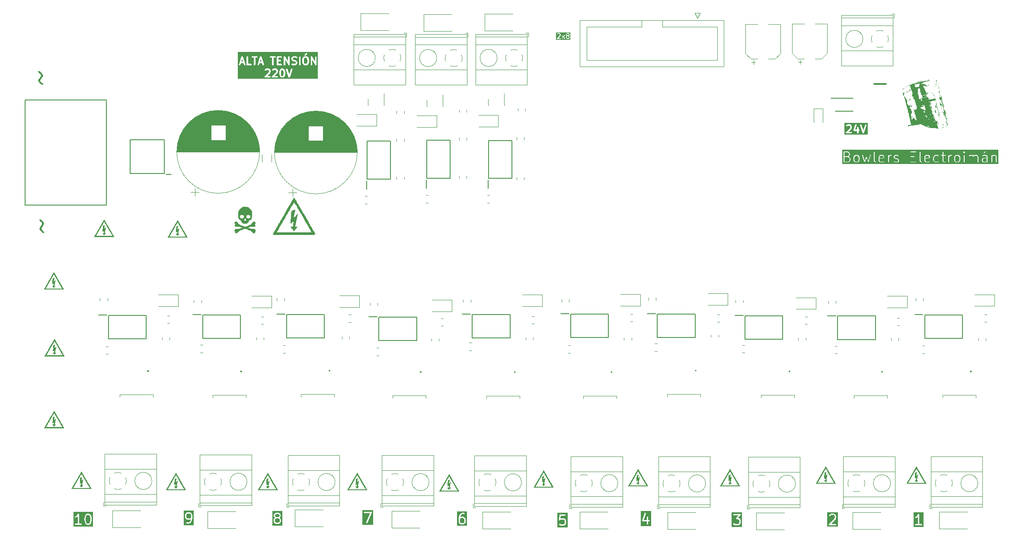
<source format=gbr>
%TF.GenerationSoftware,KiCad,Pcbnew,7.0.7*%
%TF.CreationDate,2024-09-30T16:59:32+02:00*%
%TF.ProjectId,control_motor_pcb,636f6e74-726f-46c5-9f6d-6f746f725f70,rev?*%
%TF.SameCoordinates,Original*%
%TF.FileFunction,Legend,Top*%
%TF.FilePolarity,Positive*%
%FSLAX46Y46*%
G04 Gerber Fmt 4.6, Leading zero omitted, Abs format (unit mm)*
G04 Created by KiCad (PCBNEW 7.0.7) date 2024-09-30 16:59:32*
%MOMM*%
%LPD*%
G01*
G04 APERTURE LIST*
%ADD10C,0.300000*%
%ADD11C,0.150000*%
%ADD12C,0.250000*%
%ADD13C,0.120000*%
%ADD14C,0.200000*%
%ADD15C,0.100000*%
G04 APERTURE END LIST*
D10*
X53561067Y-55476441D02*
X53227734Y-55238346D01*
X53227734Y-55238346D02*
X52894401Y-54762155D01*
X52894401Y-54762155D02*
X53561067Y-53809774D01*
X53561067Y-53809774D02*
X53227734Y-53333584D01*
X53227734Y-53333584D02*
X52894401Y-53095489D01*
X216507142Y-55404400D02*
X218792857Y-55404400D01*
G36*
X215208608Y-65340114D02*
G01*
X210697367Y-65340114D01*
X210697367Y-64975828D01*
X210911653Y-64975828D01*
X210916764Y-64994902D01*
X210916764Y-65014651D01*
X210926637Y-65031753D01*
X210931749Y-65050828D01*
X210945713Y-65064792D01*
X210955587Y-65081894D01*
X210972688Y-65091767D01*
X210986653Y-65105732D01*
X211005727Y-65110843D01*
X211022830Y-65120717D01*
X211042578Y-65120717D01*
X211061653Y-65125828D01*
X211990225Y-65125828D01*
X212065225Y-65105732D01*
X212120129Y-65050828D01*
X212140225Y-64975828D01*
X212120129Y-64900828D01*
X212065225Y-64845924D01*
X211990225Y-64825828D01*
X211423785Y-64825828D01*
X211773785Y-64475828D01*
X212411653Y-64475828D01*
X212415615Y-64490616D01*
X212414698Y-64505900D01*
X212425498Y-64527502D01*
X212431749Y-64550828D01*
X212442574Y-64561653D01*
X212449422Y-64575349D01*
X212469576Y-64588655D01*
X212486653Y-64605732D01*
X212501443Y-64609694D01*
X212514219Y-64618130D01*
X212538324Y-64619577D01*
X212561653Y-64625828D01*
X213125939Y-64625828D01*
X213125939Y-64975828D01*
X213146035Y-65050828D01*
X213200939Y-65105732D01*
X213275939Y-65125828D01*
X213350939Y-65105732D01*
X213405843Y-65050828D01*
X213425939Y-64975828D01*
X213425939Y-64625828D01*
X213490224Y-64625828D01*
X213565224Y-64605732D01*
X213620128Y-64550828D01*
X213640224Y-64475828D01*
X213620128Y-64400828D01*
X213565224Y-64345924D01*
X213490224Y-64325828D01*
X213425939Y-64325828D01*
X213425939Y-63975828D01*
X213405843Y-63900828D01*
X213350939Y-63845924D01*
X213275939Y-63825828D01*
X213200939Y-63845924D01*
X213146035Y-63900828D01*
X213125939Y-63975828D01*
X213125939Y-64325828D01*
X212769766Y-64325828D01*
X213061098Y-63451835D01*
X213061463Y-63445756D01*
X213700412Y-63445756D01*
X213705065Y-63523262D01*
X214205065Y-65023262D01*
X214221663Y-65048402D01*
X214235137Y-65075349D01*
X214242790Y-65080402D01*
X214247846Y-65088059D01*
X214274797Y-65101534D01*
X214299933Y-65118130D01*
X214309088Y-65118679D01*
X214317295Y-65122783D01*
X214347370Y-65120977D01*
X214377439Y-65122783D01*
X214385643Y-65118680D01*
X214394801Y-65118131D01*
X214419945Y-65101529D01*
X214446888Y-65088058D01*
X214451941Y-65080404D01*
X214459598Y-65075349D01*
X214473073Y-65048397D01*
X214489669Y-65023262D01*
X214989670Y-63523262D01*
X214994322Y-63445756D01*
X214959598Y-63376307D01*
X214894801Y-63333525D01*
X214817295Y-63328873D01*
X214747846Y-63363597D01*
X214705065Y-63428394D01*
X214347367Y-64501486D01*
X213989669Y-63428394D01*
X213946888Y-63363598D01*
X213877439Y-63328873D01*
X213799933Y-63333526D01*
X213735137Y-63376307D01*
X213700412Y-63445756D01*
X213061463Y-63445756D01*
X213065751Y-63374328D01*
X213031026Y-63304880D01*
X212966230Y-63262098D01*
X212888724Y-63257446D01*
X212819275Y-63292170D01*
X212776493Y-63356966D01*
X212419351Y-64428394D01*
X212417903Y-64452499D01*
X212411653Y-64475828D01*
X211773785Y-64475828D01*
X212024862Y-64224751D01*
X212042102Y-64194890D01*
X212061098Y-64166120D01*
X212132527Y-63951835D01*
X212133974Y-63927728D01*
X212140225Y-63904400D01*
X212140225Y-63761542D01*
X212131302Y-63728241D01*
X212124389Y-63694459D01*
X212052960Y-63551603D01*
X212036937Y-63533534D01*
X212024862Y-63512619D01*
X211953434Y-63441191D01*
X211932519Y-63429116D01*
X211914450Y-63413093D01*
X211771592Y-63341664D01*
X211737811Y-63334751D01*
X211704510Y-63325828D01*
X211347368Y-63325828D01*
X211314066Y-63334751D01*
X211280286Y-63341664D01*
X211137428Y-63413093D01*
X211119358Y-63429116D01*
X211098444Y-63441191D01*
X211027016Y-63512619D01*
X210988193Y-63579862D01*
X210988193Y-63657508D01*
X211027016Y-63724751D01*
X211094259Y-63763574D01*
X211171905Y-63763574D01*
X211239148Y-63724751D01*
X211293364Y-63670534D01*
X211382778Y-63625828D01*
X211669100Y-63625828D01*
X211758514Y-63670535D01*
X211795518Y-63707539D01*
X211840225Y-63796952D01*
X211840225Y-63880059D01*
X211787691Y-64037657D01*
X210955587Y-64869762D01*
X210945713Y-64886863D01*
X210931749Y-64900828D01*
X210926637Y-64919902D01*
X210916764Y-64937005D01*
X210916764Y-64956753D01*
X210911653Y-64975828D01*
X210697367Y-64975828D01*
X210697367Y-63043160D01*
X215208608Y-63043160D01*
X215208608Y-65340114D01*
G37*
D11*
G36*
X211511740Y-69835609D02*
G01*
X211585853Y-69909721D01*
X211667731Y-70073476D01*
X211667731Y-70323780D01*
X211585853Y-70487534D01*
X211507827Y-70565561D01*
X211344074Y-70647438D01*
X210674874Y-70647438D01*
X210674874Y-69749819D01*
X211254371Y-69749819D01*
X211511740Y-69835609D01*
G37*
G36*
X211412590Y-68879315D02*
G01*
X211490616Y-68957341D01*
X211572493Y-69121095D01*
X211572493Y-69276161D01*
X211490616Y-69439915D01*
X211412589Y-69517941D01*
X211248836Y-69599819D01*
X210674874Y-69599819D01*
X210674874Y-68797438D01*
X211248836Y-68797438D01*
X211412590Y-68879315D01*
G37*
G36*
X213317351Y-69545981D02*
G01*
X213395377Y-69624006D01*
X213477255Y-69787761D01*
X213477255Y-70323780D01*
X213395377Y-70487534D01*
X213317351Y-70565561D01*
X213153598Y-70647438D01*
X212903293Y-70647438D01*
X212739539Y-70565561D01*
X212661513Y-70487534D01*
X212579635Y-70323779D01*
X212579635Y-69787761D01*
X212661512Y-69624007D01*
X212739539Y-69545980D01*
X212903293Y-69464104D01*
X213153598Y-69464104D01*
X213317351Y-69545981D01*
G37*
G36*
X218258258Y-69540243D02*
G01*
X218334398Y-69692523D01*
X218334398Y-69803809D01*
X217532017Y-69964285D01*
X217532017Y-69692523D01*
X217608156Y-69540243D01*
X217760436Y-69464104D01*
X218105979Y-69464104D01*
X218258258Y-69540243D01*
G37*
G36*
X227210640Y-69540243D02*
G01*
X227286780Y-69692523D01*
X227286780Y-69803809D01*
X226484398Y-69964285D01*
X226484399Y-69692523D01*
X226560538Y-69540243D01*
X226712818Y-69464104D01*
X227058361Y-69464104D01*
X227210640Y-69540243D01*
G37*
G36*
X233031639Y-69545981D02*
G01*
X233109664Y-69624006D01*
X233191541Y-69787761D01*
X233191541Y-70323780D01*
X233109664Y-70487534D01*
X233031638Y-70565561D01*
X232867885Y-70647438D01*
X232617580Y-70647438D01*
X232453826Y-70565561D01*
X232375800Y-70487534D01*
X232293923Y-70323780D01*
X232293923Y-69787761D01*
X232375799Y-69624007D01*
X232453825Y-69545981D01*
X232617580Y-69464104D01*
X232867885Y-69464104D01*
X233031639Y-69545981D01*
G37*
G36*
X238524876Y-70580847D02*
G01*
X238391695Y-70647438D01*
X237950914Y-70647438D01*
X237798634Y-70571298D01*
X237722495Y-70419018D01*
X237722495Y-70263952D01*
X237798634Y-70111672D01*
X237950914Y-70035533D01*
X238409400Y-70035533D01*
X238413613Y-70033999D01*
X238417974Y-70035041D01*
X238442941Y-70027615D01*
X238524876Y-69986647D01*
X238524876Y-70580847D01*
G37*
G36*
X240770114Y-71083152D02*
G01*
X210239160Y-71083152D01*
X210239160Y-70722438D01*
X210524874Y-70722438D01*
X210531537Y-70740746D01*
X210534922Y-70759938D01*
X210540106Y-70764288D01*
X210542421Y-70770647D01*
X210559294Y-70780389D01*
X210574222Y-70792915D01*
X210583964Y-70794632D01*
X210586850Y-70796299D01*
X210590132Y-70795720D01*
X210599874Y-70797438D01*
X211361779Y-70797438D01*
X211365992Y-70795904D01*
X211370353Y-70796946D01*
X211395320Y-70789520D01*
X211585796Y-70694282D01*
X211586922Y-70693092D01*
X211605288Y-70680233D01*
X211700527Y-70584993D01*
X211701218Y-70583510D01*
X211714575Y-70565502D01*
X211809813Y-70375026D01*
X211810325Y-70370572D01*
X211813208Y-70367137D01*
X211817731Y-70341485D01*
X212429636Y-70341485D01*
X212431169Y-70345698D01*
X212430128Y-70350059D01*
X212437554Y-70375026D01*
X212532792Y-70565502D01*
X212533978Y-70566625D01*
X212546841Y-70584994D01*
X212642079Y-70680233D01*
X212643561Y-70680924D01*
X212661571Y-70694282D01*
X212852047Y-70789520D01*
X212856500Y-70790032D01*
X212859936Y-70792915D01*
X212885588Y-70797438D01*
X213171303Y-70797438D01*
X213175516Y-70795904D01*
X213179877Y-70796946D01*
X213204844Y-70789520D01*
X213395320Y-70694282D01*
X213396446Y-70693092D01*
X213414812Y-70680233D01*
X213510051Y-70584993D01*
X213510742Y-70583510D01*
X213524099Y-70565502D01*
X213619337Y-70375026D01*
X213619849Y-70370572D01*
X213622732Y-70367137D01*
X213627255Y-70341485D01*
X213627255Y-69770057D01*
X213625721Y-69765845D01*
X213626764Y-69761483D01*
X213619337Y-69736517D01*
X213524099Y-69546039D01*
X213522912Y-69544915D01*
X213510050Y-69526547D01*
X213414812Y-69431309D01*
X213413327Y-69430616D01*
X213395320Y-69417260D01*
X213328400Y-69383800D01*
X214144110Y-69383800D01*
X214146808Y-69409708D01*
X214527760Y-70743042D01*
X214528674Y-70744303D01*
X214528626Y-70745861D01*
X214543636Y-70764937D01*
X214557876Y-70784576D01*
X214559386Y-70784954D01*
X214560350Y-70786179D01*
X214584105Y-70791142D01*
X214607642Y-70797035D01*
X214609043Y-70796353D01*
X214610569Y-70796672D01*
X214631957Y-70785204D01*
X214653775Y-70774589D01*
X214654410Y-70773166D01*
X214655783Y-70772430D01*
X214669510Y-70750292D01*
X214980826Y-69972001D01*
X215292143Y-70750293D01*
X215293182Y-70751455D01*
X215293293Y-70753009D01*
X215310163Y-70770445D01*
X215326340Y-70788537D01*
X215327881Y-70788759D01*
X215328965Y-70789879D01*
X215353084Y-70792390D01*
X215377118Y-70795854D01*
X215378444Y-70795031D01*
X215379992Y-70795193D01*
X215400079Y-70781616D01*
X215420720Y-70768818D01*
X215421206Y-70767336D01*
X215422497Y-70766465D01*
X215433893Y-70743042D01*
X215521413Y-70436723D01*
X216429636Y-70436723D01*
X216431169Y-70440936D01*
X216430128Y-70445297D01*
X216437554Y-70470264D01*
X216532792Y-70660741D01*
X216540945Y-70668461D01*
X216545412Y-70678765D01*
X216566333Y-70694282D01*
X216756809Y-70789520D01*
X216807776Y-70795385D01*
X216850589Y-70767119D01*
X216865216Y-70717945D01*
X216844812Y-70670874D01*
X216823891Y-70655356D01*
X216655775Y-70571298D01*
X216588488Y-70436723D01*
X217382017Y-70436723D01*
X217383550Y-70440936D01*
X217382509Y-70445297D01*
X217389935Y-70470264D01*
X217485173Y-70660741D01*
X217493326Y-70668461D01*
X217497793Y-70678765D01*
X217518714Y-70694282D01*
X217709190Y-70789520D01*
X217713643Y-70790032D01*
X217717079Y-70792915D01*
X217742731Y-70797438D01*
X218123684Y-70797438D01*
X218127897Y-70795904D01*
X218132258Y-70796946D01*
X218157225Y-70789520D01*
X218291389Y-70722438D01*
X219191541Y-70722438D01*
X219209088Y-70770647D01*
X219253517Y-70796299D01*
X219304041Y-70787390D01*
X219337018Y-70748090D01*
X219341541Y-70722438D01*
X219341541Y-69787761D01*
X219350393Y-69770057D01*
X220334398Y-69770057D01*
X220335931Y-69774270D01*
X220334890Y-69778631D01*
X220342316Y-69803598D01*
X220437554Y-69994074D01*
X220445707Y-70001794D01*
X220450174Y-70012098D01*
X220471095Y-70027615D01*
X220661571Y-70122853D01*
X220666024Y-70123365D01*
X220669460Y-70126248D01*
X220695112Y-70130771D01*
X220963121Y-70130771D01*
X221115401Y-70206910D01*
X221191541Y-70359189D01*
X221191541Y-70419018D01*
X221115401Y-70571298D01*
X220963121Y-70647438D01*
X220617579Y-70647438D01*
X220442939Y-70560118D01*
X220391972Y-70554253D01*
X220349159Y-70582519D01*
X220334533Y-70631694D01*
X220354936Y-70678765D01*
X220375857Y-70694282D01*
X220566333Y-70789520D01*
X220570786Y-70790032D01*
X220574222Y-70792915D01*
X220599874Y-70797438D01*
X220980826Y-70797438D01*
X220985039Y-70795904D01*
X220989400Y-70796946D01*
X221014367Y-70789520D01*
X221148532Y-70722438D01*
X223572494Y-70722438D01*
X223579157Y-70740746D01*
X223582542Y-70759938D01*
X223587726Y-70764288D01*
X223590041Y-70770647D01*
X223606914Y-70780389D01*
X223621842Y-70792915D01*
X223631584Y-70794632D01*
X223634470Y-70796299D01*
X223637752Y-70795720D01*
X223647494Y-70797438D01*
X224599875Y-70797438D01*
X224648084Y-70779891D01*
X224673736Y-70735462D01*
X224664827Y-70684938D01*
X224625527Y-70651961D01*
X224599875Y-70647438D01*
X223722494Y-70647438D01*
X223722494Y-70436723D01*
X225382018Y-70436723D01*
X225383551Y-70440936D01*
X225382510Y-70445297D01*
X225389936Y-70470264D01*
X225485174Y-70660741D01*
X225493327Y-70668461D01*
X225497794Y-70678765D01*
X225518715Y-70694282D01*
X225709191Y-70789520D01*
X225760158Y-70795385D01*
X225802971Y-70767119D01*
X225817598Y-70717945D01*
X225797194Y-70670874D01*
X225776273Y-70655356D01*
X225608157Y-70571298D01*
X225540870Y-70436723D01*
X226334399Y-70436723D01*
X226335932Y-70440936D01*
X226334891Y-70445297D01*
X226342317Y-70470264D01*
X226437555Y-70660741D01*
X226445708Y-70668461D01*
X226450175Y-70678765D01*
X226471096Y-70694282D01*
X226661572Y-70789520D01*
X226666025Y-70790032D01*
X226669461Y-70792915D01*
X226695113Y-70797438D01*
X227076066Y-70797438D01*
X227080279Y-70795904D01*
X227084640Y-70796946D01*
X227109607Y-70789520D01*
X227300083Y-70694282D01*
X227335356Y-70657028D01*
X227338430Y-70605817D01*
X227307867Y-70564611D01*
X227257968Y-70552691D01*
X227233001Y-70560118D01*
X227058361Y-70647438D01*
X226712818Y-70647438D01*
X226560538Y-70571298D01*
X226484399Y-70419018D01*
X226484399Y-70341485D01*
X228048685Y-70341485D01*
X228050218Y-70345698D01*
X228049177Y-70350059D01*
X228056603Y-70375026D01*
X228151841Y-70565502D01*
X228153027Y-70566625D01*
X228165890Y-70584994D01*
X228261128Y-70680233D01*
X228262610Y-70680924D01*
X228280620Y-70694282D01*
X228471096Y-70789520D01*
X228475549Y-70790032D01*
X228478985Y-70792915D01*
X228504637Y-70797438D01*
X228885590Y-70797438D01*
X228889803Y-70795904D01*
X228894164Y-70796946D01*
X228919131Y-70789520D01*
X229109607Y-70694282D01*
X229144880Y-70657028D01*
X229147954Y-70605817D01*
X229117391Y-70564611D01*
X229067492Y-70552691D01*
X229042525Y-70560118D01*
X228867885Y-70647438D01*
X228522342Y-70647438D01*
X228358588Y-70565561D01*
X228280562Y-70487534D01*
X228198685Y-70323780D01*
X228198685Y-69787761D01*
X228280561Y-69624007D01*
X228358588Y-69545981D01*
X228522342Y-69464104D01*
X228867885Y-69464104D01*
X229042525Y-69551424D01*
X229093492Y-69557289D01*
X229136305Y-69529023D01*
X229150932Y-69479849D01*
X229130528Y-69432778D01*
X229109607Y-69417260D01*
X229027247Y-69376080D01*
X229573634Y-69376080D01*
X229582543Y-69426604D01*
X229621843Y-69459581D01*
X229647495Y-69464104D01*
X229858209Y-69464104D01*
X229858209Y-70436723D01*
X229859742Y-70440936D01*
X229858701Y-70445297D01*
X229866127Y-70470264D01*
X229961365Y-70660741D01*
X229969518Y-70668461D01*
X229973985Y-70678765D01*
X229994906Y-70694282D01*
X230185382Y-70789520D01*
X230189835Y-70790032D01*
X230193271Y-70792915D01*
X230218923Y-70797438D01*
X230409399Y-70797438D01*
X230457608Y-70779891D01*
X230483260Y-70735462D01*
X230480963Y-70722438D01*
X231001066Y-70722438D01*
X231018613Y-70770647D01*
X231063042Y-70796299D01*
X231113566Y-70787390D01*
X231146543Y-70748090D01*
X231151066Y-70722438D01*
X231151066Y-70341485D01*
X232143923Y-70341485D01*
X232145456Y-70345698D01*
X232144415Y-70350059D01*
X232151841Y-70375026D01*
X232247079Y-70565502D01*
X232248265Y-70566625D01*
X232261128Y-70584994D01*
X232356366Y-70680233D01*
X232357848Y-70680924D01*
X232375858Y-70694282D01*
X232566334Y-70789520D01*
X232570787Y-70790032D01*
X232574223Y-70792915D01*
X232599875Y-70797438D01*
X232885590Y-70797438D01*
X232889803Y-70795904D01*
X232894164Y-70796946D01*
X232919131Y-70789520D01*
X233053295Y-70722438D01*
X234048685Y-70722438D01*
X234066232Y-70770647D01*
X234110661Y-70796299D01*
X234161185Y-70787390D01*
X234194162Y-70748090D01*
X234198685Y-70722438D01*
X235001066Y-70722438D01*
X235018613Y-70770647D01*
X235063042Y-70796299D01*
X235113566Y-70787390D01*
X235146543Y-70748090D01*
X235151066Y-70722438D01*
X235151066Y-69610645D01*
X235215731Y-69545981D01*
X235379485Y-69464104D01*
X235629790Y-69464104D01*
X235782069Y-69540243D01*
X235858209Y-69692523D01*
X235858209Y-70722438D01*
X235875756Y-70770647D01*
X235920185Y-70796299D01*
X235970709Y-70787390D01*
X236003686Y-70748090D01*
X236008209Y-70722438D01*
X236008209Y-69692523D01*
X236084348Y-69540243D01*
X236236628Y-69464104D01*
X236486932Y-69464104D01*
X236639212Y-69540243D01*
X236715352Y-69692523D01*
X236715352Y-70722438D01*
X236732899Y-70770647D01*
X236777328Y-70796299D01*
X236827852Y-70787390D01*
X236860829Y-70748090D01*
X236865352Y-70722438D01*
X236865352Y-70436723D01*
X237572495Y-70436723D01*
X237574028Y-70440936D01*
X237572987Y-70445297D01*
X237580413Y-70470264D01*
X237675651Y-70660741D01*
X237683804Y-70668461D01*
X237688271Y-70678765D01*
X237709192Y-70694282D01*
X237899668Y-70789520D01*
X237904121Y-70790032D01*
X237907557Y-70792915D01*
X237933209Y-70797438D01*
X238409400Y-70797438D01*
X238413613Y-70795904D01*
X238417974Y-70796946D01*
X238442941Y-70789520D01*
X238532917Y-70744531D01*
X238542423Y-70770647D01*
X238586852Y-70796299D01*
X238637376Y-70787390D01*
X238670353Y-70748090D01*
X238674876Y-70722438D01*
X239477257Y-70722438D01*
X239494804Y-70770647D01*
X239539233Y-70796299D01*
X239589757Y-70787390D01*
X239622734Y-70748090D01*
X239627257Y-70722438D01*
X239627257Y-69610646D01*
X239691921Y-69545981D01*
X239855676Y-69464104D01*
X240105981Y-69464104D01*
X240258260Y-69540243D01*
X240334400Y-69692523D01*
X240334400Y-70722438D01*
X240351947Y-70770647D01*
X240396376Y-70796299D01*
X240446900Y-70787390D01*
X240479877Y-70748090D01*
X240484400Y-70722438D01*
X240484400Y-69674819D01*
X240482866Y-69670607D01*
X240483909Y-69666245D01*
X240476482Y-69641279D01*
X240381244Y-69450801D01*
X240373089Y-69443080D01*
X240368624Y-69432778D01*
X240347703Y-69417260D01*
X240157227Y-69322022D01*
X240152773Y-69321509D01*
X240149338Y-69318627D01*
X240123686Y-69314104D01*
X239837971Y-69314104D01*
X239833759Y-69315637D01*
X239829397Y-69314595D01*
X239804430Y-69322022D01*
X239627257Y-69410608D01*
X239627257Y-69389104D01*
X239609710Y-69340895D01*
X239565281Y-69315243D01*
X239514757Y-69324152D01*
X239481780Y-69363452D01*
X239477257Y-69389104D01*
X239477257Y-70722438D01*
X238674876Y-70722438D01*
X238674876Y-69674819D01*
X238673342Y-69670607D01*
X238674385Y-69666245D01*
X238666958Y-69641279D01*
X238571720Y-69450801D01*
X238563565Y-69443080D01*
X238559100Y-69432778D01*
X238538179Y-69417260D01*
X238347703Y-69322022D01*
X238343249Y-69321509D01*
X238339814Y-69318627D01*
X238314162Y-69314104D01*
X237933209Y-69314104D01*
X237928997Y-69315637D01*
X237924635Y-69314595D01*
X237899668Y-69322022D01*
X237709192Y-69417260D01*
X237673920Y-69454514D01*
X237670845Y-69505725D01*
X237701409Y-69546930D01*
X237751307Y-69558850D01*
X237776274Y-69551424D01*
X237950914Y-69464104D01*
X238296457Y-69464104D01*
X238448736Y-69540243D01*
X238524876Y-69692523D01*
X238524876Y-69818942D01*
X238391695Y-69885533D01*
X237933209Y-69885533D01*
X237928997Y-69887066D01*
X237924635Y-69886024D01*
X237899668Y-69893451D01*
X237709192Y-69988689D01*
X237701471Y-69996843D01*
X237691169Y-70001309D01*
X237675651Y-70022230D01*
X237580413Y-70212706D01*
X237579900Y-70217159D01*
X237577018Y-70220595D01*
X237572495Y-70246247D01*
X237572495Y-70436723D01*
X236865352Y-70436723D01*
X236865352Y-69674819D01*
X236863818Y-69670607D01*
X236864861Y-69666245D01*
X236857434Y-69641279D01*
X236762196Y-69450801D01*
X236754042Y-69443081D01*
X236749576Y-69432777D01*
X236728655Y-69417260D01*
X236538178Y-69322022D01*
X236533724Y-69321509D01*
X236530289Y-69318627D01*
X236504637Y-69314104D01*
X236218923Y-69314104D01*
X236214711Y-69315637D01*
X236210349Y-69314595D01*
X236185382Y-69322022D01*
X235994906Y-69417260D01*
X235987186Y-69425413D01*
X235976882Y-69429880D01*
X235961365Y-69450801D01*
X235933208Y-69507113D01*
X235905053Y-69450801D01*
X235896898Y-69443080D01*
X235892433Y-69432778D01*
X235871512Y-69417260D01*
X235681036Y-69322022D01*
X235676582Y-69321509D01*
X235673147Y-69318627D01*
X235647495Y-69314104D01*
X235361780Y-69314104D01*
X235357568Y-69315637D01*
X235353206Y-69314595D01*
X235328239Y-69322022D01*
X235151066Y-69410608D01*
X235151066Y-69389104D01*
X235133519Y-69340895D01*
X235089090Y-69315243D01*
X235038566Y-69324152D01*
X235005589Y-69363452D01*
X235001066Y-69389104D01*
X235001066Y-70722438D01*
X234198685Y-70722438D01*
X234198685Y-69389104D01*
X234181138Y-69340895D01*
X234136709Y-69315243D01*
X234086185Y-69324152D01*
X234053208Y-69363452D01*
X234048685Y-69389104D01*
X234048685Y-70722438D01*
X233053295Y-70722438D01*
X233109607Y-70694282D01*
X233110733Y-70693092D01*
X233129099Y-70680233D01*
X233224338Y-70584993D01*
X233225029Y-70583510D01*
X233238386Y-70565502D01*
X233333624Y-70375026D01*
X233334136Y-70370572D01*
X233337019Y-70367137D01*
X233341542Y-70341485D01*
X233341542Y-69770057D01*
X233340008Y-69765845D01*
X233341051Y-69761483D01*
X233333624Y-69736517D01*
X233238386Y-69546039D01*
X233237199Y-69544915D01*
X233224337Y-69526547D01*
X233129099Y-69431309D01*
X233127614Y-69430616D01*
X233109607Y-69417260D01*
X232919131Y-69322022D01*
X232914677Y-69321509D01*
X232911242Y-69318627D01*
X232885590Y-69314104D01*
X232599875Y-69314104D01*
X232595663Y-69315637D01*
X232591301Y-69314595D01*
X232566334Y-69322022D01*
X232375858Y-69417260D01*
X232374734Y-69418446D01*
X232356366Y-69431309D01*
X232261128Y-69526547D01*
X232260437Y-69528028D01*
X232247079Y-69546039D01*
X232151841Y-69736516D01*
X232151328Y-69740969D01*
X232148446Y-69744405D01*
X232143923Y-69770057D01*
X232143923Y-70341485D01*
X231151066Y-70341485D01*
X231151066Y-69787761D01*
X231232942Y-69624007D01*
X231310968Y-69545981D01*
X231474723Y-69464104D01*
X231647495Y-69464104D01*
X231695704Y-69446557D01*
X231721356Y-69402128D01*
X231712447Y-69351604D01*
X231673147Y-69318627D01*
X231647495Y-69314104D01*
X231457018Y-69314104D01*
X231452806Y-69315637D01*
X231448444Y-69314595D01*
X231423477Y-69322022D01*
X231233001Y-69417260D01*
X231231877Y-69418446D01*
X231213509Y-69431309D01*
X231151066Y-69493752D01*
X231151066Y-69389104D01*
X231133519Y-69340895D01*
X231089090Y-69315243D01*
X231038566Y-69324152D01*
X231005589Y-69363452D01*
X231001066Y-69389104D01*
X231001066Y-70722438D01*
X230480963Y-70722438D01*
X230474351Y-70684938D01*
X230435051Y-70651961D01*
X230409399Y-70647438D01*
X230236628Y-70647438D01*
X230084348Y-70571298D01*
X230008208Y-70419018D01*
X230008209Y-69464104D01*
X230409399Y-69464104D01*
X230457608Y-69446557D01*
X230483260Y-69402128D01*
X230474351Y-69351604D01*
X230435051Y-69318627D01*
X230409399Y-69314104D01*
X230008209Y-69314104D01*
X230008209Y-68811140D01*
X233953733Y-68811140D01*
X233958775Y-68829959D01*
X233960474Y-68849372D01*
X233966147Y-68857474D01*
X233967010Y-68860694D01*
X233969740Y-68862605D01*
X233975414Y-68870709D01*
X234070652Y-68965947D01*
X234088309Y-68974180D01*
X234104274Y-68985359D01*
X234107690Y-68985060D01*
X234110661Y-68986775D01*
X234114041Y-68986178D01*
X234117149Y-68987628D01*
X234135968Y-68982585D01*
X234155381Y-68980887D01*
X234159194Y-68978217D01*
X234161185Y-68977866D01*
X234163306Y-68975337D01*
X234163483Y-68975213D01*
X234166703Y-68974351D01*
X234168614Y-68971620D01*
X234176718Y-68965947D01*
X234236288Y-68906377D01*
X237953733Y-68906377D01*
X237967010Y-68955932D01*
X238009035Y-68985358D01*
X238060143Y-68980888D01*
X238081480Y-68965947D01*
X238367195Y-68680233D01*
X238388876Y-68633737D01*
X238375599Y-68584182D01*
X238333573Y-68554756D01*
X238282466Y-68559227D01*
X238261129Y-68574167D01*
X237975414Y-68859881D01*
X237953733Y-68906377D01*
X234236288Y-68906377D01*
X234271956Y-68870709D01*
X234280188Y-68853053D01*
X234291368Y-68837088D01*
X234290777Y-68830343D01*
X234293637Y-68824212D01*
X234288595Y-68805395D01*
X234286897Y-68785980D01*
X234281222Y-68777875D01*
X234280360Y-68774658D01*
X234277630Y-68772746D01*
X234271956Y-68764643D01*
X234176718Y-68669405D01*
X234159062Y-68661172D01*
X234143097Y-68649993D01*
X234139679Y-68650291D01*
X234136709Y-68648577D01*
X234133328Y-68649173D01*
X234130221Y-68647724D01*
X234111404Y-68652765D01*
X234091989Y-68654464D01*
X234088174Y-68657135D01*
X234086185Y-68657486D01*
X234084064Y-68660012D01*
X234083884Y-68660138D01*
X234080667Y-68661001D01*
X234078755Y-68663730D01*
X234070652Y-68669405D01*
X233975414Y-68764643D01*
X233967180Y-68782300D01*
X233956002Y-68798265D01*
X233956592Y-68805008D01*
X233953733Y-68811140D01*
X230008209Y-68811140D01*
X230008209Y-68722438D01*
X229990662Y-68674229D01*
X229946233Y-68648577D01*
X229895709Y-68657486D01*
X229862732Y-68696786D01*
X229858209Y-68722438D01*
X229858209Y-69314104D01*
X229647495Y-69314104D01*
X229599286Y-69331651D01*
X229573634Y-69376080D01*
X229027247Y-69376080D01*
X228919131Y-69322022D01*
X228914677Y-69321509D01*
X228911242Y-69318627D01*
X228885590Y-69314104D01*
X228504637Y-69314104D01*
X228500425Y-69315637D01*
X228496063Y-69314595D01*
X228471096Y-69322022D01*
X228280620Y-69417260D01*
X228279496Y-69418446D01*
X228261128Y-69431309D01*
X228165890Y-69526547D01*
X228165199Y-69528028D01*
X228151841Y-69546039D01*
X228056603Y-69736516D01*
X228056090Y-69740969D01*
X228053208Y-69744405D01*
X228048685Y-69770057D01*
X228048685Y-70341485D01*
X226484399Y-70341485D01*
X226484398Y-70117256D01*
X227376489Y-69938839D01*
X227387076Y-69932398D01*
X227399280Y-69930247D01*
X227408313Y-69919480D01*
X227420320Y-69912178D01*
X227424290Y-69900440D01*
X227432257Y-69890947D01*
X227436780Y-69865295D01*
X227436780Y-69674819D01*
X227435246Y-69670607D01*
X227436289Y-69666245D01*
X227428862Y-69641279D01*
X227333624Y-69450801D01*
X227325469Y-69443080D01*
X227321004Y-69432778D01*
X227300083Y-69417260D01*
X227109607Y-69322022D01*
X227105153Y-69321509D01*
X227101718Y-69318627D01*
X227076066Y-69314104D01*
X226695113Y-69314104D01*
X226690901Y-69315637D01*
X226686539Y-69314595D01*
X226661572Y-69322022D01*
X226471096Y-69417260D01*
X226463376Y-69425413D01*
X226453072Y-69429880D01*
X226437555Y-69450801D01*
X226342317Y-69641278D01*
X226341804Y-69645731D01*
X226338922Y-69649167D01*
X226334399Y-69674819D01*
X226334399Y-70436723D01*
X225540870Y-70436723D01*
X225532018Y-70419018D01*
X225532018Y-68722438D01*
X225514471Y-68674229D01*
X225470042Y-68648577D01*
X225419518Y-68657486D01*
X225386541Y-68696786D01*
X225382018Y-68722438D01*
X225382018Y-70436723D01*
X223722494Y-70436723D01*
X223722494Y-69749819D01*
X224314161Y-69749819D01*
X224362370Y-69732272D01*
X224388022Y-69687843D01*
X224379113Y-69637319D01*
X224339813Y-69604342D01*
X224314161Y-69599819D01*
X223722494Y-69599819D01*
X223722494Y-68797438D01*
X224599875Y-68797438D01*
X224648084Y-68779891D01*
X224673736Y-68735462D01*
X224664827Y-68684938D01*
X224625527Y-68651961D01*
X224599875Y-68647438D01*
X223647494Y-68647438D01*
X223629185Y-68654101D01*
X223609994Y-68657486D01*
X223605643Y-68662670D01*
X223599285Y-68664985D01*
X223589542Y-68681858D01*
X223577017Y-68696786D01*
X223575299Y-68706528D01*
X223573633Y-68709414D01*
X223574211Y-68712696D01*
X223572494Y-68722438D01*
X223572494Y-70722438D01*
X221148532Y-70722438D01*
X221204844Y-70694282D01*
X221212564Y-70686128D01*
X221222868Y-70681662D01*
X221238385Y-70660741D01*
X221333623Y-70470263D01*
X221334135Y-70465810D01*
X221337018Y-70462375D01*
X221341541Y-70436723D01*
X221341541Y-70341485D01*
X221340007Y-70337273D01*
X221341050Y-70332911D01*
X221333623Y-70307944D01*
X221238385Y-70117468D01*
X221230231Y-70109748D01*
X221225765Y-70099444D01*
X221204844Y-70083927D01*
X221014367Y-69988689D01*
X221009913Y-69988176D01*
X221006478Y-69985294D01*
X220980826Y-69980771D01*
X220712817Y-69980771D01*
X220560537Y-69904631D01*
X220484398Y-69752351D01*
X220484398Y-69692523D01*
X220560537Y-69540243D01*
X220712817Y-69464104D01*
X220963121Y-69464104D01*
X221137763Y-69551424D01*
X221188729Y-69557289D01*
X221231542Y-69529023D01*
X221246169Y-69479848D01*
X221225765Y-69432777D01*
X221204844Y-69417260D01*
X221014367Y-69322022D01*
X221009913Y-69321509D01*
X221006478Y-69318627D01*
X220980826Y-69314104D01*
X220695112Y-69314104D01*
X220690900Y-69315637D01*
X220686538Y-69314595D01*
X220661571Y-69322022D01*
X220471095Y-69417260D01*
X220463375Y-69425413D01*
X220453071Y-69429880D01*
X220437554Y-69450801D01*
X220342316Y-69641278D01*
X220341803Y-69645731D01*
X220338921Y-69649167D01*
X220334398Y-69674819D01*
X220334398Y-69770057D01*
X219350393Y-69770057D01*
X219423417Y-69624007D01*
X219501443Y-69545981D01*
X219665198Y-69464104D01*
X219837970Y-69464104D01*
X219886179Y-69446557D01*
X219911831Y-69402128D01*
X219902922Y-69351604D01*
X219863622Y-69318627D01*
X219837970Y-69314104D01*
X219647493Y-69314104D01*
X219643281Y-69315637D01*
X219638919Y-69314595D01*
X219613952Y-69322022D01*
X219423476Y-69417260D01*
X219422352Y-69418446D01*
X219403984Y-69431309D01*
X219341541Y-69493752D01*
X219341541Y-69389104D01*
X219323994Y-69340895D01*
X219279565Y-69315243D01*
X219229041Y-69324152D01*
X219196064Y-69363452D01*
X219191541Y-69389104D01*
X219191541Y-70722438D01*
X218291389Y-70722438D01*
X218347701Y-70694282D01*
X218382974Y-70657028D01*
X218386048Y-70605817D01*
X218355485Y-70564611D01*
X218305586Y-70552691D01*
X218280619Y-70560118D01*
X218105979Y-70647438D01*
X217760436Y-70647438D01*
X217608156Y-70571298D01*
X217532017Y-70419018D01*
X217532017Y-70117256D01*
X218424107Y-69938839D01*
X218434694Y-69932398D01*
X218446898Y-69930247D01*
X218455931Y-69919480D01*
X218467938Y-69912178D01*
X218471908Y-69900440D01*
X218479875Y-69890947D01*
X218484398Y-69865295D01*
X218484398Y-69674819D01*
X218482864Y-69670607D01*
X218483907Y-69666245D01*
X218476480Y-69641279D01*
X218381242Y-69450801D01*
X218373087Y-69443080D01*
X218368622Y-69432778D01*
X218347701Y-69417260D01*
X218157225Y-69322022D01*
X218152771Y-69321509D01*
X218149336Y-69318627D01*
X218123684Y-69314104D01*
X217742731Y-69314104D01*
X217738519Y-69315637D01*
X217734157Y-69314595D01*
X217709190Y-69322022D01*
X217518714Y-69417260D01*
X217510994Y-69425413D01*
X217500690Y-69429880D01*
X217485173Y-69450801D01*
X217389935Y-69641278D01*
X217389422Y-69645731D01*
X217386540Y-69649167D01*
X217382017Y-69674819D01*
X217382017Y-70436723D01*
X216588488Y-70436723D01*
X216579636Y-70419018D01*
X216579636Y-68722438D01*
X216562089Y-68674229D01*
X216517660Y-68648577D01*
X216467136Y-68657486D01*
X216434159Y-68696786D01*
X216429636Y-68722438D01*
X216429636Y-70436723D01*
X215521413Y-70436723D01*
X215814845Y-69409708D01*
X215811217Y-69358534D01*
X215775545Y-69321663D01*
X215724517Y-69316349D01*
X215682013Y-69345078D01*
X215670617Y-69368500D01*
X215349935Y-70490885D01*
X215050463Y-69742203D01*
X215034846Y-69724738D01*
X215020351Y-69706316D01*
X215017919Y-69705807D01*
X215016266Y-69703959D01*
X214993081Y-69700618D01*
X214970132Y-69695823D01*
X214967944Y-69696995D01*
X214965488Y-69696642D01*
X214945576Y-69708988D01*
X214924918Y-69720065D01*
X214923171Y-69722881D01*
X214921887Y-69723678D01*
X214920994Y-69726392D01*
X214911191Y-69742203D01*
X214611717Y-70490886D01*
X214291036Y-69368500D01*
X214260920Y-69326966D01*
X214211154Y-69314507D01*
X214165021Y-69336953D01*
X214144110Y-69383800D01*
X213328400Y-69383800D01*
X213204844Y-69322022D01*
X213200390Y-69321509D01*
X213196955Y-69318627D01*
X213171303Y-69314104D01*
X212885588Y-69314104D01*
X212881376Y-69315637D01*
X212877014Y-69314595D01*
X212852047Y-69322022D01*
X212661571Y-69417260D01*
X212660447Y-69418446D01*
X212642079Y-69431309D01*
X212546841Y-69526547D01*
X212546150Y-69528028D01*
X212532792Y-69546039D01*
X212437554Y-69736516D01*
X212437041Y-69740969D01*
X212434159Y-69744405D01*
X212429636Y-69770057D01*
X212429636Y-70341485D01*
X211817731Y-70341485D01*
X211817731Y-70055771D01*
X211816197Y-70051559D01*
X211817240Y-70047197D01*
X211809813Y-70022230D01*
X211714575Y-69831754D01*
X211713388Y-69830630D01*
X211700526Y-69812262D01*
X211605288Y-69717024D01*
X211601223Y-69715128D01*
X211598877Y-69711309D01*
X211575972Y-69698906D01*
X211462030Y-69660925D01*
X211490558Y-69646662D01*
X211491683Y-69645472D01*
X211510050Y-69632613D01*
X211605288Y-69537375D01*
X211605978Y-69535893D01*
X211619337Y-69517883D01*
X211714575Y-69327407D01*
X211715087Y-69322953D01*
X211717970Y-69319518D01*
X211722493Y-69293866D01*
X211722493Y-69103390D01*
X211720959Y-69099178D01*
X211722002Y-69094816D01*
X211714575Y-69069849D01*
X211619337Y-68879373D01*
X211618150Y-68878249D01*
X211605288Y-68859881D01*
X211510050Y-68764643D01*
X211508565Y-68763950D01*
X211490558Y-68750594D01*
X211300082Y-68655356D01*
X211295628Y-68654843D01*
X211292193Y-68651961D01*
X211266541Y-68647438D01*
X210599874Y-68647438D01*
X210581565Y-68654101D01*
X210562374Y-68657486D01*
X210558023Y-68662670D01*
X210551665Y-68664985D01*
X210541922Y-68681858D01*
X210529397Y-68696786D01*
X210527679Y-68706528D01*
X210526013Y-68709414D01*
X210526591Y-68712696D01*
X210524874Y-68722438D01*
X210524874Y-70722438D01*
X210239160Y-70722438D01*
X210239160Y-68269042D01*
X240770114Y-68269042D01*
X240770114Y-71083152D01*
G37*
D12*
G36*
X118401108Y-141673683D02*
G01*
X116248891Y-141673683D01*
X116248891Y-139285027D01*
X116534605Y-139285027D01*
X116563864Y-139349096D01*
X116623116Y-139387175D01*
X116658333Y-139392238D01*
X117802099Y-139392238D01*
X117019630Y-141217998D01*
X117011247Y-141287930D01*
X117042004Y-141351293D01*
X117102135Y-141387969D01*
X117172549Y-141386314D01*
X117230890Y-141346853D01*
X117249416Y-141316478D01*
X118106559Y-139316478D01*
X118110583Y-139282907D01*
X118115394Y-139249449D01*
X118114760Y-139248061D01*
X118114942Y-139246546D01*
X118100179Y-139216133D01*
X118086135Y-139185380D01*
X118084850Y-139184554D01*
X118084185Y-139183183D01*
X118055346Y-139165593D01*
X118026883Y-139147301D01*
X118024884Y-139147013D01*
X118024054Y-139146507D01*
X118021738Y-139146561D01*
X117991666Y-139142238D01*
X116658333Y-139142238D01*
X116590753Y-139162081D01*
X116544629Y-139215311D01*
X116534605Y-139285027D01*
X116248891Y-139285027D01*
X116248891Y-138856524D01*
X118401108Y-138856524D01*
X118401108Y-141673683D01*
G37*
G36*
X62764051Y-139815208D02*
G01*
X62830601Y-139881758D01*
X62910630Y-140041817D01*
X62998809Y-140394531D01*
X62998809Y-140839944D01*
X62910630Y-141192657D01*
X62830601Y-141352715D01*
X62764049Y-141419268D01*
X62618111Y-141492238D01*
X62486650Y-141492238D01*
X62340712Y-141419269D01*
X62274160Y-141352716D01*
X62194130Y-141192657D01*
X62105952Y-140839944D01*
X62105952Y-140394531D01*
X62194130Y-140041817D01*
X62274160Y-139881757D01*
X62340709Y-139815208D01*
X62486650Y-139742238D01*
X62618111Y-139742238D01*
X62764051Y-139815208D01*
G37*
G36*
X63534523Y-142027952D02*
G01*
X59665554Y-142027952D01*
X59665554Y-140193071D01*
X59951268Y-140193071D01*
X59973480Y-140259910D01*
X60028302Y-140304130D01*
X60098328Y-140311690D01*
X60132092Y-140300469D01*
X60322568Y-140205231D01*
X60324282Y-140203636D01*
X60326572Y-140203138D01*
X60355054Y-140181816D01*
X60522618Y-140014252D01*
X60522618Y-141492238D01*
X60076190Y-141492238D01*
X60008610Y-141512081D01*
X59962486Y-141565311D01*
X59952462Y-141635027D01*
X59981721Y-141699096D01*
X60040973Y-141737175D01*
X60076190Y-141742238D01*
X61219047Y-141742238D01*
X61286627Y-141722395D01*
X61332751Y-141669165D01*
X61342775Y-141599449D01*
X61313516Y-141535380D01*
X61254264Y-141497301D01*
X61219047Y-141492238D01*
X60772618Y-141492238D01*
X60772618Y-140855333D01*
X61855952Y-140855333D01*
X61856910Y-140858596D01*
X61859684Y-140885650D01*
X61954922Y-141266602D01*
X61957141Y-141270384D01*
X61964387Y-141292187D01*
X62059625Y-141482663D01*
X62061218Y-141484376D01*
X62061717Y-141486667D01*
X62083039Y-141515149D01*
X62178277Y-141610388D01*
X62180333Y-141611511D01*
X62181530Y-141613525D01*
X62210764Y-141633803D01*
X62401241Y-141729042D01*
X62412392Y-141731048D01*
X62421925Y-141737175D01*
X62457142Y-141742238D01*
X62647619Y-141742238D01*
X62658491Y-141739045D01*
X62669757Y-141740262D01*
X62703521Y-141729041D01*
X62893997Y-141633803D01*
X62895711Y-141632208D01*
X62898002Y-141631710D01*
X62926484Y-141610388D01*
X63021722Y-141515149D01*
X63022844Y-141513092D01*
X63024858Y-141511897D01*
X63045136Y-141482663D01*
X63140375Y-141292186D01*
X63141151Y-141287873D01*
X63149839Y-141266602D01*
X63245077Y-140885650D01*
X63244938Y-140882252D01*
X63248809Y-140855333D01*
X63248809Y-140379142D01*
X63247850Y-140375879D01*
X63245077Y-140348825D01*
X63149839Y-139967873D01*
X63147621Y-139964093D01*
X63140375Y-139942289D01*
X63045136Y-139751812D01*
X63043542Y-139750098D01*
X63043044Y-139747808D01*
X63021721Y-139719326D01*
X62926483Y-139624088D01*
X62924429Y-139622966D01*
X62923232Y-139620951D01*
X62893997Y-139600673D01*
X62703521Y-139505435D01*
X62692370Y-139503428D01*
X62682836Y-139497301D01*
X62647619Y-139492238D01*
X62457142Y-139492238D01*
X62446272Y-139495429D01*
X62435004Y-139494213D01*
X62401241Y-139505434D01*
X62210764Y-139600673D01*
X62209050Y-139602266D01*
X62206760Y-139602765D01*
X62178278Y-139624088D01*
X62083040Y-139719326D01*
X62081918Y-139721379D01*
X62079903Y-139722577D01*
X62059625Y-139751812D01*
X61964387Y-139942288D01*
X61963611Y-139946599D01*
X61954922Y-139967873D01*
X61859684Y-140348825D01*
X61859822Y-140352222D01*
X61855952Y-140379142D01*
X61855952Y-140855333D01*
X60772618Y-140855333D01*
X60772618Y-139617238D01*
X60762969Y-139584377D01*
X60753895Y-139551435D01*
X60753083Y-139550707D01*
X60752775Y-139549658D01*
X60726892Y-139527230D01*
X60701448Y-139504423D01*
X60700370Y-139504249D01*
X60699545Y-139503534D01*
X60665656Y-139498661D01*
X60631910Y-139493229D01*
X60630910Y-139493665D01*
X60629829Y-139493510D01*
X60598702Y-139507724D01*
X60567359Y-139521407D01*
X60566400Y-139522476D01*
X60565760Y-139522769D01*
X60564802Y-139524259D01*
X60543611Y-139547901D01*
X60360001Y-139823315D01*
X60192622Y-139990695D01*
X60020288Y-140076863D01*
X59968717Y-140124833D01*
X59951268Y-140193071D01*
X59665554Y-140193071D01*
X59665554Y-139206524D01*
X63534523Y-139206524D01*
X63534523Y-142027952D01*
G37*
G36*
X156432142Y-142177952D02*
G01*
X154468175Y-142177952D01*
X154468175Y-141567843D01*
X154753889Y-141567843D01*
X154768860Y-141636667D01*
X154790182Y-141665149D01*
X154885420Y-141760388D01*
X154887476Y-141761511D01*
X154888673Y-141763525D01*
X154917907Y-141783803D01*
X155108384Y-141879042D01*
X155119535Y-141881048D01*
X155129068Y-141887175D01*
X155164285Y-141892238D01*
X155640476Y-141892238D01*
X155651348Y-141889045D01*
X155662614Y-141890262D01*
X155696378Y-141879041D01*
X155886854Y-141783803D01*
X155888568Y-141782208D01*
X155890859Y-141781710D01*
X155919341Y-141760388D01*
X156014579Y-141665149D01*
X156015701Y-141663092D01*
X156017715Y-141661897D01*
X156037993Y-141632663D01*
X156133232Y-141442186D01*
X156135238Y-141431034D01*
X156141365Y-141421502D01*
X156146428Y-141386285D01*
X156146428Y-140910095D01*
X156143236Y-140899225D01*
X156144453Y-140887957D01*
X156133232Y-140854194D01*
X156037993Y-140663717D01*
X156036398Y-140662003D01*
X156035901Y-140659714D01*
X156014579Y-140631231D01*
X155919341Y-140535992D01*
X155917285Y-140534869D01*
X155916089Y-140532855D01*
X155886854Y-140512577D01*
X155696378Y-140417339D01*
X155685227Y-140415332D01*
X155675693Y-140409205D01*
X155640476Y-140404142D01*
X155164285Y-140404142D01*
X155153415Y-140407333D01*
X155142147Y-140406117D01*
X155108384Y-140417338D01*
X155030530Y-140456265D01*
X155086933Y-139892238D01*
X155926190Y-139892238D01*
X155993770Y-139872395D01*
X156039894Y-139819165D01*
X156049918Y-139749449D01*
X156020659Y-139685380D01*
X155961407Y-139647301D01*
X155926190Y-139642238D01*
X154973809Y-139642238D01*
X154971130Y-139643024D01*
X154968420Y-139642354D01*
X154937537Y-139652888D01*
X154906229Y-139662081D01*
X154904400Y-139664191D01*
X154901757Y-139665093D01*
X154881465Y-139690659D01*
X154860105Y-139715311D01*
X154859707Y-139718073D01*
X154857971Y-139720262D01*
X154849429Y-139754800D01*
X154754191Y-140707181D01*
X154759429Y-140735033D01*
X154761452Y-140763303D01*
X154765853Y-140769182D01*
X154767211Y-140776400D01*
X154786674Y-140796996D01*
X154803661Y-140819687D01*
X154810543Y-140822254D01*
X154815588Y-140827592D01*
X154843098Y-140834396D01*
X154869654Y-140844301D01*
X154876830Y-140842739D01*
X154883960Y-140844503D01*
X154910781Y-140835354D01*
X154938478Y-140829329D01*
X154946876Y-140823042D01*
X154950623Y-140821764D01*
X154953608Y-140818001D01*
X154966960Y-140808007D01*
X155047855Y-140727110D01*
X155193793Y-140654142D01*
X155610968Y-140654142D01*
X155756906Y-140727111D01*
X155823458Y-140793664D01*
X155896428Y-140939603D01*
X155896428Y-141356776D01*
X155823458Y-141502715D01*
X155756906Y-141569268D01*
X155610968Y-141642238D01*
X155193793Y-141642238D01*
X155047855Y-141569269D01*
X154966960Y-141488373D01*
X154905143Y-141454618D01*
X154834889Y-141459642D01*
X154778504Y-141501850D01*
X154753889Y-141567843D01*
X154468175Y-141567843D01*
X154468175Y-139356524D01*
X156432142Y-139356524D01*
X156432142Y-142177952D01*
G37*
G36*
X209357142Y-142077952D02*
G01*
X207298891Y-142077952D01*
X207298891Y-141685027D01*
X207584605Y-141685027D01*
X207590245Y-141697377D01*
X207591214Y-141710921D01*
X207604590Y-141728790D01*
X207613864Y-141749096D01*
X207625286Y-141756436D01*
X207633423Y-141767306D01*
X207654337Y-141775106D01*
X207673116Y-141787175D01*
X207695210Y-141790351D01*
X207699416Y-141791920D01*
X207702083Y-141791339D01*
X207708333Y-141792238D01*
X208946428Y-141792238D01*
X209014008Y-141772395D01*
X209060132Y-141719165D01*
X209070156Y-141649449D01*
X209040897Y-141585380D01*
X208981645Y-141547301D01*
X208946428Y-141542238D01*
X208010109Y-141542238D01*
X208939579Y-140612768D01*
X208945009Y-140602823D01*
X208953836Y-140595717D01*
X208969775Y-140563908D01*
X209065013Y-140278194D01*
X209065097Y-140275855D01*
X209066365Y-140273883D01*
X209071428Y-140238666D01*
X209071428Y-140048190D01*
X209068236Y-140037320D01*
X209069453Y-140026052D01*
X209058232Y-139992289D01*
X208962993Y-139801812D01*
X208961399Y-139800098D01*
X208960901Y-139797808D01*
X208939578Y-139769326D01*
X208844340Y-139674088D01*
X208842286Y-139672966D01*
X208841089Y-139670951D01*
X208811854Y-139650673D01*
X208621378Y-139555435D01*
X208610227Y-139553428D01*
X208600693Y-139547301D01*
X208565476Y-139542238D01*
X208089285Y-139542238D01*
X208078415Y-139545429D01*
X208067147Y-139544213D01*
X208033384Y-139555434D01*
X207842907Y-139650673D01*
X207841193Y-139652266D01*
X207838903Y-139652765D01*
X207810421Y-139674088D01*
X207715183Y-139769326D01*
X207681427Y-139831143D01*
X207686452Y-139901397D01*
X207728661Y-139957782D01*
X207794654Y-139982396D01*
X207863477Y-139967424D01*
X207891959Y-139946102D01*
X207972853Y-139865207D01*
X208118793Y-139792238D01*
X208535968Y-139792238D01*
X208681908Y-139865208D01*
X208748458Y-139931758D01*
X208821428Y-140077698D01*
X208821428Y-140218383D01*
X208741936Y-140456856D01*
X207619945Y-141578850D01*
X207609247Y-141598440D01*
X207594629Y-141615311D01*
X207592696Y-141628749D01*
X207586189Y-141640667D01*
X207587781Y-141662933D01*
X207584605Y-141685027D01*
X207298891Y-141685027D01*
X207298891Y-139256524D01*
X209357142Y-139256524D01*
X209357142Y-142077952D01*
G37*
G36*
X99906907Y-140497350D02*
G01*
X99973458Y-140563900D01*
X100046428Y-140709841D01*
X100046428Y-141031777D01*
X99973458Y-141177715D01*
X99906906Y-141244268D01*
X99760968Y-141317238D01*
X99439031Y-141317238D01*
X99293093Y-141244269D01*
X99226541Y-141177716D01*
X99153571Y-141031776D01*
X99153571Y-140709841D01*
X99226541Y-140563900D01*
X99293091Y-140497350D01*
X99439031Y-140424380D01*
X99760968Y-140424380D01*
X99906907Y-140497350D01*
G37*
G36*
X99906908Y-139640208D02*
G01*
X99973458Y-139706758D01*
X100046428Y-139852698D01*
X100046428Y-139888920D01*
X99973458Y-140034860D01*
X99906908Y-140101409D01*
X99760968Y-140174380D01*
X99439031Y-140174380D01*
X99293091Y-140101410D01*
X99226541Y-140034860D01*
X99153571Y-139888919D01*
X99153571Y-139852698D01*
X99226541Y-139706757D01*
X99293090Y-139640208D01*
X99439031Y-139567238D01*
X99760968Y-139567238D01*
X99906908Y-139640208D01*
G37*
G36*
X100582142Y-141852952D02*
G01*
X98617857Y-141852952D01*
X98617857Y-141061285D01*
X98903571Y-141061285D01*
X98906763Y-141072157D01*
X98905547Y-141083423D01*
X98916768Y-141117187D01*
X99012006Y-141307663D01*
X99013599Y-141309376D01*
X99014098Y-141311667D01*
X99035420Y-141340149D01*
X99130658Y-141435388D01*
X99132714Y-141436511D01*
X99133911Y-141438525D01*
X99163145Y-141458803D01*
X99353622Y-141554042D01*
X99364773Y-141556048D01*
X99374306Y-141562175D01*
X99409523Y-141567238D01*
X99790476Y-141567238D01*
X99801348Y-141564045D01*
X99812614Y-141565262D01*
X99846378Y-141554041D01*
X100036854Y-141458803D01*
X100038568Y-141457208D01*
X100040859Y-141456710D01*
X100069341Y-141435388D01*
X100164579Y-141340149D01*
X100165701Y-141338092D01*
X100167715Y-141336897D01*
X100187993Y-141307663D01*
X100283232Y-141117186D01*
X100285238Y-141106034D01*
X100291365Y-141096502D01*
X100296428Y-141061285D01*
X100296428Y-140680333D01*
X100293236Y-140669463D01*
X100294453Y-140658195D01*
X100283232Y-140624432D01*
X100187993Y-140433955D01*
X100186399Y-140432241D01*
X100185901Y-140429951D01*
X100164578Y-140401469D01*
X100069340Y-140306231D01*
X100067286Y-140305109D01*
X100066089Y-140303094D01*
X100060451Y-140299183D01*
X100069340Y-140292530D01*
X100164578Y-140197292D01*
X100165700Y-140195236D01*
X100167715Y-140194040D01*
X100187993Y-140164806D01*
X100283232Y-139974329D01*
X100285238Y-139963177D01*
X100291365Y-139953645D01*
X100296428Y-139918428D01*
X100296428Y-139823190D01*
X100293236Y-139812320D01*
X100294453Y-139801052D01*
X100283232Y-139767289D01*
X100187993Y-139576812D01*
X100186399Y-139575098D01*
X100185901Y-139572808D01*
X100164578Y-139544326D01*
X100069340Y-139449088D01*
X100067286Y-139447966D01*
X100066089Y-139445951D01*
X100036854Y-139425673D01*
X99846378Y-139330435D01*
X99835227Y-139328428D01*
X99825693Y-139322301D01*
X99790476Y-139317238D01*
X99409523Y-139317238D01*
X99398653Y-139320429D01*
X99387385Y-139319213D01*
X99353622Y-139330434D01*
X99163145Y-139425673D01*
X99161431Y-139427266D01*
X99159141Y-139427765D01*
X99130659Y-139449088D01*
X99035421Y-139544326D01*
X99034299Y-139546379D01*
X99032284Y-139547577D01*
X99012006Y-139576812D01*
X98916768Y-139767288D01*
X98914761Y-139778438D01*
X98908634Y-139787973D01*
X98903571Y-139823190D01*
X98903571Y-139918428D01*
X98906763Y-139929300D01*
X98905547Y-139940566D01*
X98916768Y-139974330D01*
X99012006Y-140164806D01*
X99013600Y-140166520D01*
X99014099Y-140168810D01*
X99035421Y-140197292D01*
X99130659Y-140292530D01*
X99132714Y-140293652D01*
X99133911Y-140295667D01*
X99139547Y-140299576D01*
X99130659Y-140306231D01*
X99035421Y-140401469D01*
X99034299Y-140403522D01*
X99032284Y-140404720D01*
X99012006Y-140433955D01*
X98916768Y-140624431D01*
X98914761Y-140635581D01*
X98908634Y-140645116D01*
X98903571Y-140680333D01*
X98903571Y-141061285D01*
X98617857Y-141061285D01*
X98617857Y-139031524D01*
X100582142Y-139031524D01*
X100582142Y-141852952D01*
G37*
G36*
X226155870Y-142102952D02*
G01*
X224192935Y-142102952D01*
X224192935Y-140268071D01*
X224478649Y-140268071D01*
X224500861Y-140334910D01*
X224555683Y-140379130D01*
X224625709Y-140386690D01*
X224659473Y-140375469D01*
X224849949Y-140280231D01*
X224851663Y-140278636D01*
X224853953Y-140278138D01*
X224882435Y-140256816D01*
X225049999Y-140089252D01*
X225049999Y-141567238D01*
X224603571Y-141567238D01*
X224535991Y-141587081D01*
X224489867Y-141640311D01*
X224479843Y-141710027D01*
X224509102Y-141774096D01*
X224568354Y-141812175D01*
X224603571Y-141817238D01*
X225746428Y-141817238D01*
X225814008Y-141797395D01*
X225860132Y-141744165D01*
X225870156Y-141674449D01*
X225840897Y-141610380D01*
X225781645Y-141572301D01*
X225746428Y-141567238D01*
X225299999Y-141567238D01*
X225299999Y-139692238D01*
X225290350Y-139659377D01*
X225281276Y-139626435D01*
X225280464Y-139625707D01*
X225280156Y-139624658D01*
X225254273Y-139602230D01*
X225228829Y-139579423D01*
X225227751Y-139579249D01*
X225226926Y-139578534D01*
X225193037Y-139573661D01*
X225159291Y-139568229D01*
X225158291Y-139568665D01*
X225157210Y-139568510D01*
X225126083Y-139582724D01*
X225094740Y-139596407D01*
X225093781Y-139597476D01*
X225093141Y-139597769D01*
X225092183Y-139599259D01*
X225070992Y-139622901D01*
X224887382Y-139898315D01*
X224720003Y-140065695D01*
X224547669Y-140151863D01*
X224496098Y-140199833D01*
X224478649Y-140268071D01*
X224192935Y-140268071D01*
X224192935Y-139282515D01*
X226155870Y-139282515D01*
X226155870Y-142102952D01*
G37*
G36*
X172826108Y-141951680D02*
G01*
X170769129Y-141951680D01*
X170769129Y-140893360D01*
X171054843Y-140893360D01*
X171057687Y-140899588D01*
X171057440Y-140906429D01*
X171072129Y-140931213D01*
X171084102Y-140957429D01*
X171089861Y-140961130D01*
X171093352Y-140967019D01*
X171119109Y-140979927D01*
X171143354Y-140995508D01*
X171152955Y-140996888D01*
X171156321Y-140998575D01*
X171161116Y-140998061D01*
X171178571Y-141000571D01*
X172005952Y-141000571D01*
X172005952Y-141542238D01*
X172025795Y-141609818D01*
X172079025Y-141655942D01*
X172148741Y-141665966D01*
X172212810Y-141636707D01*
X172250889Y-141577455D01*
X172255952Y-141542238D01*
X172255952Y-141000571D01*
X172416666Y-141000571D01*
X172484246Y-140980728D01*
X172530370Y-140927498D01*
X172540394Y-140857782D01*
X172511135Y-140793713D01*
X172451883Y-140755634D01*
X172416666Y-140750571D01*
X172255952Y-140750571D01*
X172255952Y-140208904D01*
X172236109Y-140141324D01*
X172182879Y-140095200D01*
X172113163Y-140085176D01*
X172049094Y-140114435D01*
X172011015Y-140173687D01*
X172005952Y-140208904D01*
X172005952Y-140750571D01*
X171351999Y-140750571D01*
X171773346Y-139486528D01*
X171775892Y-139416141D01*
X171739980Y-139355552D01*
X171677011Y-139323996D01*
X171606977Y-139331493D01*
X171552115Y-139375663D01*
X171536176Y-139407472D01*
X171059986Y-140836043D01*
X171058944Y-140864833D01*
X171054843Y-140893360D01*
X170769129Y-140893360D01*
X170769129Y-139038282D01*
X172826108Y-139038282D01*
X172826108Y-141951680D01*
G37*
G36*
X136106906Y-140452111D02*
G01*
X136173458Y-140518664D01*
X136246428Y-140664602D01*
X136246428Y-141081776D01*
X136173458Y-141227715D01*
X136106906Y-141294268D01*
X135960968Y-141367238D01*
X135639031Y-141367238D01*
X135493093Y-141294269D01*
X135426541Y-141227716D01*
X135353571Y-141081776D01*
X135353571Y-140664603D01*
X135426541Y-140518663D01*
X135493093Y-140452110D01*
X135639031Y-140379142D01*
X135960968Y-140379142D01*
X136106906Y-140452111D01*
G37*
G36*
X136782142Y-141902952D02*
G01*
X134817857Y-141902952D01*
X134817857Y-141111285D01*
X135103571Y-141111285D01*
X135106763Y-141122157D01*
X135105547Y-141133423D01*
X135116768Y-141167187D01*
X135212006Y-141357663D01*
X135213599Y-141359376D01*
X135214098Y-141361667D01*
X135235420Y-141390149D01*
X135330658Y-141485388D01*
X135332714Y-141486511D01*
X135333911Y-141488525D01*
X135363145Y-141508803D01*
X135553622Y-141604042D01*
X135564773Y-141606048D01*
X135574306Y-141612175D01*
X135609523Y-141617238D01*
X135990476Y-141617238D01*
X136001348Y-141614045D01*
X136012614Y-141615262D01*
X136046378Y-141604041D01*
X136236854Y-141508803D01*
X136238568Y-141507208D01*
X136240859Y-141506710D01*
X136269341Y-141485388D01*
X136364579Y-141390149D01*
X136365701Y-141388092D01*
X136367715Y-141386897D01*
X136387993Y-141357663D01*
X136483232Y-141167186D01*
X136485238Y-141156034D01*
X136491365Y-141146502D01*
X136496428Y-141111285D01*
X136496428Y-140635095D01*
X136493236Y-140624225D01*
X136494453Y-140612957D01*
X136483232Y-140579194D01*
X136387993Y-140388717D01*
X136386398Y-140387003D01*
X136385901Y-140384714D01*
X136364579Y-140356231D01*
X136269341Y-140260992D01*
X136267285Y-140259869D01*
X136266089Y-140257855D01*
X136236854Y-140237577D01*
X136046378Y-140142339D01*
X136035227Y-140140332D01*
X136025693Y-140134205D01*
X135990476Y-140129142D01*
X135609523Y-140129142D01*
X135598653Y-140132333D01*
X135587385Y-140131117D01*
X135553622Y-140142338D01*
X135388543Y-140224877D01*
X135439825Y-140019749D01*
X135611426Y-139762348D01*
X135683567Y-139690207D01*
X135829507Y-139617238D01*
X136180952Y-139617238D01*
X136248532Y-139597395D01*
X136294656Y-139544165D01*
X136304680Y-139474449D01*
X136275421Y-139410380D01*
X136216169Y-139372301D01*
X136180952Y-139367238D01*
X135799999Y-139367238D01*
X135789129Y-139370429D01*
X135777861Y-139369213D01*
X135744098Y-139380434D01*
X135553621Y-139475673D01*
X135551907Y-139477266D01*
X135549617Y-139477765D01*
X135521135Y-139499088D01*
X135425897Y-139594326D01*
X135423625Y-139598486D01*
X135410278Y-139613377D01*
X135219803Y-139899090D01*
X135218698Y-139902631D01*
X135215994Y-139905174D01*
X135202541Y-139938111D01*
X135107303Y-140319063D01*
X135107441Y-140322460D01*
X135103571Y-140349380D01*
X135103571Y-141111285D01*
X134817857Y-141111285D01*
X134817857Y-139081524D01*
X136782142Y-139081524D01*
X136782142Y-141902952D01*
G37*
D10*
G36*
X100711147Y-52745535D02*
G01*
X100748151Y-52782539D01*
X100801329Y-52888897D01*
X100864286Y-53140721D01*
X100864286Y-53460935D01*
X100801329Y-53712759D01*
X100748150Y-53819117D01*
X100711145Y-53856122D01*
X100621733Y-53900828D01*
X100549696Y-53900828D01*
X100460282Y-53856121D01*
X100423278Y-53819117D01*
X100370097Y-53712757D01*
X100307143Y-53460936D01*
X100307143Y-53140720D01*
X100370097Y-52888898D01*
X100423278Y-52782538D01*
X100460282Y-52745535D01*
X100549696Y-52700828D01*
X100621733Y-52700828D01*
X100711147Y-52745535D01*
G37*
G36*
X105354002Y-50330535D02*
G01*
X105450268Y-50426801D01*
X105507142Y-50654292D01*
X105507142Y-51117363D01*
X105450268Y-51344854D01*
X105354001Y-51441122D01*
X105264589Y-51485828D01*
X105049695Y-51485828D01*
X104960281Y-51441121D01*
X104864014Y-51344854D01*
X104807142Y-51117364D01*
X104807142Y-50654291D01*
X104864014Y-50426802D01*
X104960281Y-50330534D01*
X105049695Y-50285828D01*
X105264589Y-50285828D01*
X105354002Y-50330535D01*
G37*
G36*
X92877601Y-51057257D02*
G01*
X92579542Y-51057257D01*
X92728571Y-50610169D01*
X92877601Y-51057257D01*
G37*
G36*
X96520458Y-51057257D02*
G01*
X96222399Y-51057257D01*
X96371428Y-50610169D01*
X96520458Y-51057257D01*
G37*
G36*
X107521428Y-54415114D02*
G01*
X91867330Y-54415114D01*
X91867330Y-54050828D01*
X97078572Y-54050828D01*
X97083683Y-54069902D01*
X97083683Y-54089651D01*
X97093556Y-54106753D01*
X97098668Y-54125828D01*
X97112632Y-54139792D01*
X97122506Y-54156894D01*
X97139607Y-54166767D01*
X97153572Y-54180732D01*
X97172646Y-54185843D01*
X97189749Y-54195717D01*
X97209497Y-54195717D01*
X97228572Y-54200828D01*
X98157144Y-54200828D01*
X98232144Y-54180732D01*
X98287048Y-54125828D01*
X98307144Y-54050828D01*
X98507143Y-54050828D01*
X98512254Y-54069902D01*
X98512254Y-54089651D01*
X98522127Y-54106753D01*
X98527239Y-54125828D01*
X98541203Y-54139792D01*
X98551077Y-54156894D01*
X98568178Y-54166767D01*
X98582143Y-54180732D01*
X98601217Y-54185843D01*
X98618320Y-54195717D01*
X98638068Y-54195717D01*
X98657143Y-54200828D01*
X99585715Y-54200828D01*
X99660715Y-54180732D01*
X99715619Y-54125828D01*
X99735715Y-54050828D01*
X99715619Y-53975828D01*
X99660715Y-53920924D01*
X99585715Y-53900828D01*
X99019275Y-53900828D01*
X99440703Y-53479400D01*
X100007143Y-53479400D01*
X100011933Y-53497277D01*
X100011622Y-53515780D01*
X100083050Y-53801494D01*
X100091086Y-53815971D01*
X100094407Y-53832196D01*
X100165836Y-53975053D01*
X100181858Y-53993121D01*
X100193934Y-54014037D01*
X100265363Y-54085466D01*
X100286277Y-54097540D01*
X100304347Y-54113564D01*
X100447205Y-54184992D01*
X100480980Y-54191903D01*
X100514286Y-54200828D01*
X100657143Y-54200828D01*
X100690446Y-54191904D01*
X100724225Y-54184992D01*
X100867082Y-54113564D01*
X100885151Y-54097540D01*
X100906066Y-54085466D01*
X100977495Y-54014037D01*
X100989569Y-53993122D01*
X101005593Y-53975053D01*
X101077021Y-53832195D01*
X101080340Y-53815973D01*
X101088378Y-53801495D01*
X101159807Y-53515781D01*
X101159495Y-53497276D01*
X101164286Y-53479400D01*
X101164286Y-53122257D01*
X101159495Y-53104380D01*
X101159807Y-53085876D01*
X101088378Y-52800162D01*
X101080340Y-52785684D01*
X101077021Y-52769461D01*
X101005593Y-52626603D01*
X100989569Y-52608533D01*
X100977494Y-52587618D01*
X100910631Y-52520756D01*
X101295902Y-52520756D01*
X101300555Y-52598262D01*
X101800555Y-54098262D01*
X101817153Y-54123402D01*
X101830627Y-54150349D01*
X101838280Y-54155402D01*
X101843336Y-54163059D01*
X101870287Y-54176534D01*
X101895423Y-54193130D01*
X101904578Y-54193679D01*
X101912785Y-54197783D01*
X101942860Y-54195977D01*
X101972929Y-54197783D01*
X101981133Y-54193680D01*
X101990291Y-54193131D01*
X102015435Y-54176529D01*
X102042378Y-54163058D01*
X102047431Y-54155404D01*
X102055088Y-54150349D01*
X102068563Y-54123397D01*
X102085159Y-54098262D01*
X102585160Y-52598262D01*
X102589812Y-52520756D01*
X102555088Y-52451307D01*
X102490291Y-52408525D01*
X102412785Y-52403873D01*
X102343336Y-52438597D01*
X102300555Y-52503394D01*
X101942857Y-53576486D01*
X101585159Y-52503394D01*
X101542378Y-52438598D01*
X101472929Y-52403873D01*
X101395423Y-52408526D01*
X101330627Y-52451307D01*
X101295902Y-52520756D01*
X100910631Y-52520756D01*
X100906065Y-52516190D01*
X100885150Y-52504115D01*
X100867082Y-52488093D01*
X100724225Y-52416664D01*
X100690444Y-52409751D01*
X100657143Y-52400828D01*
X100514286Y-52400828D01*
X100480985Y-52409750D01*
X100447203Y-52416664D01*
X100304347Y-52488093D01*
X100286278Y-52504115D01*
X100265364Y-52516190D01*
X100193935Y-52587618D01*
X100181858Y-52608534D01*
X100165836Y-52626603D01*
X100094407Y-52769460D01*
X100091086Y-52785684D01*
X100083050Y-52800162D01*
X100011622Y-53085877D01*
X100011933Y-53104379D01*
X100007143Y-53122257D01*
X100007143Y-53479400D01*
X99440703Y-53479400D01*
X99620352Y-53299751D01*
X99637592Y-53269890D01*
X99656588Y-53241120D01*
X99728017Y-53026835D01*
X99729464Y-53002728D01*
X99735715Y-52979400D01*
X99735715Y-52836542D01*
X99726792Y-52803241D01*
X99719879Y-52769459D01*
X99648450Y-52626603D01*
X99632427Y-52608534D01*
X99620352Y-52587619D01*
X99548924Y-52516191D01*
X99528009Y-52504116D01*
X99509940Y-52488093D01*
X99367082Y-52416664D01*
X99333301Y-52409751D01*
X99300000Y-52400828D01*
X98942858Y-52400828D01*
X98909556Y-52409751D01*
X98875776Y-52416664D01*
X98732918Y-52488093D01*
X98714848Y-52504116D01*
X98693934Y-52516191D01*
X98622506Y-52587619D01*
X98583683Y-52654862D01*
X98583683Y-52732508D01*
X98622506Y-52799751D01*
X98689749Y-52838574D01*
X98767395Y-52838574D01*
X98834638Y-52799751D01*
X98888853Y-52745535D01*
X98978268Y-52700828D01*
X99264590Y-52700828D01*
X99354004Y-52745535D01*
X99391008Y-52782539D01*
X99435715Y-52871952D01*
X99435715Y-52955059D01*
X99383181Y-53112657D01*
X98551077Y-53944762D01*
X98541203Y-53961863D01*
X98527239Y-53975828D01*
X98522127Y-53994902D01*
X98512254Y-54012005D01*
X98512254Y-54031753D01*
X98507143Y-54050828D01*
X98307144Y-54050828D01*
X98287048Y-53975828D01*
X98232144Y-53920924D01*
X98157144Y-53900828D01*
X97590704Y-53900828D01*
X98191781Y-53299751D01*
X98209021Y-53269890D01*
X98228017Y-53241120D01*
X98299446Y-53026835D01*
X98300893Y-53002728D01*
X98307144Y-52979400D01*
X98307144Y-52836542D01*
X98298221Y-52803241D01*
X98291308Y-52769459D01*
X98219879Y-52626603D01*
X98203856Y-52608534D01*
X98191781Y-52587619D01*
X98120353Y-52516191D01*
X98099438Y-52504116D01*
X98081369Y-52488093D01*
X97938511Y-52416664D01*
X97904730Y-52409751D01*
X97871429Y-52400828D01*
X97514287Y-52400828D01*
X97480985Y-52409751D01*
X97447205Y-52416664D01*
X97304347Y-52488093D01*
X97286277Y-52504116D01*
X97265363Y-52516191D01*
X97193935Y-52587619D01*
X97155112Y-52654862D01*
X97155112Y-52732508D01*
X97193935Y-52799751D01*
X97261178Y-52838574D01*
X97338824Y-52838574D01*
X97406067Y-52799751D01*
X97460283Y-52745535D01*
X97549697Y-52700828D01*
X97836019Y-52700828D01*
X97925433Y-52745535D01*
X97962437Y-52782539D01*
X98007144Y-52871952D01*
X98007144Y-52955059D01*
X97954610Y-53112657D01*
X97122506Y-53944762D01*
X97112632Y-53961863D01*
X97098668Y-53975828D01*
X97093556Y-53994902D01*
X97083683Y-54012005D01*
X97083683Y-54031753D01*
X97078572Y-54050828D01*
X91867330Y-54050828D01*
X91867330Y-51665900D01*
X92081616Y-51665900D01*
X92116341Y-51735349D01*
X92181137Y-51778130D01*
X92258643Y-51782783D01*
X92328092Y-51748058D01*
X92370873Y-51683262D01*
X92479542Y-51357257D01*
X92977601Y-51357257D01*
X93086269Y-51683262D01*
X93129050Y-51748059D01*
X93198499Y-51782783D01*
X93276005Y-51778131D01*
X93340802Y-51735349D01*
X93375526Y-51665900D01*
X93373721Y-51635828D01*
X93578570Y-51635828D01*
X93598666Y-51710828D01*
X93653570Y-51765732D01*
X93728570Y-51785828D01*
X94442856Y-51785828D01*
X94517856Y-51765732D01*
X94572760Y-51710828D01*
X94592856Y-51635828D01*
X94572760Y-51560828D01*
X94517856Y-51505924D01*
X94442856Y-51485828D01*
X93878570Y-51485828D01*
X93878570Y-50135828D01*
X94578571Y-50135828D01*
X94598667Y-50210828D01*
X94653571Y-50265732D01*
X94728571Y-50285828D01*
X95007142Y-50285828D01*
X95007142Y-51635828D01*
X95027238Y-51710828D01*
X95082142Y-51765732D01*
X95157142Y-51785828D01*
X95232142Y-51765732D01*
X95287046Y-51710828D01*
X95299084Y-51665900D01*
X95724473Y-51665900D01*
X95759198Y-51735349D01*
X95823994Y-51778130D01*
X95901500Y-51782783D01*
X95970949Y-51748058D01*
X96013730Y-51683262D01*
X96122399Y-51357257D01*
X96620458Y-51357257D01*
X96729126Y-51683262D01*
X96771907Y-51748059D01*
X96841356Y-51782783D01*
X96918862Y-51778131D01*
X96983659Y-51735349D01*
X97018383Y-51665900D01*
X97013731Y-51588394D01*
X96529541Y-50135828D01*
X98149999Y-50135828D01*
X98170095Y-50210828D01*
X98224999Y-50265732D01*
X98299999Y-50285828D01*
X98578570Y-50285828D01*
X98578570Y-51635828D01*
X98598666Y-51710828D01*
X98653570Y-51765732D01*
X98728570Y-51785828D01*
X98803570Y-51765732D01*
X98858474Y-51710828D01*
X98878570Y-51635828D01*
X99507141Y-51635828D01*
X99527237Y-51710828D01*
X99582141Y-51765732D01*
X99657141Y-51785828D01*
X100371427Y-51785828D01*
X100446427Y-51765732D01*
X100501331Y-51710828D01*
X100521427Y-51635828D01*
X100864284Y-51635828D01*
X100884380Y-51710828D01*
X100939284Y-51765732D01*
X101014284Y-51785828D01*
X101089284Y-51765732D01*
X101144188Y-51710828D01*
X101164284Y-51635828D01*
X101164284Y-50700661D01*
X101741191Y-51710249D01*
X101741433Y-51710493D01*
X101741523Y-51710828D01*
X101768743Y-51738048D01*
X101795849Y-51765397D01*
X101796183Y-51765488D01*
X101796427Y-51765732D01*
X101833527Y-51775672D01*
X101870759Y-51785827D01*
X101871094Y-51785738D01*
X101871427Y-51785828D01*
X101908526Y-51775887D01*
X101945848Y-51766065D01*
X101946093Y-51765821D01*
X101946427Y-51765732D01*
X101973591Y-51738567D01*
X102000996Y-51711406D01*
X102001087Y-51711071D01*
X102001331Y-51710828D01*
X102011271Y-51673727D01*
X102021426Y-51636496D01*
X102021337Y-51636160D01*
X102021427Y-51635828D01*
X102021427Y-50564400D01*
X102364285Y-50564400D01*
X102373208Y-50597703D01*
X102380121Y-50631482D01*
X102451549Y-50774339D01*
X102467572Y-50792408D01*
X102479648Y-50813324D01*
X102551077Y-50884752D01*
X102571991Y-50896826D01*
X102590060Y-50912849D01*
X102732916Y-50984278D01*
X102749142Y-50987598D01*
X102763619Y-50995635D01*
X103033357Y-51063069D01*
X103139716Y-51116248D01*
X103176720Y-51153253D01*
X103221428Y-51242667D01*
X103221428Y-51314703D01*
X103176720Y-51404117D01*
X103139717Y-51441121D01*
X103050304Y-51485828D01*
X102752914Y-51485828D01*
X102561719Y-51422097D01*
X102484213Y-51417445D01*
X102414764Y-51452170D01*
X102371982Y-51516966D01*
X102367330Y-51594472D01*
X102402055Y-51663921D01*
X102466851Y-51706703D01*
X102681137Y-51778131D01*
X102705245Y-51779578D01*
X102728571Y-51785828D01*
X103085713Y-51785828D01*
X103119018Y-51776903D01*
X103152794Y-51769992D01*
X103295653Y-51698564D01*
X103313722Y-51682540D01*
X103334638Y-51670465D01*
X103369275Y-51635828D01*
X103864284Y-51635828D01*
X103884380Y-51710828D01*
X103939284Y-51765732D01*
X104014284Y-51785828D01*
X104089284Y-51765732D01*
X104144188Y-51710828D01*
X104164284Y-51635828D01*
X104164284Y-51135828D01*
X104507142Y-51135828D01*
X104511932Y-51153705D01*
X104511621Y-51172208D01*
X104583049Y-51457922D01*
X104583681Y-51459060D01*
X104583681Y-51460365D01*
X104602493Y-51492948D01*
X104620735Y-51525809D01*
X104621852Y-51526479D01*
X104622504Y-51527608D01*
X104765362Y-51670466D01*
X104786276Y-51682540D01*
X104804346Y-51698564D01*
X104947204Y-51769992D01*
X104980979Y-51776903D01*
X105014285Y-51785828D01*
X105299999Y-51785828D01*
X105333302Y-51776904D01*
X105367081Y-51769992D01*
X105509938Y-51698564D01*
X105528007Y-51682540D01*
X105548922Y-51670466D01*
X105583560Y-51635828D01*
X106149999Y-51635828D01*
X106170095Y-51710828D01*
X106224999Y-51765732D01*
X106299999Y-51785828D01*
X106374999Y-51765732D01*
X106429903Y-51710828D01*
X106449999Y-51635828D01*
X106449999Y-50700661D01*
X107026906Y-51710249D01*
X107027148Y-51710493D01*
X107027238Y-51710828D01*
X107054458Y-51738048D01*
X107081564Y-51765397D01*
X107081898Y-51765488D01*
X107082142Y-51765732D01*
X107119242Y-51775672D01*
X107156474Y-51785827D01*
X107156809Y-51785738D01*
X107157142Y-51785828D01*
X107194241Y-51775887D01*
X107231563Y-51766065D01*
X107231808Y-51765821D01*
X107232142Y-51765732D01*
X107259306Y-51738567D01*
X107286711Y-51711406D01*
X107286802Y-51711071D01*
X107287046Y-51710828D01*
X107296986Y-51673727D01*
X107307141Y-51636496D01*
X107307052Y-51636160D01*
X107307142Y-51635828D01*
X107307142Y-50135828D01*
X107287046Y-50060828D01*
X107232142Y-50005924D01*
X107157142Y-49985828D01*
X107082142Y-50005924D01*
X107027238Y-50060828D01*
X107007142Y-50135828D01*
X107007142Y-51070992D01*
X106430235Y-50061407D01*
X106429992Y-50061162D01*
X106429903Y-50060828D01*
X106402682Y-50033607D01*
X106375577Y-50006259D01*
X106375242Y-50006167D01*
X106374999Y-50005924D01*
X106337898Y-49995983D01*
X106300667Y-49985829D01*
X106300331Y-49985917D01*
X106299999Y-49985828D01*
X106262793Y-49995797D01*
X106225578Y-50005592D01*
X106225333Y-50005834D01*
X106224999Y-50005924D01*
X106197778Y-50033144D01*
X106170430Y-50060250D01*
X106170338Y-50060584D01*
X106170095Y-50060828D01*
X106160154Y-50097928D01*
X106150000Y-50135160D01*
X106150088Y-50135495D01*
X106149999Y-50135828D01*
X106149999Y-51635828D01*
X105583560Y-51635828D01*
X105691779Y-51527608D01*
X105692430Y-51526479D01*
X105693548Y-51525809D01*
X105711804Y-51492922D01*
X105730602Y-51460364D01*
X105730602Y-51459061D01*
X105731234Y-51457923D01*
X105802663Y-51172209D01*
X105802351Y-51153704D01*
X105807142Y-51135828D01*
X105807142Y-50635828D01*
X105802351Y-50617951D01*
X105802663Y-50599447D01*
X105731234Y-50313733D01*
X105730602Y-50312594D01*
X105730602Y-50311291D01*
X105711796Y-50278719D01*
X105693548Y-50245847D01*
X105692430Y-50245176D01*
X105691779Y-50244048D01*
X105548922Y-50101191D01*
X105528006Y-50089115D01*
X105509938Y-50073093D01*
X105367081Y-50001664D01*
X105333300Y-49994751D01*
X105299999Y-49985828D01*
X105014285Y-49985828D01*
X104980984Y-49994750D01*
X104947202Y-50001664D01*
X104804346Y-50073093D01*
X104786276Y-50089115D01*
X104765362Y-50101191D01*
X104622504Y-50244048D01*
X104621852Y-50245176D01*
X104620735Y-50245847D01*
X104602493Y-50278707D01*
X104583681Y-50311291D01*
X104583681Y-50312595D01*
X104583049Y-50313734D01*
X104511621Y-50599448D01*
X104511932Y-50617950D01*
X104507142Y-50635828D01*
X104507142Y-51135828D01*
X104164284Y-51135828D01*
X104164284Y-50135828D01*
X104144188Y-50060828D01*
X104089284Y-50005924D01*
X104014284Y-49985828D01*
X103939284Y-50005924D01*
X103884380Y-50060828D01*
X103864284Y-50135828D01*
X103864284Y-51635828D01*
X103369275Y-51635828D01*
X103406066Y-51599036D01*
X103418140Y-51578121D01*
X103434163Y-51560053D01*
X103505592Y-51417197D01*
X103512505Y-51383414D01*
X103521428Y-51350114D01*
X103521428Y-51207257D01*
X103512505Y-51173956D01*
X103505592Y-51140174D01*
X103434163Y-50997318D01*
X103418140Y-50979249D01*
X103406066Y-50958335D01*
X103334638Y-50886906D01*
X103313722Y-50874830D01*
X103295653Y-50858807D01*
X103152795Y-50787378D01*
X103136570Y-50784057D01*
X103122093Y-50776021D01*
X102852355Y-50708586D01*
X102745995Y-50655406D01*
X102708990Y-50618401D01*
X102664285Y-50528990D01*
X102664285Y-50456951D01*
X102708990Y-50367540D01*
X102745995Y-50330535D01*
X102835409Y-50285828D01*
X103132802Y-50285828D01*
X103323993Y-50349559D01*
X103401499Y-50354212D01*
X103470948Y-50319488D01*
X103513730Y-50254691D01*
X103518383Y-50177185D01*
X103483658Y-50107736D01*
X103418862Y-50064954D01*
X103204576Y-49993526D01*
X103180470Y-49992078D01*
X103157142Y-49985828D01*
X102799999Y-49985828D01*
X102766698Y-49994750D01*
X102732916Y-50001664D01*
X102590060Y-50073093D01*
X102571991Y-50089115D01*
X102551077Y-50101190D01*
X102479648Y-50172618D01*
X102467572Y-50193533D01*
X102451549Y-50211603D01*
X102380121Y-50354460D01*
X102373208Y-50388238D01*
X102364285Y-50421542D01*
X102364285Y-50564400D01*
X102021427Y-50564400D01*
X102021427Y-50135828D01*
X102001331Y-50060828D01*
X101946427Y-50005924D01*
X101871427Y-49985828D01*
X101796427Y-50005924D01*
X101741523Y-50060828D01*
X101721427Y-50135828D01*
X101721427Y-51070992D01*
X101144520Y-50061407D01*
X101144277Y-50061162D01*
X101144188Y-50060828D01*
X101116967Y-50033607D01*
X101089862Y-50006259D01*
X101089527Y-50006167D01*
X101089284Y-50005924D01*
X101052183Y-49995983D01*
X101014952Y-49985829D01*
X101014616Y-49985917D01*
X101014284Y-49985828D01*
X100977078Y-49995797D01*
X100939863Y-50005592D01*
X100939618Y-50005834D01*
X100939284Y-50005924D01*
X100912063Y-50033144D01*
X100884715Y-50060250D01*
X100884623Y-50060584D01*
X100884380Y-50060828D01*
X100874439Y-50097928D01*
X100864285Y-50135160D01*
X100864373Y-50135495D01*
X100864284Y-50135828D01*
X100864284Y-51635828D01*
X100521427Y-51635828D01*
X100501331Y-51560828D01*
X100446427Y-51505924D01*
X100371427Y-51485828D01*
X99807141Y-51485828D01*
X99807141Y-51000114D01*
X100157141Y-51000114D01*
X100232141Y-50980018D01*
X100287045Y-50925114D01*
X100307141Y-50850114D01*
X100287045Y-50775114D01*
X100232141Y-50720210D01*
X100157141Y-50700114D01*
X99807141Y-50700114D01*
X99807141Y-50285828D01*
X100371427Y-50285828D01*
X100446427Y-50265732D01*
X100501331Y-50210828D01*
X100521427Y-50135828D01*
X100501331Y-50060828D01*
X100446427Y-50005924D01*
X100371427Y-49985828D01*
X99657141Y-49985828D01*
X99582141Y-50005924D01*
X99527237Y-50060828D01*
X99507141Y-50135828D01*
X99507141Y-51635828D01*
X98878570Y-51635828D01*
X98878570Y-50285828D01*
X99157142Y-50285828D01*
X99232142Y-50265732D01*
X99287046Y-50210828D01*
X99307142Y-50135828D01*
X99287046Y-50060828D01*
X99232142Y-50005924D01*
X99157142Y-49985828D01*
X98299999Y-49985828D01*
X98224999Y-50005924D01*
X98170095Y-50060828D01*
X98149999Y-50135828D01*
X96529541Y-50135828D01*
X96513730Y-50088394D01*
X96497134Y-50063258D01*
X96483659Y-50036307D01*
X96476002Y-50031251D01*
X96470949Y-50023598D01*
X96444006Y-50010126D01*
X96418862Y-49993525D01*
X96409704Y-49992975D01*
X96401500Y-49988873D01*
X96371431Y-49990678D01*
X96341356Y-49988873D01*
X96333149Y-49992976D01*
X96323994Y-49993526D01*
X96298858Y-50010121D01*
X96271907Y-50023597D01*
X96266851Y-50031253D01*
X96259198Y-50036307D01*
X96245724Y-50063253D01*
X96229126Y-50088394D01*
X95729126Y-51588394D01*
X95724473Y-51665900D01*
X95299084Y-51665900D01*
X95307142Y-51635828D01*
X95307142Y-50285828D01*
X95585714Y-50285828D01*
X95660714Y-50265732D01*
X95715618Y-50210828D01*
X95735714Y-50135828D01*
X95715618Y-50060828D01*
X95660714Y-50005924D01*
X95585714Y-49985828D01*
X94728571Y-49985828D01*
X94653571Y-50005924D01*
X94598667Y-50060828D01*
X94578571Y-50135828D01*
X93878570Y-50135828D01*
X93858474Y-50060828D01*
X93803570Y-50005924D01*
X93728570Y-49985828D01*
X93653570Y-50005924D01*
X93598666Y-50060828D01*
X93578570Y-50135828D01*
X93578570Y-51635828D01*
X93373721Y-51635828D01*
X93370874Y-51588394D01*
X92870873Y-50088394D01*
X92854277Y-50063258D01*
X92840802Y-50036307D01*
X92833145Y-50031251D01*
X92828092Y-50023598D01*
X92801149Y-50010126D01*
X92776005Y-49993525D01*
X92766847Y-49992975D01*
X92758643Y-49988873D01*
X92728574Y-49990678D01*
X92698499Y-49988873D01*
X92690292Y-49992976D01*
X92681137Y-49993526D01*
X92656001Y-50010121D01*
X92629050Y-50023597D01*
X92623994Y-50031253D01*
X92616341Y-50036307D01*
X92602867Y-50063253D01*
X92586269Y-50088394D01*
X92086269Y-51588394D01*
X92081616Y-51665900D01*
X91867330Y-51665900D01*
X91867330Y-49817508D01*
X104940824Y-49817508D01*
X104979647Y-49884751D01*
X105046890Y-49923574D01*
X105124536Y-49923574D01*
X105191779Y-49884751D01*
X105406064Y-49670467D01*
X105444888Y-49603224D01*
X105444888Y-49525578D01*
X105406065Y-49458335D01*
X105338822Y-49419511D01*
X105261176Y-49419511D01*
X105193933Y-49458334D01*
X104979647Y-49672619D01*
X104940824Y-49739862D01*
X104940824Y-49817508D01*
X91867330Y-49817508D01*
X91867330Y-49205225D01*
X107521428Y-49205225D01*
X107521428Y-54415114D01*
G37*
X53811067Y-84476441D02*
X53477734Y-84238346D01*
X53477734Y-84238346D02*
X53144401Y-83762155D01*
X53144401Y-83762155D02*
X53811067Y-82809774D01*
X53811067Y-82809774D02*
X53477734Y-82333584D01*
X53477734Y-82333584D02*
X53144401Y-82095489D01*
D12*
G36*
X190632142Y-142102952D02*
G01*
X188572937Y-142102952D01*
X188572937Y-141492843D01*
X188858651Y-141492843D01*
X188873622Y-141561667D01*
X188894944Y-141590149D01*
X188990182Y-141685388D01*
X188992238Y-141686511D01*
X188993435Y-141688525D01*
X189022669Y-141708803D01*
X189213146Y-141804042D01*
X189224297Y-141806048D01*
X189233830Y-141812175D01*
X189269047Y-141817238D01*
X189840476Y-141817238D01*
X189851348Y-141814045D01*
X189862614Y-141815262D01*
X189896378Y-141804041D01*
X190086854Y-141708803D01*
X190088568Y-141707208D01*
X190090859Y-141706710D01*
X190119341Y-141685388D01*
X190214579Y-141590149D01*
X190215701Y-141588092D01*
X190217715Y-141586897D01*
X190237993Y-141557663D01*
X190333232Y-141367186D01*
X190335238Y-141356034D01*
X190341365Y-141346502D01*
X190346428Y-141311285D01*
X190346428Y-140835095D01*
X190343236Y-140824225D01*
X190344453Y-140812957D01*
X190333232Y-140779194D01*
X190237993Y-140588717D01*
X190236398Y-140587003D01*
X190235901Y-140584714D01*
X190214579Y-140556231D01*
X190119341Y-140460992D01*
X190117285Y-140459869D01*
X190116089Y-140457855D01*
X190086854Y-140437577D01*
X189896378Y-140342339D01*
X189885227Y-140340332D01*
X189875693Y-140334205D01*
X189840476Y-140329142D01*
X189830232Y-140329142D01*
X190315500Y-139774552D01*
X190323169Y-139757970D01*
X190335132Y-139744165D01*
X190337647Y-139726668D01*
X190345068Y-139710626D01*
X190342555Y-139692533D01*
X190345156Y-139674449D01*
X190337811Y-139658366D01*
X190335381Y-139640862D01*
X190323487Y-139627000D01*
X190315897Y-139610380D01*
X190301025Y-139600822D01*
X190289516Y-139587409D01*
X190272013Y-139582177D01*
X190256645Y-139572301D01*
X190222585Y-139567404D01*
X190222032Y-139567239D01*
X190221833Y-139567296D01*
X190221428Y-139567238D01*
X188983333Y-139567238D01*
X188915753Y-139587081D01*
X188869629Y-139640311D01*
X188859605Y-139710027D01*
X188888864Y-139774096D01*
X188948116Y-139812175D01*
X188983333Y-139817238D01*
X189945957Y-139817238D01*
X189460689Y-140371829D01*
X189453020Y-140388408D01*
X189441057Y-140402215D01*
X189438541Y-140419712D01*
X189431121Y-140435755D01*
X189433633Y-140453848D01*
X189431033Y-140471931D01*
X189438376Y-140488010D01*
X189440807Y-140505519D01*
X189452703Y-140519382D01*
X189460292Y-140536000D01*
X189475162Y-140545556D01*
X189486673Y-140558971D01*
X189504175Y-140564202D01*
X189519544Y-140574079D01*
X189553603Y-140578975D01*
X189554157Y-140579141D01*
X189554355Y-140579083D01*
X189554761Y-140579142D01*
X189810968Y-140579142D01*
X189956906Y-140652111D01*
X190023458Y-140718664D01*
X190096428Y-140864603D01*
X190096428Y-141281777D01*
X190023458Y-141427715D01*
X189956906Y-141494268D01*
X189810968Y-141567238D01*
X189298555Y-141567238D01*
X189152617Y-141494269D01*
X189071722Y-141413373D01*
X189009905Y-141379618D01*
X188939651Y-141384642D01*
X188883266Y-141426850D01*
X188858651Y-141492843D01*
X188572937Y-141492843D01*
X188572937Y-139281524D01*
X190632142Y-139281524D01*
X190632142Y-142102952D01*
G37*
G36*
X82556908Y-139565208D02*
G01*
X82623458Y-139631758D01*
X82696428Y-139777698D01*
X82696428Y-140194872D01*
X82623456Y-140340814D01*
X82556908Y-140407362D01*
X82410968Y-140480333D01*
X82089031Y-140480333D01*
X81943091Y-140407363D01*
X81876542Y-140340814D01*
X81803571Y-140194871D01*
X81803571Y-139777698D01*
X81876541Y-139631757D01*
X81943091Y-139565208D01*
X82089031Y-139492238D01*
X82410968Y-139492238D01*
X82556908Y-139565208D01*
G37*
G36*
X83232142Y-141777952D02*
G01*
X81267857Y-141777952D01*
X81267857Y-140224380D01*
X81553571Y-140224380D01*
X81556763Y-140235252D01*
X81555547Y-140246518D01*
X81566767Y-140280281D01*
X81662006Y-140470759D01*
X81663600Y-140472473D01*
X81664099Y-140474763D01*
X81685421Y-140503245D01*
X81780659Y-140598483D01*
X81782714Y-140599605D01*
X81783911Y-140601620D01*
X81813145Y-140621898D01*
X82003622Y-140717137D01*
X82014773Y-140719143D01*
X82024306Y-140725270D01*
X82059523Y-140730333D01*
X82440476Y-140730333D01*
X82451348Y-140727140D01*
X82462614Y-140728357D01*
X82496378Y-140717136D01*
X82661455Y-140634597D01*
X82610173Y-140839724D01*
X82438573Y-141097124D01*
X82366430Y-141169268D01*
X82220490Y-141242238D01*
X81869047Y-141242238D01*
X81801467Y-141262081D01*
X81755343Y-141315311D01*
X81745319Y-141385027D01*
X81774578Y-141449096D01*
X81833830Y-141487175D01*
X81869047Y-141492238D01*
X82249999Y-141492238D01*
X82260871Y-141489045D01*
X82272137Y-141490262D01*
X82305900Y-141479042D01*
X82496378Y-141383803D01*
X82498092Y-141382208D01*
X82500383Y-141381710D01*
X82528865Y-141360388D01*
X82624103Y-141265149D01*
X82626376Y-141260985D01*
X82639720Y-141246099D01*
X82830196Y-140960385D01*
X82831300Y-140956845D01*
X82834005Y-140954302D01*
X82847458Y-140921364D01*
X82942696Y-140540412D01*
X82942557Y-140537014D01*
X82946428Y-140510095D01*
X82946428Y-139748190D01*
X82943236Y-139737320D01*
X82944453Y-139726052D01*
X82933232Y-139692289D01*
X82837993Y-139501812D01*
X82836399Y-139500098D01*
X82835901Y-139497808D01*
X82814578Y-139469326D01*
X82719340Y-139374088D01*
X82717286Y-139372966D01*
X82716089Y-139370951D01*
X82686854Y-139350673D01*
X82496378Y-139255435D01*
X82485227Y-139253428D01*
X82475693Y-139247301D01*
X82440476Y-139242238D01*
X82059523Y-139242238D01*
X82048653Y-139245429D01*
X82037385Y-139244213D01*
X82003622Y-139255434D01*
X81813145Y-139350673D01*
X81811431Y-139352266D01*
X81809141Y-139352765D01*
X81780659Y-139374088D01*
X81685421Y-139469326D01*
X81684299Y-139471379D01*
X81682284Y-139472577D01*
X81662006Y-139501812D01*
X81566768Y-139692288D01*
X81564761Y-139703438D01*
X81558634Y-139712973D01*
X81553571Y-139748190D01*
X81553571Y-140224380D01*
X81267857Y-140224380D01*
X81267857Y-138956524D01*
X83232142Y-138956524D01*
X83232142Y-141777952D01*
G37*
D11*
G36*
X156632828Y-46082648D02*
G01*
X156663235Y-46113054D01*
X156697493Y-46181571D01*
X156697493Y-46336637D01*
X156663234Y-46405153D01*
X156632827Y-46435561D01*
X156564312Y-46469819D01*
X156409246Y-46469819D01*
X156340730Y-46435561D01*
X156310323Y-46405153D01*
X156276065Y-46336637D01*
X156276065Y-46181570D01*
X156310322Y-46113055D01*
X156340730Y-46082647D01*
X156409246Y-46048390D01*
X156564312Y-46048390D01*
X156632828Y-46082648D01*
G37*
G36*
X156632828Y-45654077D02*
G01*
X156663235Y-45684483D01*
X156697493Y-45753000D01*
X156697493Y-45765208D01*
X156663235Y-45833725D01*
X156632828Y-45864132D01*
X156564312Y-45898390D01*
X156409246Y-45898390D01*
X156340730Y-45864132D01*
X156310322Y-45833724D01*
X156276065Y-45765209D01*
X156276065Y-45752999D01*
X156310322Y-45684484D01*
X156340730Y-45654076D01*
X156409246Y-45619819D01*
X156564312Y-45619819D01*
X156632828Y-45654077D01*
G37*
G36*
X156990350Y-46762676D02*
G01*
X154173970Y-46762676D01*
X154173970Y-46538283D01*
X154316827Y-46538283D01*
X154322668Y-46560085D01*
X154326589Y-46582319D01*
X154329216Y-46584523D01*
X154330104Y-46587837D01*
X154348595Y-46600785D01*
X154365889Y-46615296D01*
X154370473Y-46616104D01*
X154372130Y-46617264D01*
X154375418Y-46616976D01*
X154391541Y-46619819D01*
X155010588Y-46619819D01*
X155058797Y-46602272D01*
X155084449Y-46557843D01*
X155082578Y-46547231D01*
X155268961Y-46547231D01*
X155288048Y-46594851D01*
X155333280Y-46619060D01*
X155383491Y-46608532D01*
X155402896Y-46591156D01*
X155605826Y-46332880D01*
X155808757Y-46591156D01*
X155852339Y-46618222D01*
X155903123Y-46610944D01*
X155937347Y-46572724D01*
X155938997Y-46521447D01*
X155926705Y-46498482D01*
X155813452Y-46354342D01*
X156126065Y-46354342D01*
X156127598Y-46358555D01*
X156126557Y-46362916D01*
X156133983Y-46387883D01*
X156181602Y-46483121D01*
X156182790Y-46484246D01*
X156195650Y-46502612D01*
X156243269Y-46550232D01*
X156244750Y-46550922D01*
X156262762Y-46564282D01*
X156358000Y-46611901D01*
X156362453Y-46612413D01*
X156365889Y-46615296D01*
X156391541Y-46619819D01*
X156582017Y-46619819D01*
X156586230Y-46618285D01*
X156590591Y-46619327D01*
X156615558Y-46611901D01*
X156710796Y-46564282D01*
X156711920Y-46563094D01*
X156730289Y-46550232D01*
X156777907Y-46502613D01*
X156778597Y-46501131D01*
X156791956Y-46483121D01*
X156839575Y-46387883D01*
X156840087Y-46383429D01*
X156842970Y-46379994D01*
X156847493Y-46354342D01*
X156847493Y-46163866D01*
X156845959Y-46159652D01*
X156847001Y-46155291D01*
X156839575Y-46130325D01*
X156791956Y-46035087D01*
X156790766Y-46033961D01*
X156777907Y-46015595D01*
X156735702Y-45973390D01*
X156777907Y-45931185D01*
X156778598Y-45929703D01*
X156791956Y-45911693D01*
X156839575Y-45816455D01*
X156840087Y-45812001D01*
X156842970Y-45808566D01*
X156847493Y-45782914D01*
X156847493Y-45735295D01*
X156845959Y-45731081D01*
X156847001Y-45726720D01*
X156839575Y-45701754D01*
X156791956Y-45606516D01*
X156790766Y-45605390D01*
X156777907Y-45587024D01*
X156730288Y-45539405D01*
X156728806Y-45538714D01*
X156710796Y-45525356D01*
X156615558Y-45477737D01*
X156611104Y-45477224D01*
X156607669Y-45474342D01*
X156582017Y-45469819D01*
X156391541Y-45469819D01*
X156387327Y-45471352D01*
X156382966Y-45470311D01*
X156358000Y-45477737D01*
X156262762Y-45525356D01*
X156261636Y-45526545D01*
X156243270Y-45539405D01*
X156195651Y-45587024D01*
X156194960Y-45588505D01*
X156181602Y-45606516D01*
X156133983Y-45701754D01*
X156133470Y-45706207D01*
X156130588Y-45709643D01*
X156126065Y-45735295D01*
X156126065Y-45782914D01*
X156127598Y-45787127D01*
X156126557Y-45791488D01*
X156133983Y-45816455D01*
X156181602Y-45911693D01*
X156182791Y-45912818D01*
X156195651Y-45931185D01*
X156237856Y-45973389D01*
X156195651Y-46015595D01*
X156194960Y-46017076D01*
X156181602Y-46035087D01*
X156133983Y-46130325D01*
X156133470Y-46134778D01*
X156130588Y-46138214D01*
X156126065Y-46163866D01*
X156126065Y-46354342D01*
X155813452Y-46354342D01*
X155701208Y-46211485D01*
X155926705Y-45924489D01*
X155942692Y-45875740D01*
X155923605Y-45828120D01*
X155878373Y-45803911D01*
X155828162Y-45814439D01*
X155808757Y-45831815D01*
X155605826Y-46090090D01*
X155402896Y-45831815D01*
X155359314Y-45804749D01*
X155308530Y-45812027D01*
X155274306Y-45850247D01*
X155272656Y-45901524D01*
X155284948Y-45924489D01*
X155510444Y-46211485D01*
X155284948Y-46498482D01*
X155268961Y-46547231D01*
X155082578Y-46547231D01*
X155075540Y-46507319D01*
X155036240Y-46474342D01*
X155010588Y-46469819D01*
X154572607Y-46469819D01*
X155016002Y-46026423D01*
X155017897Y-46022358D01*
X155021717Y-46020012D01*
X155034120Y-45997107D01*
X155081739Y-45854251D01*
X155081694Y-45852615D01*
X155085588Y-45830533D01*
X155085588Y-45735295D01*
X155084054Y-45731081D01*
X155085096Y-45726720D01*
X155077670Y-45701754D01*
X155030051Y-45606516D01*
X155028861Y-45605390D01*
X155016002Y-45587024D01*
X154968383Y-45539405D01*
X154966901Y-45538714D01*
X154948891Y-45525356D01*
X154853653Y-45477737D01*
X154849199Y-45477224D01*
X154845764Y-45474342D01*
X154820112Y-45469819D01*
X154582017Y-45469819D01*
X154577803Y-45471352D01*
X154573442Y-45470311D01*
X154548476Y-45477737D01*
X154453238Y-45525356D01*
X154452112Y-45526545D01*
X154433746Y-45539405D01*
X154386127Y-45587024D01*
X154364446Y-45633521D01*
X154377723Y-45683075D01*
X154419749Y-45712502D01*
X154470856Y-45708030D01*
X154492193Y-45693090D01*
X154531205Y-45654077D01*
X154599722Y-45619819D01*
X154802407Y-45619819D01*
X154870923Y-45654077D01*
X154901329Y-45684483D01*
X154935588Y-45753000D01*
X154935588Y-45818363D01*
X154897416Y-45932876D01*
X154338508Y-46491786D01*
X154328970Y-46512239D01*
X154317680Y-46531795D01*
X154318276Y-46535175D01*
X154316827Y-46538283D01*
X154173970Y-46538283D01*
X154173970Y-45326962D01*
X156990350Y-45326962D01*
X156990350Y-46762676D01*
G37*
%TO.C,G\u002A\u002A\u002A*%
G36*
X188375114Y-131884995D02*
G01*
X188374713Y-131893123D01*
X188371309Y-131913548D01*
X188365338Y-131944066D01*
X188357238Y-131982474D01*
X188347444Y-132026569D01*
X188344400Y-132039888D01*
X188332544Y-132091551D01*
X188318391Y-132153394D01*
X188302936Y-132221064D01*
X188287173Y-132290207D01*
X188272095Y-132356470D01*
X188264880Y-132388237D01*
X188252671Y-132441982D01*
X188241213Y-132492340D01*
X188231018Y-132537063D01*
X188222600Y-132573903D01*
X188216471Y-132600611D01*
X188213223Y-132614608D01*
X188206381Y-132643530D01*
X188237447Y-132614608D01*
X188252554Y-132600339D01*
X188276089Y-132577860D01*
X188305791Y-132549341D01*
X188339397Y-132516956D01*
X188374646Y-132482875D01*
X188376608Y-132480975D01*
X188432538Y-132426825D01*
X188478694Y-132382248D01*
X188515986Y-132346426D01*
X188545322Y-132318543D01*
X188567612Y-132297783D01*
X188583767Y-132283330D01*
X188594696Y-132274367D01*
X188601308Y-132270078D01*
X188604514Y-132269646D01*
X188605222Y-132272256D01*
X188604489Y-132276474D01*
X188601808Y-132288749D01*
X188596580Y-132313390D01*
X188589271Y-132348169D01*
X188580349Y-132390859D01*
X188570280Y-132439231D01*
X188562310Y-132477648D01*
X188550058Y-132536699D01*
X188537097Y-132599021D01*
X188524281Y-132660528D01*
X188512460Y-132717136D01*
X188502485Y-132764760D01*
X188499407Y-132779408D01*
X188476686Y-132887513D01*
X188455453Y-132988737D01*
X188435883Y-133082247D01*
X188418147Y-133167214D01*
X188402418Y-133242804D01*
X188388869Y-133308188D01*
X188377671Y-133362533D01*
X188368998Y-133405009D01*
X188363022Y-133434784D01*
X188359916Y-133451027D01*
X188359601Y-133452924D01*
X188361357Y-133457009D01*
X188369386Y-133459796D01*
X188385665Y-133461446D01*
X188412174Y-133462122D01*
X188450893Y-133461984D01*
X188467938Y-133461770D01*
X188506481Y-133461542D01*
X188539117Y-133461948D01*
X188563251Y-133462907D01*
X188576285Y-133464339D01*
X188577838Y-133465141D01*
X188573379Y-133472431D01*
X188561179Y-133488894D01*
X188543002Y-133512227D01*
X188520615Y-133540128D01*
X188516071Y-133545706D01*
X188491465Y-133575958D01*
X188469064Y-133603709D01*
X188451213Y-133626040D01*
X188440260Y-133640030D01*
X188439700Y-133640771D01*
X188420368Y-133665953D01*
X188396644Y-133696061D01*
X188370169Y-133729102D01*
X188342583Y-133763085D01*
X188315525Y-133796019D01*
X188290635Y-133825910D01*
X188269552Y-133850769D01*
X188253918Y-133868602D01*
X188245371Y-133877418D01*
X188244384Y-133878009D01*
X188237577Y-133872196D01*
X188224936Y-133857294D01*
X188209121Y-133836452D01*
X188208190Y-133835166D01*
X188190711Y-133811371D01*
X188167470Y-133780311D01*
X188141852Y-133746487D01*
X188123060Y-133721942D01*
X188072686Y-133656439D01*
X188030914Y-133601947D01*
X187997186Y-133557724D01*
X187970942Y-133523028D01*
X187951624Y-133497115D01*
X187938675Y-133479245D01*
X187931535Y-133468674D01*
X187929613Y-133464813D01*
X187936617Y-133463233D01*
X187955849Y-133462156D01*
X187984644Y-133461655D01*
X188020334Y-133461802D01*
X188033757Y-133462016D01*
X188071518Y-133462503D01*
X188103603Y-133462491D01*
X188127245Y-133462012D01*
X188139673Y-133461100D01*
X188140844Y-133460709D01*
X188142852Y-133452550D01*
X188146499Y-133431861D01*
X188151498Y-133400681D01*
X188157562Y-133361047D01*
X188164403Y-133314998D01*
X188171732Y-133264571D01*
X188179264Y-133211805D01*
X188186710Y-133158737D01*
X188193784Y-133107406D01*
X188200196Y-133059848D01*
X188205661Y-133018104D01*
X188209890Y-132984209D01*
X188212596Y-132960203D01*
X188213491Y-132948123D01*
X188213298Y-132947083D01*
X188206126Y-132952068D01*
X188188332Y-132966778D01*
X188160291Y-132990886D01*
X188122380Y-133024061D01*
X188074976Y-133065977D01*
X188018453Y-133116305D01*
X187981769Y-133149105D01*
X187959971Y-133167579D01*
X187942629Y-133180317D01*
X187932352Y-133185491D01*
X187930726Y-133184861D01*
X187930324Y-133175178D01*
X187930893Y-133153314D01*
X187932318Y-133121947D01*
X187934486Y-133083760D01*
X187936237Y-133056566D01*
X187938584Y-133021174D01*
X187941696Y-132973454D01*
X187945411Y-132915952D01*
X187949564Y-132851212D01*
X187953993Y-132781781D01*
X187958533Y-132710203D01*
X187963023Y-132639023D01*
X187963097Y-132637841D01*
X187970327Y-132523305D01*
X187976735Y-132422815D01*
X187982384Y-132335543D01*
X187987334Y-132260662D01*
X187991648Y-132197340D01*
X187995385Y-132144751D01*
X187998607Y-132102066D01*
X188001376Y-132068455D01*
X188003752Y-132043091D01*
X188005797Y-132025143D01*
X188007571Y-132013785D01*
X188009137Y-132008186D01*
X188009630Y-132007450D01*
X188018469Y-132003180D01*
X188038871Y-131995270D01*
X188068547Y-131984488D01*
X188105202Y-131971600D01*
X188146547Y-131957376D01*
X188190287Y-131942583D01*
X188234132Y-131927989D01*
X188275789Y-131914362D01*
X188312967Y-131902469D01*
X188343373Y-131893080D01*
X188364715Y-131886962D01*
X188374701Y-131884882D01*
X188375114Y-131884995D01*
G37*
G36*
X188294562Y-130807965D02*
G01*
X188307359Y-130817967D01*
X188316889Y-130830826D01*
X188331646Y-130853542D01*
X188349634Y-130882936D01*
X188368858Y-130915831D01*
X188369349Y-130916691D01*
X188386752Y-130947107D01*
X188409865Y-130987352D01*
X188436925Y-131034363D01*
X188466167Y-131085076D01*
X188495827Y-131136429D01*
X188510947Y-131162570D01*
X188529259Y-131194230D01*
X188554274Y-131237504D01*
X188585245Y-131291098D01*
X188621425Y-131353719D01*
X188662066Y-131424074D01*
X188706424Y-131500871D01*
X188753750Y-131582816D01*
X188803297Y-131668616D01*
X188854320Y-131756980D01*
X188906070Y-131846612D01*
X188939161Y-131903931D01*
X189006479Y-132020539D01*
X189069829Y-132130271D01*
X189130007Y-132234505D01*
X189187811Y-132334622D01*
X189244037Y-132432002D01*
X189299482Y-132528025D01*
X189354944Y-132624071D01*
X189411219Y-132721520D01*
X189469104Y-132821753D01*
X189529396Y-132926149D01*
X189592893Y-133036088D01*
X189660390Y-133152950D01*
X189732686Y-133278116D01*
X189810576Y-133412965D01*
X189894858Y-133558878D01*
X189924492Y-133610179D01*
X189970516Y-133689958D01*
X190014432Y-133766274D01*
X190055656Y-133838106D01*
X190093609Y-133904431D01*
X190127707Y-133964227D01*
X190157370Y-134016471D01*
X190182016Y-134060141D01*
X190201063Y-134094214D01*
X190213930Y-134117668D01*
X190220035Y-134129481D01*
X190220416Y-134130426D01*
X190221100Y-134154770D01*
X190211103Y-134178832D01*
X190193316Y-134196179D01*
X190190097Y-134197831D01*
X190183739Y-134198776D01*
X190168725Y-134199657D01*
X190144709Y-134200475D01*
X190111342Y-134201231D01*
X190068277Y-134201928D01*
X190015168Y-134202566D01*
X189951665Y-134203148D01*
X189877423Y-134203674D01*
X189792094Y-134204147D01*
X189695331Y-134204567D01*
X189586785Y-134204937D01*
X189466110Y-134205257D01*
X189332959Y-134205530D01*
X189186983Y-134205756D01*
X189027836Y-134205938D01*
X188855171Y-134206077D01*
X188668639Y-134206174D01*
X188467894Y-134206230D01*
X188256762Y-134206248D01*
X186341902Y-134206248D01*
X186322708Y-134187055D01*
X186309516Y-134170149D01*
X186306225Y-134151949D01*
X186307313Y-134140487D01*
X186311508Y-134126778D01*
X186321703Y-134103839D01*
X186338169Y-134071172D01*
X186361179Y-134028281D01*
X186389632Y-133977134D01*
X186663022Y-133977134D01*
X186670329Y-133977661D01*
X186691707Y-133978163D01*
X186726326Y-133978641D01*
X186773355Y-133979093D01*
X186831964Y-133979521D01*
X186901322Y-133979923D01*
X186980598Y-133980300D01*
X187068963Y-133980650D01*
X187165585Y-133980973D01*
X187269635Y-133981270D01*
X187380281Y-133981539D01*
X187496693Y-133981781D01*
X187618040Y-133981995D01*
X187743493Y-133982180D01*
X187872220Y-133982337D01*
X188003391Y-133982465D01*
X188136176Y-133982563D01*
X188269743Y-133982632D01*
X188403263Y-133982670D01*
X188535905Y-133982679D01*
X188666839Y-133982656D01*
X188795233Y-133982603D01*
X188920258Y-133982518D01*
X189041082Y-133982401D01*
X189156876Y-133982252D01*
X189266809Y-133982071D01*
X189370051Y-133981856D01*
X189465770Y-133981609D01*
X189553136Y-133981328D01*
X189631319Y-133981013D01*
X189699489Y-133980664D01*
X189756814Y-133980280D01*
X189802465Y-133979862D01*
X189835610Y-133979408D01*
X189855419Y-133978919D01*
X189861151Y-133978475D01*
X189859495Y-133970641D01*
X189851557Y-133953085D01*
X189838783Y-133928827D01*
X189829962Y-133913280D01*
X189812882Y-133883874D01*
X189793251Y-133850018D01*
X189770606Y-133810910D01*
X189744486Y-133765751D01*
X189714428Y-133713740D01*
X189679970Y-133654076D01*
X189640650Y-133585960D01*
X189596006Y-133508591D01*
X189545574Y-133421167D01*
X189488895Y-133322890D01*
X189425504Y-133212959D01*
X189386032Y-133144500D01*
X189336862Y-133059227D01*
X189285830Y-132970742D01*
X189234074Y-132881016D01*
X189182730Y-132792017D01*
X189132935Y-132705718D01*
X189085826Y-132624088D01*
X189042541Y-132549098D01*
X189004216Y-132482719D01*
X188971988Y-132426921D01*
X188966858Y-132418041D01*
X188928651Y-132351901D01*
X188888375Y-132282152D01*
X188847648Y-132211599D01*
X188808090Y-132143050D01*
X188771320Y-132079310D01*
X188738958Y-132023185D01*
X188715321Y-131982165D01*
X188681634Y-131923708D01*
X188643217Y-131857090D01*
X188602802Y-131787047D01*
X188563123Y-131718315D01*
X188526914Y-131655633D01*
X188515393Y-131635700D01*
X188483400Y-131580254D01*
X188449132Y-131520688D01*
X188414739Y-131460750D01*
X188382367Y-131404183D01*
X188354165Y-131354732D01*
X188341400Y-131332263D01*
X188318949Y-131293001D01*
X188298903Y-131258574D01*
X188282432Y-131230942D01*
X188270711Y-131212068D01*
X188264910Y-131203914D01*
X188264607Y-131203735D01*
X188260110Y-131209921D01*
X188249035Y-131227626D01*
X188232217Y-131255444D01*
X188210494Y-131291968D01*
X188184700Y-131335791D01*
X188155672Y-131385506D01*
X188124245Y-131439707D01*
X188119706Y-131447566D01*
X188082886Y-131511331D01*
X188043967Y-131578711D01*
X188004655Y-131646755D01*
X187966652Y-131712517D01*
X187931663Y-131773047D01*
X187901391Y-131825397D01*
X187886131Y-131851775D01*
X187855878Y-131904092D01*
X187820510Y-131965315D01*
X187782342Y-132031434D01*
X187743688Y-132098436D01*
X187706864Y-132162311D01*
X187684019Y-132201966D01*
X187649402Y-132262054D01*
X187611052Y-132328586D01*
X187571368Y-132397399D01*
X187532754Y-132464329D01*
X187497608Y-132525214D01*
X187477743Y-132559607D01*
X187416955Y-132664822D01*
X187362760Y-132758635D01*
X187314294Y-132842544D01*
X187270691Y-132918047D01*
X187231086Y-132986643D01*
X187194615Y-133049831D01*
X187160412Y-133109110D01*
X187127612Y-133165977D01*
X187095350Y-133221931D01*
X187062762Y-133278470D01*
X187054090Y-133293517D01*
X187018154Y-133355863D01*
X186978599Y-133424459D01*
X186937662Y-133495429D01*
X186897581Y-133564894D01*
X186860591Y-133628977D01*
X186830570Y-133680962D01*
X186790852Y-133749727D01*
X186757954Y-133806725D01*
X186731234Y-133853087D01*
X186710053Y-133889946D01*
X186693768Y-133918436D01*
X186681740Y-133939688D01*
X186673327Y-133954835D01*
X186667890Y-133965010D01*
X186664788Y-133971344D01*
X186663379Y-133974972D01*
X186663023Y-133977024D01*
X186663022Y-133977134D01*
X186389632Y-133977134D01*
X186391004Y-133974668D01*
X186427916Y-133909836D01*
X186472187Y-133833287D01*
X186517663Y-133755471D01*
X186532603Y-133729889D01*
X186553395Y-133694123D01*
X186578455Y-133650904D01*
X186606201Y-133602966D01*
X186635050Y-133553038D01*
X186653668Y-133520769D01*
X186677262Y-133479860D01*
X186707088Y-133428170D01*
X186741920Y-133367817D01*
X186780534Y-133300922D01*
X186821706Y-133229606D01*
X186864213Y-133155990D01*
X186906829Y-133082193D01*
X186946153Y-133014110D01*
X186986448Y-132944338D01*
X187026726Y-132874574D01*
X187065938Y-132806637D01*
X187103033Y-132742347D01*
X187136963Y-132683524D01*
X187166677Y-132631986D01*
X187191126Y-132589554D01*
X187209260Y-132558046D01*
X187210504Y-132555882D01*
X187230034Y-132521944D01*
X187255702Y-132477399D01*
X187286185Y-132424536D01*
X187320160Y-132365649D01*
X187356306Y-132303029D01*
X187393300Y-132238968D01*
X187429820Y-132175757D01*
X187431898Y-132172162D01*
X187512087Y-132033397D01*
X187585702Y-131905986D01*
X187653634Y-131788384D01*
X187716774Y-131679048D01*
X187776013Y-131576433D01*
X187832242Y-131478996D01*
X187886352Y-131385194D01*
X187939233Y-131293482D01*
X187991778Y-131202316D01*
X188044876Y-131110154D01*
X188076247Y-131055687D01*
X188106817Y-131002957D01*
X188135734Y-130953736D01*
X188161994Y-130909686D01*
X188184593Y-130872465D01*
X188202527Y-130843735D01*
X188214789Y-130825154D01*
X188219416Y-130819122D01*
X188242322Y-130804582D01*
X188269147Y-130800839D01*
X188294562Y-130807965D01*
G37*
D13*
%TO.C,D15*%
X115940000Y-41675000D02*
X115940000Y-44975000D01*
X115940000Y-41675000D02*
X121450000Y-41675000D01*
X115940000Y-44975000D02*
X121450000Y-44975000D01*
%TO.C,D28*%
X119078113Y-63640472D02*
X119078113Y-61370472D01*
X119078113Y-61370472D02*
X115193113Y-61370472D01*
X115193113Y-63640472D02*
X119078113Y-63640472D01*
%TO.C,G\u002A\u002A\u002A*%
G36*
X65825114Y-83059995D02*
G01*
X65824713Y-83068123D01*
X65821309Y-83088548D01*
X65815338Y-83119066D01*
X65807238Y-83157474D01*
X65797444Y-83201569D01*
X65794400Y-83214888D01*
X65782544Y-83266551D01*
X65768391Y-83328394D01*
X65752936Y-83396064D01*
X65737173Y-83465207D01*
X65722095Y-83531470D01*
X65714880Y-83563237D01*
X65702671Y-83616982D01*
X65691213Y-83667340D01*
X65681018Y-83712063D01*
X65672600Y-83748903D01*
X65666471Y-83775611D01*
X65663223Y-83789608D01*
X65656381Y-83818530D01*
X65687447Y-83789608D01*
X65702554Y-83775339D01*
X65726089Y-83752860D01*
X65755791Y-83724341D01*
X65789397Y-83691956D01*
X65824646Y-83657875D01*
X65826608Y-83655975D01*
X65882538Y-83601825D01*
X65928694Y-83557248D01*
X65965986Y-83521426D01*
X65995322Y-83493543D01*
X66017612Y-83472783D01*
X66033767Y-83458330D01*
X66044696Y-83449367D01*
X66051308Y-83445078D01*
X66054514Y-83444646D01*
X66055222Y-83447256D01*
X66054489Y-83451474D01*
X66051808Y-83463749D01*
X66046580Y-83488390D01*
X66039271Y-83523169D01*
X66030349Y-83565859D01*
X66020280Y-83614231D01*
X66012310Y-83652648D01*
X66000058Y-83711699D01*
X65987097Y-83774021D01*
X65974281Y-83835528D01*
X65962460Y-83892136D01*
X65952485Y-83939760D01*
X65949407Y-83954408D01*
X65926686Y-84062513D01*
X65905453Y-84163737D01*
X65885883Y-84257247D01*
X65868147Y-84342214D01*
X65852418Y-84417804D01*
X65838869Y-84483188D01*
X65827671Y-84537533D01*
X65818998Y-84580009D01*
X65813022Y-84609784D01*
X65809916Y-84626027D01*
X65809601Y-84627924D01*
X65811357Y-84632009D01*
X65819386Y-84634796D01*
X65835665Y-84636446D01*
X65862174Y-84637122D01*
X65900893Y-84636984D01*
X65917938Y-84636770D01*
X65956481Y-84636542D01*
X65989117Y-84636948D01*
X66013251Y-84637907D01*
X66026285Y-84639339D01*
X66027838Y-84640141D01*
X66023379Y-84647431D01*
X66011179Y-84663894D01*
X65993002Y-84687227D01*
X65970615Y-84715128D01*
X65966071Y-84720706D01*
X65941465Y-84750958D01*
X65919064Y-84778709D01*
X65901213Y-84801040D01*
X65890260Y-84815030D01*
X65889700Y-84815771D01*
X65870368Y-84840953D01*
X65846644Y-84871061D01*
X65820169Y-84904102D01*
X65792583Y-84938085D01*
X65765525Y-84971019D01*
X65740635Y-85000910D01*
X65719552Y-85025769D01*
X65703918Y-85043602D01*
X65695371Y-85052418D01*
X65694384Y-85053009D01*
X65687577Y-85047196D01*
X65674936Y-85032294D01*
X65659121Y-85011452D01*
X65658190Y-85010166D01*
X65640711Y-84986371D01*
X65617470Y-84955311D01*
X65591852Y-84921487D01*
X65573060Y-84896942D01*
X65522686Y-84831439D01*
X65480914Y-84776947D01*
X65447186Y-84732724D01*
X65420942Y-84698028D01*
X65401624Y-84672115D01*
X65388675Y-84654245D01*
X65381535Y-84643674D01*
X65379613Y-84639813D01*
X65386617Y-84638233D01*
X65405849Y-84637156D01*
X65434644Y-84636655D01*
X65470334Y-84636802D01*
X65483757Y-84637016D01*
X65521518Y-84637503D01*
X65553603Y-84637491D01*
X65577245Y-84637012D01*
X65589673Y-84636100D01*
X65590844Y-84635709D01*
X65592852Y-84627550D01*
X65596499Y-84606861D01*
X65601498Y-84575681D01*
X65607562Y-84536047D01*
X65614403Y-84489998D01*
X65621732Y-84439571D01*
X65629264Y-84386805D01*
X65636710Y-84333737D01*
X65643784Y-84282406D01*
X65650196Y-84234848D01*
X65655661Y-84193104D01*
X65659890Y-84159209D01*
X65662596Y-84135203D01*
X65663491Y-84123123D01*
X65663298Y-84122083D01*
X65656126Y-84127068D01*
X65638332Y-84141778D01*
X65610291Y-84165886D01*
X65572380Y-84199061D01*
X65524976Y-84240977D01*
X65468453Y-84291305D01*
X65431769Y-84324105D01*
X65409971Y-84342579D01*
X65392629Y-84355317D01*
X65382352Y-84360491D01*
X65380726Y-84359861D01*
X65380324Y-84350178D01*
X65380893Y-84328314D01*
X65382318Y-84296947D01*
X65384486Y-84258760D01*
X65386237Y-84231566D01*
X65388584Y-84196174D01*
X65391696Y-84148454D01*
X65395411Y-84090952D01*
X65399564Y-84026212D01*
X65403993Y-83956781D01*
X65408533Y-83885203D01*
X65413023Y-83814023D01*
X65413097Y-83812841D01*
X65420327Y-83698305D01*
X65426735Y-83597815D01*
X65432384Y-83510543D01*
X65437334Y-83435662D01*
X65441648Y-83372340D01*
X65445385Y-83319751D01*
X65448607Y-83277066D01*
X65451376Y-83243455D01*
X65453752Y-83218091D01*
X65455797Y-83200143D01*
X65457571Y-83188785D01*
X65459137Y-83183186D01*
X65459630Y-83182450D01*
X65468469Y-83178180D01*
X65488871Y-83170270D01*
X65518547Y-83159488D01*
X65555202Y-83146600D01*
X65596547Y-83132376D01*
X65640287Y-83117583D01*
X65684132Y-83102989D01*
X65725789Y-83089362D01*
X65762967Y-83077469D01*
X65793373Y-83068080D01*
X65814715Y-83061962D01*
X65824701Y-83059882D01*
X65825114Y-83059995D01*
G37*
G36*
X65744562Y-81982965D02*
G01*
X65757359Y-81992967D01*
X65766889Y-82005826D01*
X65781646Y-82028542D01*
X65799634Y-82057936D01*
X65818858Y-82090831D01*
X65819349Y-82091691D01*
X65836752Y-82122107D01*
X65859865Y-82162352D01*
X65886925Y-82209363D01*
X65916167Y-82260076D01*
X65945827Y-82311429D01*
X65960947Y-82337570D01*
X65979259Y-82369230D01*
X66004274Y-82412504D01*
X66035245Y-82466098D01*
X66071425Y-82528719D01*
X66112066Y-82599074D01*
X66156424Y-82675871D01*
X66203750Y-82757816D01*
X66253297Y-82843616D01*
X66304320Y-82931980D01*
X66356070Y-83021612D01*
X66389161Y-83078931D01*
X66456479Y-83195539D01*
X66519829Y-83305271D01*
X66580007Y-83409505D01*
X66637811Y-83509622D01*
X66694037Y-83607002D01*
X66749482Y-83703025D01*
X66804944Y-83799071D01*
X66861219Y-83896520D01*
X66919104Y-83996753D01*
X66979396Y-84101149D01*
X67042893Y-84211088D01*
X67110390Y-84327950D01*
X67182686Y-84453116D01*
X67260576Y-84587965D01*
X67344858Y-84733878D01*
X67374492Y-84785179D01*
X67420516Y-84864958D01*
X67464432Y-84941274D01*
X67505656Y-85013106D01*
X67543609Y-85079431D01*
X67577707Y-85139227D01*
X67607370Y-85191471D01*
X67632016Y-85235141D01*
X67651063Y-85269214D01*
X67663930Y-85292668D01*
X67670035Y-85304481D01*
X67670416Y-85305426D01*
X67671100Y-85329770D01*
X67661103Y-85353832D01*
X67643316Y-85371179D01*
X67640097Y-85372831D01*
X67633739Y-85373776D01*
X67618725Y-85374657D01*
X67594709Y-85375475D01*
X67561342Y-85376231D01*
X67518277Y-85376928D01*
X67465168Y-85377566D01*
X67401665Y-85378148D01*
X67327423Y-85378674D01*
X67242094Y-85379147D01*
X67145331Y-85379567D01*
X67036785Y-85379937D01*
X66916110Y-85380257D01*
X66782959Y-85380530D01*
X66636983Y-85380756D01*
X66477836Y-85380938D01*
X66305171Y-85381077D01*
X66118639Y-85381174D01*
X65917894Y-85381230D01*
X65706762Y-85381248D01*
X63791902Y-85381248D01*
X63772708Y-85362055D01*
X63759516Y-85345149D01*
X63756225Y-85326949D01*
X63757313Y-85315487D01*
X63761508Y-85301778D01*
X63771703Y-85278839D01*
X63788169Y-85246172D01*
X63811179Y-85203281D01*
X63839632Y-85152134D01*
X64113022Y-85152134D01*
X64120329Y-85152661D01*
X64141707Y-85153163D01*
X64176326Y-85153641D01*
X64223355Y-85154093D01*
X64281964Y-85154521D01*
X64351322Y-85154923D01*
X64430598Y-85155300D01*
X64518963Y-85155650D01*
X64615585Y-85155973D01*
X64719635Y-85156270D01*
X64830281Y-85156539D01*
X64946693Y-85156781D01*
X65068040Y-85156995D01*
X65193493Y-85157180D01*
X65322220Y-85157337D01*
X65453391Y-85157465D01*
X65586176Y-85157563D01*
X65719743Y-85157632D01*
X65853263Y-85157670D01*
X65985905Y-85157679D01*
X66116839Y-85157656D01*
X66245233Y-85157603D01*
X66370258Y-85157518D01*
X66491082Y-85157401D01*
X66606876Y-85157252D01*
X66716809Y-85157071D01*
X66820051Y-85156856D01*
X66915770Y-85156609D01*
X67003136Y-85156328D01*
X67081319Y-85156013D01*
X67149489Y-85155664D01*
X67206814Y-85155280D01*
X67252465Y-85154862D01*
X67285610Y-85154408D01*
X67305419Y-85153919D01*
X67311151Y-85153475D01*
X67309495Y-85145641D01*
X67301557Y-85128085D01*
X67288783Y-85103827D01*
X67279962Y-85088280D01*
X67262882Y-85058874D01*
X67243251Y-85025018D01*
X67220606Y-84985910D01*
X67194486Y-84940751D01*
X67164428Y-84888740D01*
X67129970Y-84829076D01*
X67090650Y-84760960D01*
X67046006Y-84683591D01*
X66995574Y-84596167D01*
X66938895Y-84497890D01*
X66875504Y-84387959D01*
X66836032Y-84319500D01*
X66786862Y-84234227D01*
X66735830Y-84145742D01*
X66684074Y-84056016D01*
X66632730Y-83967017D01*
X66582935Y-83880718D01*
X66535826Y-83799088D01*
X66492541Y-83724098D01*
X66454216Y-83657719D01*
X66421988Y-83601921D01*
X66416858Y-83593041D01*
X66378651Y-83526901D01*
X66338375Y-83457152D01*
X66297648Y-83386599D01*
X66258090Y-83318050D01*
X66221320Y-83254310D01*
X66188958Y-83198185D01*
X66165321Y-83157165D01*
X66131634Y-83098708D01*
X66093217Y-83032090D01*
X66052802Y-82962047D01*
X66013123Y-82893315D01*
X65976914Y-82830633D01*
X65965393Y-82810700D01*
X65933400Y-82755254D01*
X65899132Y-82695688D01*
X65864739Y-82635750D01*
X65832367Y-82579183D01*
X65804165Y-82529732D01*
X65791400Y-82507263D01*
X65768949Y-82468001D01*
X65748903Y-82433574D01*
X65732432Y-82405942D01*
X65720711Y-82387068D01*
X65714910Y-82378914D01*
X65714607Y-82378735D01*
X65710110Y-82384921D01*
X65699035Y-82402626D01*
X65682217Y-82430444D01*
X65660494Y-82466968D01*
X65634700Y-82510791D01*
X65605672Y-82560506D01*
X65574245Y-82614707D01*
X65569706Y-82622566D01*
X65532886Y-82686331D01*
X65493967Y-82753711D01*
X65454655Y-82821755D01*
X65416652Y-82887517D01*
X65381663Y-82948047D01*
X65351391Y-83000397D01*
X65336131Y-83026775D01*
X65305878Y-83079092D01*
X65270510Y-83140315D01*
X65232342Y-83206434D01*
X65193688Y-83273436D01*
X65156864Y-83337311D01*
X65134019Y-83376966D01*
X65099402Y-83437054D01*
X65061052Y-83503586D01*
X65021368Y-83572399D01*
X64982754Y-83639329D01*
X64947608Y-83700214D01*
X64927743Y-83734607D01*
X64866955Y-83839822D01*
X64812760Y-83933635D01*
X64764294Y-84017544D01*
X64720691Y-84093047D01*
X64681086Y-84161643D01*
X64644615Y-84224831D01*
X64610412Y-84284110D01*
X64577612Y-84340977D01*
X64545350Y-84396931D01*
X64512762Y-84453470D01*
X64504090Y-84468517D01*
X64468154Y-84530863D01*
X64428599Y-84599459D01*
X64387662Y-84670429D01*
X64347581Y-84739894D01*
X64310591Y-84803977D01*
X64280570Y-84855962D01*
X64240852Y-84924727D01*
X64207954Y-84981725D01*
X64181234Y-85028087D01*
X64160053Y-85064946D01*
X64143768Y-85093436D01*
X64131740Y-85114688D01*
X64123327Y-85129835D01*
X64117890Y-85140010D01*
X64114788Y-85146344D01*
X64113379Y-85149972D01*
X64113023Y-85152024D01*
X64113022Y-85152134D01*
X63839632Y-85152134D01*
X63841004Y-85149668D01*
X63877916Y-85084836D01*
X63922187Y-85008287D01*
X63967663Y-84930471D01*
X63982603Y-84904889D01*
X64003395Y-84869123D01*
X64028455Y-84825904D01*
X64056201Y-84777966D01*
X64085050Y-84728038D01*
X64103668Y-84695769D01*
X64127262Y-84654860D01*
X64157088Y-84603170D01*
X64191920Y-84542817D01*
X64230534Y-84475922D01*
X64271706Y-84404606D01*
X64314213Y-84330990D01*
X64356829Y-84257193D01*
X64396153Y-84189110D01*
X64436448Y-84119338D01*
X64476726Y-84049574D01*
X64515938Y-83981637D01*
X64553033Y-83917347D01*
X64586963Y-83858524D01*
X64616677Y-83806986D01*
X64641126Y-83764554D01*
X64659260Y-83733046D01*
X64660504Y-83730882D01*
X64680034Y-83696944D01*
X64705702Y-83652399D01*
X64736185Y-83599536D01*
X64770160Y-83540649D01*
X64806306Y-83478029D01*
X64843300Y-83413968D01*
X64879820Y-83350757D01*
X64881898Y-83347162D01*
X64962087Y-83208397D01*
X65035702Y-83080986D01*
X65103634Y-82963384D01*
X65166774Y-82854048D01*
X65226013Y-82751433D01*
X65282242Y-82653996D01*
X65336352Y-82560194D01*
X65389233Y-82468482D01*
X65441778Y-82377316D01*
X65494876Y-82285154D01*
X65526247Y-82230687D01*
X65556817Y-82177957D01*
X65585734Y-82128736D01*
X65611994Y-82084686D01*
X65634593Y-82047465D01*
X65652527Y-82018735D01*
X65664789Y-82000154D01*
X65669416Y-81994122D01*
X65692322Y-81979582D01*
X65719147Y-81975839D01*
X65744562Y-81982965D01*
G37*
%TO.C,R18*%
X131235000Y-105272936D02*
X131235000Y-105727064D01*
X129765000Y-105272936D02*
X129765000Y-105727064D01*
D14*
%TO.C,U4*%
X172064150Y-100389972D02*
X173664150Y-100389972D01*
X174014150Y-100469972D02*
X181414150Y-100469972D01*
X174014150Y-105049972D02*
X174014150Y-100469972D01*
X181414150Y-100469972D02*
X181414150Y-105049972D01*
X181414150Y-105049972D02*
X174014150Y-105049972D01*
D13*
%TO.C,R10*%
X156735000Y-97610436D02*
X156735000Y-98064564D01*
X155265000Y-97610436D02*
X155265000Y-98064564D01*
%TO.C,G\u002A\u002A\u002A*%
G36*
X56100114Y-106434995D02*
G01*
X56099713Y-106443123D01*
X56096309Y-106463548D01*
X56090338Y-106494066D01*
X56082238Y-106532474D01*
X56072444Y-106576569D01*
X56069400Y-106589888D01*
X56057544Y-106641551D01*
X56043391Y-106703394D01*
X56027936Y-106771064D01*
X56012173Y-106840207D01*
X55997095Y-106906470D01*
X55989880Y-106938237D01*
X55977671Y-106991982D01*
X55966213Y-107042340D01*
X55956018Y-107087063D01*
X55947600Y-107123903D01*
X55941471Y-107150611D01*
X55938223Y-107164608D01*
X55931381Y-107193530D01*
X55962447Y-107164608D01*
X55977554Y-107150339D01*
X56001089Y-107127860D01*
X56030791Y-107099341D01*
X56064397Y-107066956D01*
X56099646Y-107032875D01*
X56101608Y-107030975D01*
X56157538Y-106976825D01*
X56203694Y-106932248D01*
X56240986Y-106896426D01*
X56270322Y-106868543D01*
X56292612Y-106847783D01*
X56308767Y-106833330D01*
X56319696Y-106824367D01*
X56326308Y-106820078D01*
X56329514Y-106819646D01*
X56330222Y-106822256D01*
X56329489Y-106826474D01*
X56326808Y-106838749D01*
X56321580Y-106863390D01*
X56314271Y-106898169D01*
X56305349Y-106940859D01*
X56295280Y-106989231D01*
X56287310Y-107027648D01*
X56275058Y-107086699D01*
X56262097Y-107149021D01*
X56249281Y-107210528D01*
X56237460Y-107267136D01*
X56227485Y-107314760D01*
X56224407Y-107329408D01*
X56201686Y-107437513D01*
X56180453Y-107538737D01*
X56160883Y-107632247D01*
X56143147Y-107717214D01*
X56127418Y-107792804D01*
X56113869Y-107858188D01*
X56102671Y-107912533D01*
X56093998Y-107955009D01*
X56088022Y-107984784D01*
X56084916Y-108001027D01*
X56084601Y-108002924D01*
X56086357Y-108007009D01*
X56094386Y-108009796D01*
X56110665Y-108011446D01*
X56137174Y-108012122D01*
X56175893Y-108011984D01*
X56192938Y-108011770D01*
X56231481Y-108011542D01*
X56264117Y-108011948D01*
X56288251Y-108012907D01*
X56301285Y-108014339D01*
X56302838Y-108015141D01*
X56298379Y-108022431D01*
X56286179Y-108038894D01*
X56268002Y-108062227D01*
X56245615Y-108090128D01*
X56241071Y-108095706D01*
X56216465Y-108125958D01*
X56194064Y-108153709D01*
X56176213Y-108176040D01*
X56165260Y-108190030D01*
X56164700Y-108190771D01*
X56145368Y-108215953D01*
X56121644Y-108246061D01*
X56095169Y-108279102D01*
X56067583Y-108313085D01*
X56040525Y-108346019D01*
X56015635Y-108375910D01*
X55994552Y-108400769D01*
X55978918Y-108418602D01*
X55970371Y-108427418D01*
X55969384Y-108428009D01*
X55962577Y-108422196D01*
X55949936Y-108407294D01*
X55934121Y-108386452D01*
X55933190Y-108385166D01*
X55915711Y-108361371D01*
X55892470Y-108330311D01*
X55866852Y-108296487D01*
X55848060Y-108271942D01*
X55797686Y-108206439D01*
X55755914Y-108151947D01*
X55722186Y-108107724D01*
X55695942Y-108073028D01*
X55676624Y-108047115D01*
X55663675Y-108029245D01*
X55656535Y-108018674D01*
X55654613Y-108014813D01*
X55661617Y-108013233D01*
X55680849Y-108012156D01*
X55709644Y-108011655D01*
X55745334Y-108011802D01*
X55758757Y-108012016D01*
X55796518Y-108012503D01*
X55828603Y-108012491D01*
X55852245Y-108012012D01*
X55864673Y-108011100D01*
X55865844Y-108010709D01*
X55867852Y-108002550D01*
X55871499Y-107981861D01*
X55876498Y-107950681D01*
X55882562Y-107911047D01*
X55889403Y-107864998D01*
X55896732Y-107814571D01*
X55904264Y-107761805D01*
X55911710Y-107708737D01*
X55918784Y-107657406D01*
X55925196Y-107609848D01*
X55930661Y-107568104D01*
X55934890Y-107534209D01*
X55937596Y-107510203D01*
X55938491Y-107498123D01*
X55938298Y-107497083D01*
X55931126Y-107502068D01*
X55913332Y-107516778D01*
X55885291Y-107540886D01*
X55847380Y-107574061D01*
X55799976Y-107615977D01*
X55743453Y-107666305D01*
X55706769Y-107699105D01*
X55684971Y-107717579D01*
X55667629Y-107730317D01*
X55657352Y-107735491D01*
X55655726Y-107734861D01*
X55655324Y-107725178D01*
X55655893Y-107703314D01*
X55657318Y-107671947D01*
X55659486Y-107633760D01*
X55661237Y-107606566D01*
X55663584Y-107571174D01*
X55666696Y-107523454D01*
X55670411Y-107465952D01*
X55674564Y-107401212D01*
X55678993Y-107331781D01*
X55683533Y-107260203D01*
X55688023Y-107189023D01*
X55688097Y-107187841D01*
X55695327Y-107073305D01*
X55701735Y-106972815D01*
X55707384Y-106885543D01*
X55712334Y-106810662D01*
X55716648Y-106747340D01*
X55720385Y-106694751D01*
X55723607Y-106652066D01*
X55726376Y-106618455D01*
X55728752Y-106593091D01*
X55730797Y-106575143D01*
X55732571Y-106563785D01*
X55734137Y-106558186D01*
X55734630Y-106557450D01*
X55743469Y-106553180D01*
X55763871Y-106545270D01*
X55793547Y-106534488D01*
X55830202Y-106521600D01*
X55871547Y-106507376D01*
X55915287Y-106492583D01*
X55959132Y-106477989D01*
X56000789Y-106464362D01*
X56037967Y-106452469D01*
X56068373Y-106443080D01*
X56089715Y-106436962D01*
X56099701Y-106434882D01*
X56100114Y-106434995D01*
G37*
G36*
X56019562Y-105357965D02*
G01*
X56032359Y-105367967D01*
X56041889Y-105380826D01*
X56056646Y-105403542D01*
X56074634Y-105432936D01*
X56093858Y-105465831D01*
X56094349Y-105466691D01*
X56111752Y-105497107D01*
X56134865Y-105537352D01*
X56161925Y-105584363D01*
X56191167Y-105635076D01*
X56220827Y-105686429D01*
X56235947Y-105712570D01*
X56254259Y-105744230D01*
X56279274Y-105787504D01*
X56310245Y-105841098D01*
X56346425Y-105903719D01*
X56387066Y-105974074D01*
X56431424Y-106050871D01*
X56478750Y-106132816D01*
X56528297Y-106218616D01*
X56579320Y-106306980D01*
X56631070Y-106396612D01*
X56664161Y-106453931D01*
X56731479Y-106570539D01*
X56794829Y-106680271D01*
X56855007Y-106784505D01*
X56912811Y-106884622D01*
X56969037Y-106982002D01*
X57024482Y-107078025D01*
X57079944Y-107174071D01*
X57136219Y-107271520D01*
X57194104Y-107371753D01*
X57254396Y-107476149D01*
X57317893Y-107586088D01*
X57385390Y-107702950D01*
X57457686Y-107828116D01*
X57535576Y-107962965D01*
X57619858Y-108108878D01*
X57649492Y-108160179D01*
X57695516Y-108239958D01*
X57739432Y-108316274D01*
X57780656Y-108388106D01*
X57818609Y-108454431D01*
X57852707Y-108514227D01*
X57882370Y-108566471D01*
X57907016Y-108610141D01*
X57926063Y-108644214D01*
X57938930Y-108667668D01*
X57945035Y-108679481D01*
X57945416Y-108680426D01*
X57946100Y-108704770D01*
X57936103Y-108728832D01*
X57918316Y-108746179D01*
X57915097Y-108747831D01*
X57908739Y-108748776D01*
X57893725Y-108749657D01*
X57869709Y-108750475D01*
X57836342Y-108751231D01*
X57793277Y-108751928D01*
X57740168Y-108752566D01*
X57676665Y-108753148D01*
X57602423Y-108753674D01*
X57517094Y-108754147D01*
X57420331Y-108754567D01*
X57311785Y-108754937D01*
X57191110Y-108755257D01*
X57057959Y-108755530D01*
X56911983Y-108755756D01*
X56752836Y-108755938D01*
X56580171Y-108756077D01*
X56393639Y-108756174D01*
X56192894Y-108756230D01*
X55981762Y-108756248D01*
X54066902Y-108756248D01*
X54047708Y-108737055D01*
X54034516Y-108720149D01*
X54031225Y-108701949D01*
X54032313Y-108690487D01*
X54036508Y-108676778D01*
X54046703Y-108653839D01*
X54063169Y-108621172D01*
X54086179Y-108578281D01*
X54114632Y-108527134D01*
X54388022Y-108527134D01*
X54395329Y-108527661D01*
X54416707Y-108528163D01*
X54451326Y-108528641D01*
X54498355Y-108529093D01*
X54556964Y-108529521D01*
X54626322Y-108529923D01*
X54705598Y-108530300D01*
X54793963Y-108530650D01*
X54890585Y-108530973D01*
X54994635Y-108531270D01*
X55105281Y-108531539D01*
X55221693Y-108531781D01*
X55343040Y-108531995D01*
X55468493Y-108532180D01*
X55597220Y-108532337D01*
X55728391Y-108532465D01*
X55861176Y-108532563D01*
X55994743Y-108532632D01*
X56128263Y-108532670D01*
X56260905Y-108532679D01*
X56391839Y-108532656D01*
X56520233Y-108532603D01*
X56645258Y-108532518D01*
X56766082Y-108532401D01*
X56881876Y-108532252D01*
X56991809Y-108532071D01*
X57095051Y-108531856D01*
X57190770Y-108531609D01*
X57278136Y-108531328D01*
X57356319Y-108531013D01*
X57424489Y-108530664D01*
X57481814Y-108530280D01*
X57527465Y-108529862D01*
X57560610Y-108529408D01*
X57580419Y-108528919D01*
X57586151Y-108528475D01*
X57584495Y-108520641D01*
X57576557Y-108503085D01*
X57563783Y-108478827D01*
X57554962Y-108463280D01*
X57537882Y-108433874D01*
X57518251Y-108400018D01*
X57495606Y-108360910D01*
X57469486Y-108315751D01*
X57439428Y-108263740D01*
X57404970Y-108204076D01*
X57365650Y-108135960D01*
X57321006Y-108058591D01*
X57270574Y-107971167D01*
X57213895Y-107872890D01*
X57150504Y-107762959D01*
X57111032Y-107694500D01*
X57061862Y-107609227D01*
X57010830Y-107520742D01*
X56959074Y-107431016D01*
X56907730Y-107342017D01*
X56857935Y-107255718D01*
X56810826Y-107174088D01*
X56767541Y-107099098D01*
X56729216Y-107032719D01*
X56696988Y-106976921D01*
X56691858Y-106968041D01*
X56653651Y-106901901D01*
X56613375Y-106832152D01*
X56572648Y-106761599D01*
X56533090Y-106693050D01*
X56496320Y-106629310D01*
X56463958Y-106573185D01*
X56440321Y-106532165D01*
X56406634Y-106473708D01*
X56368217Y-106407090D01*
X56327802Y-106337047D01*
X56288123Y-106268315D01*
X56251914Y-106205633D01*
X56240393Y-106185700D01*
X56208400Y-106130254D01*
X56174132Y-106070688D01*
X56139739Y-106010750D01*
X56107367Y-105954183D01*
X56079165Y-105904732D01*
X56066400Y-105882263D01*
X56043949Y-105843001D01*
X56023903Y-105808574D01*
X56007432Y-105780942D01*
X55995711Y-105762068D01*
X55989910Y-105753914D01*
X55989607Y-105753735D01*
X55985110Y-105759921D01*
X55974035Y-105777626D01*
X55957217Y-105805444D01*
X55935494Y-105841968D01*
X55909700Y-105885791D01*
X55880672Y-105935506D01*
X55849245Y-105989707D01*
X55844706Y-105997566D01*
X55807886Y-106061331D01*
X55768967Y-106128711D01*
X55729655Y-106196755D01*
X55691652Y-106262517D01*
X55656663Y-106323047D01*
X55626391Y-106375397D01*
X55611131Y-106401775D01*
X55580878Y-106454092D01*
X55545510Y-106515315D01*
X55507342Y-106581434D01*
X55468688Y-106648436D01*
X55431864Y-106712311D01*
X55409019Y-106751966D01*
X55374402Y-106812054D01*
X55336052Y-106878586D01*
X55296368Y-106947399D01*
X55257754Y-107014329D01*
X55222608Y-107075214D01*
X55202743Y-107109607D01*
X55141955Y-107214822D01*
X55087760Y-107308635D01*
X55039294Y-107392544D01*
X54995691Y-107468047D01*
X54956086Y-107536643D01*
X54919615Y-107599831D01*
X54885412Y-107659110D01*
X54852612Y-107715977D01*
X54820350Y-107771931D01*
X54787762Y-107828470D01*
X54779090Y-107843517D01*
X54743154Y-107905863D01*
X54703599Y-107974459D01*
X54662662Y-108045429D01*
X54622581Y-108114894D01*
X54585591Y-108178977D01*
X54555570Y-108230962D01*
X54515852Y-108299727D01*
X54482954Y-108356725D01*
X54456234Y-108403087D01*
X54435053Y-108439946D01*
X54418768Y-108468436D01*
X54406740Y-108489688D01*
X54398327Y-108504835D01*
X54392890Y-108515010D01*
X54389788Y-108521344D01*
X54388379Y-108524972D01*
X54388023Y-108527024D01*
X54388022Y-108527134D01*
X54114632Y-108527134D01*
X54116004Y-108524668D01*
X54152916Y-108459836D01*
X54197187Y-108383287D01*
X54242663Y-108305471D01*
X54257603Y-108279889D01*
X54278395Y-108244123D01*
X54303455Y-108200904D01*
X54331201Y-108152966D01*
X54360050Y-108103038D01*
X54378668Y-108070769D01*
X54402262Y-108029860D01*
X54432088Y-107978170D01*
X54466920Y-107917817D01*
X54505534Y-107850922D01*
X54546706Y-107779606D01*
X54589213Y-107705990D01*
X54631829Y-107632193D01*
X54671153Y-107564110D01*
X54711448Y-107494338D01*
X54751726Y-107424574D01*
X54790938Y-107356637D01*
X54828033Y-107292347D01*
X54861963Y-107233524D01*
X54891677Y-107181986D01*
X54916126Y-107139554D01*
X54934260Y-107108046D01*
X54935504Y-107105882D01*
X54955034Y-107071944D01*
X54980702Y-107027399D01*
X55011185Y-106974536D01*
X55045160Y-106915649D01*
X55081306Y-106853029D01*
X55118300Y-106788968D01*
X55154820Y-106725757D01*
X55156898Y-106722162D01*
X55237087Y-106583397D01*
X55310702Y-106455986D01*
X55378634Y-106338384D01*
X55441774Y-106229048D01*
X55501013Y-106126433D01*
X55557242Y-106028996D01*
X55611352Y-105935194D01*
X55664233Y-105843482D01*
X55716778Y-105752316D01*
X55769876Y-105660154D01*
X55801247Y-105605687D01*
X55831817Y-105552957D01*
X55860734Y-105503736D01*
X55886994Y-105459686D01*
X55909593Y-105422465D01*
X55927527Y-105393735D01*
X55939789Y-105375154D01*
X55944416Y-105369122D01*
X55967322Y-105354582D01*
X55994147Y-105350839D01*
X56019562Y-105357965D01*
G37*
%TO.C,Q12*%
X132010000Y-59262500D02*
X132010000Y-57587500D01*
X132010000Y-59262500D02*
X132010000Y-59912500D01*
X128890000Y-59262500D02*
X128890000Y-58612500D01*
X128890000Y-59262500D02*
X128890000Y-59912500D01*
%TO.C,D7*%
X158815000Y-139175000D02*
X158815000Y-142475000D01*
X158815000Y-139175000D02*
X164325000Y-139175000D01*
X158815000Y-142475000D02*
X164325000Y-142475000D01*
%TO.C,D29*%
X206388412Y-60294048D02*
X204688412Y-60294048D01*
X206388412Y-60294048D02*
X206388412Y-62954048D01*
X204688412Y-60294048D02*
X204688412Y-62954048D01*
D14*
%TO.C,U3*%
X189237870Y-100757493D02*
X190837870Y-100757493D01*
X191187870Y-100837493D02*
X198587870Y-100837493D01*
X191187870Y-105417493D02*
X191187870Y-100837493D01*
X198587870Y-100837493D02*
X198587870Y-105417493D01*
X198587870Y-105417493D02*
X191187870Y-105417493D01*
D13*
%TO.C,D8*%
X139815000Y-139175000D02*
X139815000Y-142475000D01*
X139815000Y-139175000D02*
X145325000Y-139175000D01*
X139815000Y-142475000D02*
X145325000Y-142475000D01*
%TO.C,J16*%
X124925000Y-46185000D02*
X124925000Y-45445000D01*
X124925000Y-45445000D02*
X124425000Y-45445000D01*
X124685000Y-55606000D02*
X124685000Y-45685000D01*
X124685000Y-55606000D02*
X114565000Y-55606000D01*
X124685000Y-52646000D02*
X114565000Y-52646000D01*
X124685000Y-47745000D02*
X114565000Y-47745000D01*
X124685000Y-46245000D02*
X114565000Y-46245000D01*
X124685000Y-45685000D02*
X114565000Y-45685000D01*
X118352000Y-49322000D02*
X118399000Y-49276000D01*
X118159000Y-49106000D02*
X118194000Y-49071000D01*
X116055000Y-51620000D02*
X116090000Y-51584000D01*
X115850000Y-51414000D02*
X115897000Y-51368000D01*
X114565000Y-55606000D02*
X114565000Y-45685000D01*
X123659999Y-51028999D02*
G75*
G03*
X123660426Y-49661958I-1534992J684000D01*
G01*
X121441001Y-51879999D02*
G75*
G03*
X122808042Y-51880426I684000J1534992D01*
G01*
X122809000Y-48810001D02*
G75*
G03*
X122096195Y-48664748I-683999J-1535000D01*
G01*
X122125000Y-48665001D02*
G75*
G03*
X121441682Y-48810245I0J-1679999D01*
G01*
X120590000Y-49661000D02*
G75*
G03*
X120589574Y-51028042I1535000J-684000D01*
G01*
X118805000Y-50345000D02*
G75*
G03*
X118805000Y-50345000I-1680000J0D01*
G01*
%TO.C,R35*%
X128702936Y-77215000D02*
X129157064Y-77215000D01*
X128702936Y-78685000D02*
X129157064Y-78685000D01*
D15*
%TO.C,Q6*%
X128675000Y-116925000D02*
X128675000Y-116425000D01*
X128675000Y-116425000D02*
X122175000Y-116425000D01*
D14*
X127823712Y-111795485D02*
X127823712Y-111795485D01*
X127623712Y-111795485D02*
X127623712Y-111795485D01*
D15*
X122175000Y-116425000D02*
X122175000Y-116925000D01*
D14*
X127623712Y-111795485D02*
G75*
G03*
X127823712Y-111795485I100000J0D01*
G01*
X127823712Y-111795485D02*
G75*
G03*
X127623712Y-111795485I-100000J0D01*
G01*
D13*
%TO.C,J21*%
X137950000Y-137560000D02*
X137950000Y-138300000D01*
X137950000Y-138300000D02*
X138450000Y-138300000D01*
X138190000Y-128139000D02*
X138190000Y-138060000D01*
X138190000Y-128139000D02*
X148310000Y-128139000D01*
X138190000Y-131099000D02*
X148310000Y-131099000D01*
X138190000Y-136000000D02*
X148310000Y-136000000D01*
X138190000Y-137500000D02*
X148310000Y-137500000D01*
X138190000Y-138060000D02*
X148310000Y-138060000D01*
X144523000Y-134423000D02*
X144476000Y-134469000D01*
X144716000Y-134639000D02*
X144681000Y-134674000D01*
X146820000Y-132125000D02*
X146785000Y-132161000D01*
X147025000Y-132331000D02*
X146978000Y-132377000D01*
X148310000Y-128139000D02*
X148310000Y-138060000D01*
X139215001Y-132716001D02*
G75*
G03*
X139214574Y-134083042I1534992J-684000D01*
G01*
X141433999Y-131865001D02*
G75*
G03*
X140066958Y-131864574I-684000J-1534992D01*
G01*
X140066000Y-134934999D02*
G75*
G03*
X140778805Y-135080252I683999J1535000D01*
G01*
X140750000Y-135079999D02*
G75*
G03*
X141433318Y-134934755I0J1679999D01*
G01*
X142285000Y-134084000D02*
G75*
G03*
X142285426Y-132716958I-1535000J684000D01*
G01*
X147430000Y-133400000D02*
G75*
G03*
X147430000Y-133400000I-1680000J0D01*
G01*
D15*
%TO.C,Q5*%
X147075000Y-116950000D02*
X147075000Y-116450000D01*
X147075000Y-116450000D02*
X140575000Y-116450000D01*
D14*
X146223712Y-111820485D02*
X146223712Y-111820485D01*
X146023712Y-111820485D02*
X146023712Y-111820485D01*
D15*
X140575000Y-116450000D02*
X140575000Y-116950000D01*
D14*
X146023712Y-111820485D02*
G75*
G03*
X146223712Y-111820485I100000J0D01*
G01*
X146223712Y-111820485D02*
G75*
G03*
X146023712Y-111820485I-100000J0D01*
G01*
D13*
%TO.C,R37*%
X136685000Y-73472936D02*
X136685000Y-73927064D01*
X135215000Y-73472936D02*
X135215000Y-73927064D01*
%TO.C,G\u002A\u002A\u002A*%
G36*
X97875114Y-132634995D02*
G01*
X97874713Y-132643123D01*
X97871309Y-132663548D01*
X97865338Y-132694066D01*
X97857238Y-132732474D01*
X97847444Y-132776569D01*
X97844400Y-132789888D01*
X97832544Y-132841551D01*
X97818391Y-132903394D01*
X97802936Y-132971064D01*
X97787173Y-133040207D01*
X97772095Y-133106470D01*
X97764880Y-133138237D01*
X97752671Y-133191982D01*
X97741213Y-133242340D01*
X97731018Y-133287063D01*
X97722600Y-133323903D01*
X97716471Y-133350611D01*
X97713223Y-133364608D01*
X97706381Y-133393530D01*
X97737447Y-133364608D01*
X97752554Y-133350339D01*
X97776089Y-133327860D01*
X97805791Y-133299341D01*
X97839397Y-133266956D01*
X97874646Y-133232875D01*
X97876608Y-133230975D01*
X97932538Y-133176825D01*
X97978694Y-133132248D01*
X98015986Y-133096426D01*
X98045322Y-133068543D01*
X98067612Y-133047783D01*
X98083767Y-133033330D01*
X98094696Y-133024367D01*
X98101308Y-133020078D01*
X98104514Y-133019646D01*
X98105222Y-133022256D01*
X98104489Y-133026474D01*
X98101808Y-133038749D01*
X98096580Y-133063390D01*
X98089271Y-133098169D01*
X98080349Y-133140859D01*
X98070280Y-133189231D01*
X98062310Y-133227648D01*
X98050058Y-133286699D01*
X98037097Y-133349021D01*
X98024281Y-133410528D01*
X98012460Y-133467136D01*
X98002485Y-133514760D01*
X97999407Y-133529408D01*
X97976686Y-133637513D01*
X97955453Y-133738737D01*
X97935883Y-133832247D01*
X97918147Y-133917214D01*
X97902418Y-133992804D01*
X97888869Y-134058188D01*
X97877671Y-134112533D01*
X97868998Y-134155009D01*
X97863022Y-134184784D01*
X97859916Y-134201027D01*
X97859601Y-134202924D01*
X97861357Y-134207009D01*
X97869386Y-134209796D01*
X97885665Y-134211446D01*
X97912174Y-134212122D01*
X97950893Y-134211984D01*
X97967938Y-134211770D01*
X98006481Y-134211542D01*
X98039117Y-134211948D01*
X98063251Y-134212907D01*
X98076285Y-134214339D01*
X98077838Y-134215141D01*
X98073379Y-134222431D01*
X98061179Y-134238894D01*
X98043002Y-134262227D01*
X98020615Y-134290128D01*
X98016071Y-134295706D01*
X97991465Y-134325958D01*
X97969064Y-134353709D01*
X97951213Y-134376040D01*
X97940260Y-134390030D01*
X97939700Y-134390771D01*
X97920368Y-134415953D01*
X97896644Y-134446061D01*
X97870169Y-134479102D01*
X97842583Y-134513085D01*
X97815525Y-134546019D01*
X97790635Y-134575910D01*
X97769552Y-134600769D01*
X97753918Y-134618602D01*
X97745371Y-134627418D01*
X97744384Y-134628009D01*
X97737577Y-134622196D01*
X97724936Y-134607294D01*
X97709121Y-134586452D01*
X97708190Y-134585166D01*
X97690711Y-134561371D01*
X97667470Y-134530311D01*
X97641852Y-134496487D01*
X97623060Y-134471942D01*
X97572686Y-134406439D01*
X97530914Y-134351947D01*
X97497186Y-134307724D01*
X97470942Y-134273028D01*
X97451624Y-134247115D01*
X97438675Y-134229245D01*
X97431535Y-134218674D01*
X97429613Y-134214813D01*
X97436617Y-134213233D01*
X97455849Y-134212156D01*
X97484644Y-134211655D01*
X97520334Y-134211802D01*
X97533757Y-134212016D01*
X97571518Y-134212503D01*
X97603603Y-134212491D01*
X97627245Y-134212012D01*
X97639673Y-134211100D01*
X97640844Y-134210709D01*
X97642852Y-134202550D01*
X97646499Y-134181861D01*
X97651498Y-134150681D01*
X97657562Y-134111047D01*
X97664403Y-134064998D01*
X97671732Y-134014571D01*
X97679264Y-133961805D01*
X97686710Y-133908737D01*
X97693784Y-133857406D01*
X97700196Y-133809848D01*
X97705661Y-133768104D01*
X97709890Y-133734209D01*
X97712596Y-133710203D01*
X97713491Y-133698123D01*
X97713298Y-133697083D01*
X97706126Y-133702068D01*
X97688332Y-133716778D01*
X97660291Y-133740886D01*
X97622380Y-133774061D01*
X97574976Y-133815977D01*
X97518453Y-133866305D01*
X97481769Y-133899105D01*
X97459971Y-133917579D01*
X97442629Y-133930317D01*
X97432352Y-133935491D01*
X97430726Y-133934861D01*
X97430324Y-133925178D01*
X97430893Y-133903314D01*
X97432318Y-133871947D01*
X97434486Y-133833760D01*
X97436237Y-133806566D01*
X97438584Y-133771174D01*
X97441696Y-133723454D01*
X97445411Y-133665952D01*
X97449564Y-133601212D01*
X97453993Y-133531781D01*
X97458533Y-133460203D01*
X97463023Y-133389023D01*
X97463097Y-133387841D01*
X97470327Y-133273305D01*
X97476735Y-133172815D01*
X97482384Y-133085543D01*
X97487334Y-133010662D01*
X97491648Y-132947340D01*
X97495385Y-132894751D01*
X97498607Y-132852066D01*
X97501376Y-132818455D01*
X97503752Y-132793091D01*
X97505797Y-132775143D01*
X97507571Y-132763785D01*
X97509137Y-132758186D01*
X97509630Y-132757450D01*
X97518469Y-132753180D01*
X97538871Y-132745270D01*
X97568547Y-132734488D01*
X97605202Y-132721600D01*
X97646547Y-132707376D01*
X97690287Y-132692583D01*
X97734132Y-132677989D01*
X97775789Y-132664362D01*
X97812967Y-132652469D01*
X97843373Y-132643080D01*
X97864715Y-132636962D01*
X97874701Y-132634882D01*
X97875114Y-132634995D01*
G37*
G36*
X97794562Y-131557965D02*
G01*
X97807359Y-131567967D01*
X97816889Y-131580826D01*
X97831646Y-131603542D01*
X97849634Y-131632936D01*
X97868858Y-131665831D01*
X97869349Y-131666691D01*
X97886752Y-131697107D01*
X97909865Y-131737352D01*
X97936925Y-131784363D01*
X97966167Y-131835076D01*
X97995827Y-131886429D01*
X98010947Y-131912570D01*
X98029259Y-131944230D01*
X98054274Y-131987504D01*
X98085245Y-132041098D01*
X98121425Y-132103719D01*
X98162066Y-132174074D01*
X98206424Y-132250871D01*
X98253750Y-132332816D01*
X98303297Y-132418616D01*
X98354320Y-132506980D01*
X98406070Y-132596612D01*
X98439161Y-132653931D01*
X98506479Y-132770539D01*
X98569829Y-132880271D01*
X98630007Y-132984505D01*
X98687811Y-133084622D01*
X98744037Y-133182002D01*
X98799482Y-133278025D01*
X98854944Y-133374071D01*
X98911219Y-133471520D01*
X98969104Y-133571753D01*
X99029396Y-133676149D01*
X99092893Y-133786088D01*
X99160390Y-133902950D01*
X99232686Y-134028116D01*
X99310576Y-134162965D01*
X99394858Y-134308878D01*
X99424492Y-134360179D01*
X99470516Y-134439958D01*
X99514432Y-134516274D01*
X99555656Y-134588106D01*
X99593609Y-134654431D01*
X99627707Y-134714227D01*
X99657370Y-134766471D01*
X99682016Y-134810141D01*
X99701063Y-134844214D01*
X99713930Y-134867668D01*
X99720035Y-134879481D01*
X99720416Y-134880426D01*
X99721100Y-134904770D01*
X99711103Y-134928832D01*
X99693316Y-134946179D01*
X99690097Y-134947831D01*
X99683739Y-134948776D01*
X99668725Y-134949657D01*
X99644709Y-134950475D01*
X99611342Y-134951231D01*
X99568277Y-134951928D01*
X99515168Y-134952566D01*
X99451665Y-134953148D01*
X99377423Y-134953674D01*
X99292094Y-134954147D01*
X99195331Y-134954567D01*
X99086785Y-134954937D01*
X98966110Y-134955257D01*
X98832959Y-134955530D01*
X98686983Y-134955756D01*
X98527836Y-134955938D01*
X98355171Y-134956077D01*
X98168639Y-134956174D01*
X97967894Y-134956230D01*
X97756762Y-134956248D01*
X95841902Y-134956248D01*
X95822708Y-134937055D01*
X95809516Y-134920149D01*
X95806225Y-134901949D01*
X95807313Y-134890487D01*
X95811508Y-134876778D01*
X95821703Y-134853839D01*
X95838169Y-134821172D01*
X95861179Y-134778281D01*
X95889632Y-134727134D01*
X96163022Y-134727134D01*
X96170329Y-134727661D01*
X96191707Y-134728163D01*
X96226326Y-134728641D01*
X96273355Y-134729093D01*
X96331964Y-134729521D01*
X96401322Y-134729923D01*
X96480598Y-134730300D01*
X96568963Y-134730650D01*
X96665585Y-134730973D01*
X96769635Y-134731270D01*
X96880281Y-134731539D01*
X96996693Y-134731781D01*
X97118040Y-134731995D01*
X97243493Y-134732180D01*
X97372220Y-134732337D01*
X97503391Y-134732465D01*
X97636176Y-134732563D01*
X97769743Y-134732632D01*
X97903263Y-134732670D01*
X98035905Y-134732679D01*
X98166839Y-134732656D01*
X98295233Y-134732603D01*
X98420258Y-134732518D01*
X98541082Y-134732401D01*
X98656876Y-134732252D01*
X98766809Y-134732071D01*
X98870051Y-134731856D01*
X98965770Y-134731609D01*
X99053136Y-134731328D01*
X99131319Y-134731013D01*
X99199489Y-134730664D01*
X99256814Y-134730280D01*
X99302465Y-134729862D01*
X99335610Y-134729408D01*
X99355419Y-134728919D01*
X99361151Y-134728475D01*
X99359495Y-134720641D01*
X99351557Y-134703085D01*
X99338783Y-134678827D01*
X99329962Y-134663280D01*
X99312882Y-134633874D01*
X99293251Y-134600018D01*
X99270606Y-134560910D01*
X99244486Y-134515751D01*
X99214428Y-134463740D01*
X99179970Y-134404076D01*
X99140650Y-134335960D01*
X99096006Y-134258591D01*
X99045574Y-134171167D01*
X98988895Y-134072890D01*
X98925504Y-133962959D01*
X98886032Y-133894500D01*
X98836862Y-133809227D01*
X98785830Y-133720742D01*
X98734074Y-133631016D01*
X98682730Y-133542017D01*
X98632935Y-133455718D01*
X98585826Y-133374088D01*
X98542541Y-133299098D01*
X98504216Y-133232719D01*
X98471988Y-133176921D01*
X98466858Y-133168041D01*
X98428651Y-133101901D01*
X98388375Y-133032152D01*
X98347648Y-132961599D01*
X98308090Y-132893050D01*
X98271320Y-132829310D01*
X98238958Y-132773185D01*
X98215321Y-132732165D01*
X98181634Y-132673708D01*
X98143217Y-132607090D01*
X98102802Y-132537047D01*
X98063123Y-132468315D01*
X98026914Y-132405633D01*
X98015393Y-132385700D01*
X97983400Y-132330254D01*
X97949132Y-132270688D01*
X97914739Y-132210750D01*
X97882367Y-132154183D01*
X97854165Y-132104732D01*
X97841400Y-132082263D01*
X97818949Y-132043001D01*
X97798903Y-132008574D01*
X97782432Y-131980942D01*
X97770711Y-131962068D01*
X97764910Y-131953914D01*
X97764607Y-131953735D01*
X97760110Y-131959921D01*
X97749035Y-131977626D01*
X97732217Y-132005444D01*
X97710494Y-132041968D01*
X97684700Y-132085791D01*
X97655672Y-132135506D01*
X97624245Y-132189707D01*
X97619706Y-132197566D01*
X97582886Y-132261331D01*
X97543967Y-132328711D01*
X97504655Y-132396755D01*
X97466652Y-132462517D01*
X97431663Y-132523047D01*
X97401391Y-132575397D01*
X97386131Y-132601775D01*
X97355878Y-132654092D01*
X97320510Y-132715315D01*
X97282342Y-132781434D01*
X97243688Y-132848436D01*
X97206864Y-132912311D01*
X97184019Y-132951966D01*
X97149402Y-133012054D01*
X97111052Y-133078586D01*
X97071368Y-133147399D01*
X97032754Y-133214329D01*
X96997608Y-133275214D01*
X96977743Y-133309607D01*
X96916955Y-133414822D01*
X96862760Y-133508635D01*
X96814294Y-133592544D01*
X96770691Y-133668047D01*
X96731086Y-133736643D01*
X96694615Y-133799831D01*
X96660412Y-133859110D01*
X96627612Y-133915977D01*
X96595350Y-133971931D01*
X96562762Y-134028470D01*
X96554090Y-134043517D01*
X96518154Y-134105863D01*
X96478599Y-134174459D01*
X96437662Y-134245429D01*
X96397581Y-134314894D01*
X96360591Y-134378977D01*
X96330570Y-134430962D01*
X96290852Y-134499727D01*
X96257954Y-134556725D01*
X96231234Y-134603087D01*
X96210053Y-134639946D01*
X96193768Y-134668436D01*
X96181740Y-134689688D01*
X96173327Y-134704835D01*
X96167890Y-134715010D01*
X96164788Y-134721344D01*
X96163379Y-134724972D01*
X96163023Y-134727024D01*
X96163022Y-134727134D01*
X95889632Y-134727134D01*
X95891004Y-134724668D01*
X95927916Y-134659836D01*
X95972187Y-134583287D01*
X96017663Y-134505471D01*
X96032603Y-134479889D01*
X96053395Y-134444123D01*
X96078455Y-134400904D01*
X96106201Y-134352966D01*
X96135050Y-134303038D01*
X96153668Y-134270769D01*
X96177262Y-134229860D01*
X96207088Y-134178170D01*
X96241920Y-134117817D01*
X96280534Y-134050922D01*
X96321706Y-133979606D01*
X96364213Y-133905990D01*
X96406829Y-133832193D01*
X96446153Y-133764110D01*
X96486448Y-133694338D01*
X96526726Y-133624574D01*
X96565938Y-133556637D01*
X96603033Y-133492347D01*
X96636963Y-133433524D01*
X96666677Y-133381986D01*
X96691126Y-133339554D01*
X96709260Y-133308046D01*
X96710504Y-133305882D01*
X96730034Y-133271944D01*
X96755702Y-133227399D01*
X96786185Y-133174536D01*
X96820160Y-133115649D01*
X96856306Y-133053029D01*
X96893300Y-132988968D01*
X96929820Y-132925757D01*
X96931898Y-132922162D01*
X97012087Y-132783397D01*
X97085702Y-132655986D01*
X97153634Y-132538384D01*
X97216774Y-132429048D01*
X97276013Y-132326433D01*
X97332242Y-132228996D01*
X97386352Y-132135194D01*
X97439233Y-132043482D01*
X97491778Y-131952316D01*
X97544876Y-131860154D01*
X97576247Y-131805687D01*
X97606817Y-131752957D01*
X97635734Y-131703736D01*
X97661994Y-131659686D01*
X97684593Y-131622465D01*
X97702527Y-131593735D01*
X97714789Y-131575154D01*
X97719416Y-131569122D01*
X97742322Y-131554582D01*
X97769147Y-131550839D01*
X97794562Y-131557965D01*
G37*
%TO.C,R8*%
X173977064Y-107735000D02*
X173522936Y-107735000D01*
X173977064Y-106265000D02*
X173522936Y-106265000D01*
%TO.C,R41*%
X124435000Y-73635436D02*
X124435000Y-74089564D01*
X122965000Y-73635436D02*
X122965000Y-74089564D01*
%TO.C,R38*%
X135215000Y-60927064D02*
X135215000Y-60472936D01*
X136685000Y-60927064D02*
X136685000Y-60472936D01*
%TO.C,R51*%
X96906729Y-102418163D02*
X96452601Y-102418163D01*
X96906729Y-100948163D02*
X96452601Y-100948163D01*
D14*
%TO.C,D2*%
X78815000Y-73100000D02*
X77825000Y-73100000D01*
X77475000Y-72975000D02*
X70825000Y-72975000D01*
X77475000Y-66375000D02*
X77475000Y-72975000D01*
X70825000Y-72975000D02*
X70825000Y-66375000D01*
X70825000Y-66375000D02*
X77475000Y-66375000D01*
%TO.C,G\u002A\u002A\u002A*%
G36*
X133375114Y-132884995D02*
G01*
X133374713Y-132893123D01*
X133371309Y-132913548D01*
X133365338Y-132944066D01*
X133357238Y-132982474D01*
X133347444Y-133026569D01*
X133344400Y-133039888D01*
X133332544Y-133091551D01*
X133318391Y-133153394D01*
X133302936Y-133221064D01*
X133287173Y-133290207D01*
X133272095Y-133356470D01*
X133264880Y-133388237D01*
X133252671Y-133441982D01*
X133241213Y-133492340D01*
X133231018Y-133537063D01*
X133222600Y-133573903D01*
X133216471Y-133600611D01*
X133213223Y-133614608D01*
X133206381Y-133643530D01*
X133237447Y-133614608D01*
X133252554Y-133600339D01*
X133276089Y-133577860D01*
X133305791Y-133549341D01*
X133339397Y-133516956D01*
X133374646Y-133482875D01*
X133376608Y-133480975D01*
X133432538Y-133426825D01*
X133478694Y-133382248D01*
X133515986Y-133346426D01*
X133545322Y-133318543D01*
X133567612Y-133297783D01*
X133583767Y-133283330D01*
X133594696Y-133274367D01*
X133601308Y-133270078D01*
X133604514Y-133269646D01*
X133605222Y-133272256D01*
X133604489Y-133276474D01*
X133601808Y-133288749D01*
X133596580Y-133313390D01*
X133589271Y-133348169D01*
X133580349Y-133390859D01*
X133570280Y-133439231D01*
X133562310Y-133477648D01*
X133550058Y-133536699D01*
X133537097Y-133599021D01*
X133524281Y-133660528D01*
X133512460Y-133717136D01*
X133502485Y-133764760D01*
X133499407Y-133779408D01*
X133476686Y-133887513D01*
X133455453Y-133988737D01*
X133435883Y-134082247D01*
X133418147Y-134167214D01*
X133402418Y-134242804D01*
X133388869Y-134308188D01*
X133377671Y-134362533D01*
X133368998Y-134405009D01*
X133363022Y-134434784D01*
X133359916Y-134451027D01*
X133359601Y-134452924D01*
X133361357Y-134457009D01*
X133369386Y-134459796D01*
X133385665Y-134461446D01*
X133412174Y-134462122D01*
X133450893Y-134461984D01*
X133467938Y-134461770D01*
X133506481Y-134461542D01*
X133539117Y-134461948D01*
X133563251Y-134462907D01*
X133576285Y-134464339D01*
X133577838Y-134465141D01*
X133573379Y-134472431D01*
X133561179Y-134488894D01*
X133543002Y-134512227D01*
X133520615Y-134540128D01*
X133516071Y-134545706D01*
X133491465Y-134575958D01*
X133469064Y-134603709D01*
X133451213Y-134626040D01*
X133440260Y-134640030D01*
X133439700Y-134640771D01*
X133420368Y-134665953D01*
X133396644Y-134696061D01*
X133370169Y-134729102D01*
X133342583Y-134763085D01*
X133315525Y-134796019D01*
X133290635Y-134825910D01*
X133269552Y-134850769D01*
X133253918Y-134868602D01*
X133245371Y-134877418D01*
X133244384Y-134878009D01*
X133237577Y-134872196D01*
X133224936Y-134857294D01*
X133209121Y-134836452D01*
X133208190Y-134835166D01*
X133190711Y-134811371D01*
X133167470Y-134780311D01*
X133141852Y-134746487D01*
X133123060Y-134721942D01*
X133072686Y-134656439D01*
X133030914Y-134601947D01*
X132997186Y-134557724D01*
X132970942Y-134523028D01*
X132951624Y-134497115D01*
X132938675Y-134479245D01*
X132931535Y-134468674D01*
X132929613Y-134464813D01*
X132936617Y-134463233D01*
X132955849Y-134462156D01*
X132984644Y-134461655D01*
X133020334Y-134461802D01*
X133033757Y-134462016D01*
X133071518Y-134462503D01*
X133103603Y-134462491D01*
X133127245Y-134462012D01*
X133139673Y-134461100D01*
X133140844Y-134460709D01*
X133142852Y-134452550D01*
X133146499Y-134431861D01*
X133151498Y-134400681D01*
X133157562Y-134361047D01*
X133164403Y-134314998D01*
X133171732Y-134264571D01*
X133179264Y-134211805D01*
X133186710Y-134158737D01*
X133193784Y-134107406D01*
X133200196Y-134059848D01*
X133205661Y-134018104D01*
X133209890Y-133984209D01*
X133212596Y-133960203D01*
X133213491Y-133948123D01*
X133213298Y-133947083D01*
X133206126Y-133952068D01*
X133188332Y-133966778D01*
X133160291Y-133990886D01*
X133122380Y-134024061D01*
X133074976Y-134065977D01*
X133018453Y-134116305D01*
X132981769Y-134149105D01*
X132959971Y-134167579D01*
X132942629Y-134180317D01*
X132932352Y-134185491D01*
X132930726Y-134184861D01*
X132930324Y-134175178D01*
X132930893Y-134153314D01*
X132932318Y-134121947D01*
X132934486Y-134083760D01*
X132936237Y-134056566D01*
X132938584Y-134021174D01*
X132941696Y-133973454D01*
X132945411Y-133915952D01*
X132949564Y-133851212D01*
X132953993Y-133781781D01*
X132958533Y-133710203D01*
X132963023Y-133639023D01*
X132963097Y-133637841D01*
X132970327Y-133523305D01*
X132976735Y-133422815D01*
X132982384Y-133335543D01*
X132987334Y-133260662D01*
X132991648Y-133197340D01*
X132995385Y-133144751D01*
X132998607Y-133102066D01*
X133001376Y-133068455D01*
X133003752Y-133043091D01*
X133005797Y-133025143D01*
X133007571Y-133013785D01*
X133009137Y-133008186D01*
X133009630Y-133007450D01*
X133018469Y-133003180D01*
X133038871Y-132995270D01*
X133068547Y-132984488D01*
X133105202Y-132971600D01*
X133146547Y-132957376D01*
X133190287Y-132942583D01*
X133234132Y-132927989D01*
X133275789Y-132914362D01*
X133312967Y-132902469D01*
X133343373Y-132893080D01*
X133364715Y-132886962D01*
X133374701Y-132884882D01*
X133375114Y-132884995D01*
G37*
G36*
X133294562Y-131807965D02*
G01*
X133307359Y-131817967D01*
X133316889Y-131830826D01*
X133331646Y-131853542D01*
X133349634Y-131882936D01*
X133368858Y-131915831D01*
X133369349Y-131916691D01*
X133386752Y-131947107D01*
X133409865Y-131987352D01*
X133436925Y-132034363D01*
X133466167Y-132085076D01*
X133495827Y-132136429D01*
X133510947Y-132162570D01*
X133529259Y-132194230D01*
X133554274Y-132237504D01*
X133585245Y-132291098D01*
X133621425Y-132353719D01*
X133662066Y-132424074D01*
X133706424Y-132500871D01*
X133753750Y-132582816D01*
X133803297Y-132668616D01*
X133854320Y-132756980D01*
X133906070Y-132846612D01*
X133939161Y-132903931D01*
X134006479Y-133020539D01*
X134069829Y-133130271D01*
X134130007Y-133234505D01*
X134187811Y-133334622D01*
X134244037Y-133432002D01*
X134299482Y-133528025D01*
X134354944Y-133624071D01*
X134411219Y-133721520D01*
X134469104Y-133821753D01*
X134529396Y-133926149D01*
X134592893Y-134036088D01*
X134660390Y-134152950D01*
X134732686Y-134278116D01*
X134810576Y-134412965D01*
X134894858Y-134558878D01*
X134924492Y-134610179D01*
X134970516Y-134689958D01*
X135014432Y-134766274D01*
X135055656Y-134838106D01*
X135093609Y-134904431D01*
X135127707Y-134964227D01*
X135157370Y-135016471D01*
X135182016Y-135060141D01*
X135201063Y-135094214D01*
X135213930Y-135117668D01*
X135220035Y-135129481D01*
X135220416Y-135130426D01*
X135221100Y-135154770D01*
X135211103Y-135178832D01*
X135193316Y-135196179D01*
X135190097Y-135197831D01*
X135183739Y-135198776D01*
X135168725Y-135199657D01*
X135144709Y-135200475D01*
X135111342Y-135201231D01*
X135068277Y-135201928D01*
X135015168Y-135202566D01*
X134951665Y-135203148D01*
X134877423Y-135203674D01*
X134792094Y-135204147D01*
X134695331Y-135204567D01*
X134586785Y-135204937D01*
X134466110Y-135205257D01*
X134332959Y-135205530D01*
X134186983Y-135205756D01*
X134027836Y-135205938D01*
X133855171Y-135206077D01*
X133668639Y-135206174D01*
X133467894Y-135206230D01*
X133256762Y-135206248D01*
X131341902Y-135206248D01*
X131322708Y-135187055D01*
X131309516Y-135170149D01*
X131306225Y-135151949D01*
X131307313Y-135140487D01*
X131311508Y-135126778D01*
X131321703Y-135103839D01*
X131338169Y-135071172D01*
X131361179Y-135028281D01*
X131389632Y-134977134D01*
X131663022Y-134977134D01*
X131670329Y-134977661D01*
X131691707Y-134978163D01*
X131726326Y-134978641D01*
X131773355Y-134979093D01*
X131831964Y-134979521D01*
X131901322Y-134979923D01*
X131980598Y-134980300D01*
X132068963Y-134980650D01*
X132165585Y-134980973D01*
X132269635Y-134981270D01*
X132380281Y-134981539D01*
X132496693Y-134981781D01*
X132618040Y-134981995D01*
X132743493Y-134982180D01*
X132872220Y-134982337D01*
X133003391Y-134982465D01*
X133136176Y-134982563D01*
X133269743Y-134982632D01*
X133403263Y-134982670D01*
X133535905Y-134982679D01*
X133666839Y-134982656D01*
X133795233Y-134982603D01*
X133920258Y-134982518D01*
X134041082Y-134982401D01*
X134156876Y-134982252D01*
X134266809Y-134982071D01*
X134370051Y-134981856D01*
X134465770Y-134981609D01*
X134553136Y-134981328D01*
X134631319Y-134981013D01*
X134699489Y-134980664D01*
X134756814Y-134980280D01*
X134802465Y-134979862D01*
X134835610Y-134979408D01*
X134855419Y-134978919D01*
X134861151Y-134978475D01*
X134859495Y-134970641D01*
X134851557Y-134953085D01*
X134838783Y-134928827D01*
X134829962Y-134913280D01*
X134812882Y-134883874D01*
X134793251Y-134850018D01*
X134770606Y-134810910D01*
X134744486Y-134765751D01*
X134714428Y-134713740D01*
X134679970Y-134654076D01*
X134640650Y-134585960D01*
X134596006Y-134508591D01*
X134545574Y-134421167D01*
X134488895Y-134322890D01*
X134425504Y-134212959D01*
X134386032Y-134144500D01*
X134336862Y-134059227D01*
X134285830Y-133970742D01*
X134234074Y-133881016D01*
X134182730Y-133792017D01*
X134132935Y-133705718D01*
X134085826Y-133624088D01*
X134042541Y-133549098D01*
X134004216Y-133482719D01*
X133971988Y-133426921D01*
X133966858Y-133418041D01*
X133928651Y-133351901D01*
X133888375Y-133282152D01*
X133847648Y-133211599D01*
X133808090Y-133143050D01*
X133771320Y-133079310D01*
X133738958Y-133023185D01*
X133715321Y-132982165D01*
X133681634Y-132923708D01*
X133643217Y-132857090D01*
X133602802Y-132787047D01*
X133563123Y-132718315D01*
X133526914Y-132655633D01*
X133515393Y-132635700D01*
X133483400Y-132580254D01*
X133449132Y-132520688D01*
X133414739Y-132460750D01*
X133382367Y-132404183D01*
X133354165Y-132354732D01*
X133341400Y-132332263D01*
X133318949Y-132293001D01*
X133298903Y-132258574D01*
X133282432Y-132230942D01*
X133270711Y-132212068D01*
X133264910Y-132203914D01*
X133264607Y-132203735D01*
X133260110Y-132209921D01*
X133249035Y-132227626D01*
X133232217Y-132255444D01*
X133210494Y-132291968D01*
X133184700Y-132335791D01*
X133155672Y-132385506D01*
X133124245Y-132439707D01*
X133119706Y-132447566D01*
X133082886Y-132511331D01*
X133043967Y-132578711D01*
X133004655Y-132646755D01*
X132966652Y-132712517D01*
X132931663Y-132773047D01*
X132901391Y-132825397D01*
X132886131Y-132851775D01*
X132855878Y-132904092D01*
X132820510Y-132965315D01*
X132782342Y-133031434D01*
X132743688Y-133098436D01*
X132706864Y-133162311D01*
X132684019Y-133201966D01*
X132649402Y-133262054D01*
X132611052Y-133328586D01*
X132571368Y-133397399D01*
X132532754Y-133464329D01*
X132497608Y-133525214D01*
X132477743Y-133559607D01*
X132416955Y-133664822D01*
X132362760Y-133758635D01*
X132314294Y-133842544D01*
X132270691Y-133918047D01*
X132231086Y-133986643D01*
X132194615Y-134049831D01*
X132160412Y-134109110D01*
X132127612Y-134165977D01*
X132095350Y-134221931D01*
X132062762Y-134278470D01*
X132054090Y-134293517D01*
X132018154Y-134355863D01*
X131978599Y-134424459D01*
X131937662Y-134495429D01*
X131897581Y-134564894D01*
X131860591Y-134628977D01*
X131830570Y-134680962D01*
X131790852Y-134749727D01*
X131757954Y-134806725D01*
X131731234Y-134853087D01*
X131710053Y-134889946D01*
X131693768Y-134918436D01*
X131681740Y-134939688D01*
X131673327Y-134954835D01*
X131667890Y-134965010D01*
X131664788Y-134971344D01*
X131663379Y-134974972D01*
X131663023Y-134977024D01*
X131663022Y-134977134D01*
X131389632Y-134977134D01*
X131391004Y-134974668D01*
X131427916Y-134909836D01*
X131472187Y-134833287D01*
X131517663Y-134755471D01*
X131532603Y-134729889D01*
X131553395Y-134694123D01*
X131578455Y-134650904D01*
X131606201Y-134602966D01*
X131635050Y-134553038D01*
X131653668Y-134520769D01*
X131677262Y-134479860D01*
X131707088Y-134428170D01*
X131741920Y-134367817D01*
X131780534Y-134300922D01*
X131821706Y-134229606D01*
X131864213Y-134155990D01*
X131906829Y-134082193D01*
X131946153Y-134014110D01*
X131986448Y-133944338D01*
X132026726Y-133874574D01*
X132065938Y-133806637D01*
X132103033Y-133742347D01*
X132136963Y-133683524D01*
X132166677Y-133631986D01*
X132191126Y-133589554D01*
X132209260Y-133558046D01*
X132210504Y-133555882D01*
X132230034Y-133521944D01*
X132255702Y-133477399D01*
X132286185Y-133424536D01*
X132320160Y-133365649D01*
X132356306Y-133303029D01*
X132393300Y-133238968D01*
X132429820Y-133175757D01*
X132431898Y-133172162D01*
X132512087Y-133033397D01*
X132585702Y-132905986D01*
X132653634Y-132788384D01*
X132716774Y-132679048D01*
X132776013Y-132576433D01*
X132832242Y-132478996D01*
X132886352Y-132385194D01*
X132939233Y-132293482D01*
X132991778Y-132202316D01*
X133044876Y-132110154D01*
X133076247Y-132055687D01*
X133106817Y-132002957D01*
X133135734Y-131953736D01*
X133161994Y-131909686D01*
X133184593Y-131872465D01*
X133202527Y-131843735D01*
X133214789Y-131825154D01*
X133219416Y-131819122D01*
X133242322Y-131804582D01*
X133269147Y-131800839D01*
X133294562Y-131807965D01*
G37*
D13*
%TO.C,R22*%
X84735000Y-97772936D02*
X84735000Y-98227064D01*
X83265000Y-97772936D02*
X83265000Y-98227064D01*
%TO.C,R3*%
X221235000Y-105172936D02*
X221235000Y-105627064D01*
X219765000Y-105172936D02*
X219765000Y-105627064D01*
%TO.C,R16*%
X119235000Y-98272936D02*
X119235000Y-98727064D01*
X117765000Y-98272936D02*
X117765000Y-98727064D01*
%TO.C,R50*%
X114032716Y-102070358D02*
X113578588Y-102070358D01*
X114032716Y-100600358D02*
X113578588Y-100600358D01*
%TO.C,R9*%
X185985000Y-104522936D02*
X185985000Y-104977064D01*
X184515000Y-104522936D02*
X184515000Y-104977064D01*
%TO.C,G\u002A\u002A\u002A*%
G36*
X224875114Y-131384995D02*
G01*
X224874713Y-131393123D01*
X224871309Y-131413548D01*
X224865338Y-131444066D01*
X224857238Y-131482474D01*
X224847444Y-131526569D01*
X224844400Y-131539888D01*
X224832544Y-131591551D01*
X224818391Y-131653394D01*
X224802936Y-131721064D01*
X224787173Y-131790207D01*
X224772095Y-131856470D01*
X224764880Y-131888237D01*
X224752671Y-131941982D01*
X224741213Y-131992340D01*
X224731018Y-132037063D01*
X224722600Y-132073903D01*
X224716471Y-132100611D01*
X224713223Y-132114608D01*
X224706381Y-132143530D01*
X224737447Y-132114608D01*
X224752554Y-132100339D01*
X224776089Y-132077860D01*
X224805791Y-132049341D01*
X224839397Y-132016956D01*
X224874646Y-131982875D01*
X224876608Y-131980975D01*
X224932538Y-131926825D01*
X224978694Y-131882248D01*
X225015986Y-131846426D01*
X225045322Y-131818543D01*
X225067612Y-131797783D01*
X225083767Y-131783330D01*
X225094696Y-131774367D01*
X225101308Y-131770078D01*
X225104514Y-131769646D01*
X225105222Y-131772256D01*
X225104489Y-131776474D01*
X225101808Y-131788749D01*
X225096580Y-131813390D01*
X225089271Y-131848169D01*
X225080349Y-131890859D01*
X225070280Y-131939231D01*
X225062310Y-131977648D01*
X225050058Y-132036699D01*
X225037097Y-132099021D01*
X225024281Y-132160528D01*
X225012460Y-132217136D01*
X225002485Y-132264760D01*
X224999407Y-132279408D01*
X224976686Y-132387513D01*
X224955453Y-132488737D01*
X224935883Y-132582247D01*
X224918147Y-132667214D01*
X224902418Y-132742804D01*
X224888869Y-132808188D01*
X224877671Y-132862533D01*
X224868998Y-132905009D01*
X224863022Y-132934784D01*
X224859916Y-132951027D01*
X224859601Y-132952924D01*
X224861357Y-132957009D01*
X224869386Y-132959796D01*
X224885665Y-132961446D01*
X224912174Y-132962122D01*
X224950893Y-132961984D01*
X224967938Y-132961770D01*
X225006481Y-132961542D01*
X225039117Y-132961948D01*
X225063251Y-132962907D01*
X225076285Y-132964339D01*
X225077838Y-132965141D01*
X225073379Y-132972431D01*
X225061179Y-132988894D01*
X225043002Y-133012227D01*
X225020615Y-133040128D01*
X225016071Y-133045706D01*
X224991465Y-133075958D01*
X224969064Y-133103709D01*
X224951213Y-133126040D01*
X224940260Y-133140030D01*
X224939700Y-133140771D01*
X224920368Y-133165953D01*
X224896644Y-133196061D01*
X224870169Y-133229102D01*
X224842583Y-133263085D01*
X224815525Y-133296019D01*
X224790635Y-133325910D01*
X224769552Y-133350769D01*
X224753918Y-133368602D01*
X224745371Y-133377418D01*
X224744384Y-133378009D01*
X224737577Y-133372196D01*
X224724936Y-133357294D01*
X224709121Y-133336452D01*
X224708190Y-133335166D01*
X224690711Y-133311371D01*
X224667470Y-133280311D01*
X224641852Y-133246487D01*
X224623060Y-133221942D01*
X224572686Y-133156439D01*
X224530914Y-133101947D01*
X224497186Y-133057724D01*
X224470942Y-133023028D01*
X224451624Y-132997115D01*
X224438675Y-132979245D01*
X224431535Y-132968674D01*
X224429613Y-132964813D01*
X224436617Y-132963233D01*
X224455849Y-132962156D01*
X224484644Y-132961655D01*
X224520334Y-132961802D01*
X224533757Y-132962016D01*
X224571518Y-132962503D01*
X224603603Y-132962491D01*
X224627245Y-132962012D01*
X224639673Y-132961100D01*
X224640844Y-132960709D01*
X224642852Y-132952550D01*
X224646499Y-132931861D01*
X224651498Y-132900681D01*
X224657562Y-132861047D01*
X224664403Y-132814998D01*
X224671732Y-132764571D01*
X224679264Y-132711805D01*
X224686710Y-132658737D01*
X224693784Y-132607406D01*
X224700196Y-132559848D01*
X224705661Y-132518104D01*
X224709890Y-132484209D01*
X224712596Y-132460203D01*
X224713491Y-132448123D01*
X224713298Y-132447083D01*
X224706126Y-132452068D01*
X224688332Y-132466778D01*
X224660291Y-132490886D01*
X224622380Y-132524061D01*
X224574976Y-132565977D01*
X224518453Y-132616305D01*
X224481769Y-132649105D01*
X224459971Y-132667579D01*
X224442629Y-132680317D01*
X224432352Y-132685491D01*
X224430726Y-132684861D01*
X224430324Y-132675178D01*
X224430893Y-132653314D01*
X224432318Y-132621947D01*
X224434486Y-132583760D01*
X224436237Y-132556566D01*
X224438584Y-132521174D01*
X224441696Y-132473454D01*
X224445411Y-132415952D01*
X224449564Y-132351212D01*
X224453993Y-132281781D01*
X224458533Y-132210203D01*
X224463023Y-132139023D01*
X224463097Y-132137841D01*
X224470327Y-132023305D01*
X224476735Y-131922815D01*
X224482384Y-131835543D01*
X224487334Y-131760662D01*
X224491648Y-131697340D01*
X224495385Y-131644751D01*
X224498607Y-131602066D01*
X224501376Y-131568455D01*
X224503752Y-131543091D01*
X224505797Y-131525143D01*
X224507571Y-131513785D01*
X224509137Y-131508186D01*
X224509630Y-131507450D01*
X224518469Y-131503180D01*
X224538871Y-131495270D01*
X224568547Y-131484488D01*
X224605202Y-131471600D01*
X224646547Y-131457376D01*
X224690287Y-131442583D01*
X224734132Y-131427989D01*
X224775789Y-131414362D01*
X224812967Y-131402469D01*
X224843373Y-131393080D01*
X224864715Y-131386962D01*
X224874701Y-131384882D01*
X224875114Y-131384995D01*
G37*
G36*
X224794562Y-130307965D02*
G01*
X224807359Y-130317967D01*
X224816889Y-130330826D01*
X224831646Y-130353542D01*
X224849634Y-130382936D01*
X224868858Y-130415831D01*
X224869349Y-130416691D01*
X224886752Y-130447107D01*
X224909865Y-130487352D01*
X224936925Y-130534363D01*
X224966167Y-130585076D01*
X224995827Y-130636429D01*
X225010947Y-130662570D01*
X225029259Y-130694230D01*
X225054274Y-130737504D01*
X225085245Y-130791098D01*
X225121425Y-130853719D01*
X225162066Y-130924074D01*
X225206424Y-131000871D01*
X225253750Y-131082816D01*
X225303297Y-131168616D01*
X225354320Y-131256980D01*
X225406070Y-131346612D01*
X225439161Y-131403931D01*
X225506479Y-131520539D01*
X225569829Y-131630271D01*
X225630007Y-131734505D01*
X225687811Y-131834622D01*
X225744037Y-131932002D01*
X225799482Y-132028025D01*
X225854944Y-132124071D01*
X225911219Y-132221520D01*
X225969104Y-132321753D01*
X226029396Y-132426149D01*
X226092893Y-132536088D01*
X226160390Y-132652950D01*
X226232686Y-132778116D01*
X226310576Y-132912965D01*
X226394858Y-133058878D01*
X226424492Y-133110179D01*
X226470516Y-133189958D01*
X226514432Y-133266274D01*
X226555656Y-133338106D01*
X226593609Y-133404431D01*
X226627707Y-133464227D01*
X226657370Y-133516471D01*
X226682016Y-133560141D01*
X226701063Y-133594214D01*
X226713930Y-133617668D01*
X226720035Y-133629481D01*
X226720416Y-133630426D01*
X226721100Y-133654770D01*
X226711103Y-133678832D01*
X226693316Y-133696179D01*
X226690097Y-133697831D01*
X226683739Y-133698776D01*
X226668725Y-133699657D01*
X226644709Y-133700475D01*
X226611342Y-133701231D01*
X226568277Y-133701928D01*
X226515168Y-133702566D01*
X226451665Y-133703148D01*
X226377423Y-133703674D01*
X226292094Y-133704147D01*
X226195331Y-133704567D01*
X226086785Y-133704937D01*
X225966110Y-133705257D01*
X225832959Y-133705530D01*
X225686983Y-133705756D01*
X225527836Y-133705938D01*
X225355171Y-133706077D01*
X225168639Y-133706174D01*
X224967894Y-133706230D01*
X224756762Y-133706248D01*
X222841902Y-133706248D01*
X222822708Y-133687055D01*
X222809516Y-133670149D01*
X222806225Y-133651949D01*
X222807313Y-133640487D01*
X222811508Y-133626778D01*
X222821703Y-133603839D01*
X222838169Y-133571172D01*
X222861179Y-133528281D01*
X222889632Y-133477134D01*
X223163022Y-133477134D01*
X223170329Y-133477661D01*
X223191707Y-133478163D01*
X223226326Y-133478641D01*
X223273355Y-133479093D01*
X223331964Y-133479521D01*
X223401322Y-133479923D01*
X223480598Y-133480300D01*
X223568963Y-133480650D01*
X223665585Y-133480973D01*
X223769635Y-133481270D01*
X223880281Y-133481539D01*
X223996693Y-133481781D01*
X224118040Y-133481995D01*
X224243493Y-133482180D01*
X224372220Y-133482337D01*
X224503391Y-133482465D01*
X224636176Y-133482563D01*
X224769743Y-133482632D01*
X224903263Y-133482670D01*
X225035905Y-133482679D01*
X225166839Y-133482656D01*
X225295233Y-133482603D01*
X225420258Y-133482518D01*
X225541082Y-133482401D01*
X225656876Y-133482252D01*
X225766809Y-133482071D01*
X225870051Y-133481856D01*
X225965770Y-133481609D01*
X226053136Y-133481328D01*
X226131319Y-133481013D01*
X226199489Y-133480664D01*
X226256814Y-133480280D01*
X226302465Y-133479862D01*
X226335610Y-133479408D01*
X226355419Y-133478919D01*
X226361151Y-133478475D01*
X226359495Y-133470641D01*
X226351557Y-133453085D01*
X226338783Y-133428827D01*
X226329962Y-133413280D01*
X226312882Y-133383874D01*
X226293251Y-133350018D01*
X226270606Y-133310910D01*
X226244486Y-133265751D01*
X226214428Y-133213740D01*
X226179970Y-133154076D01*
X226140650Y-133085960D01*
X226096006Y-133008591D01*
X226045574Y-132921167D01*
X225988895Y-132822890D01*
X225925504Y-132712959D01*
X225886032Y-132644500D01*
X225836862Y-132559227D01*
X225785830Y-132470742D01*
X225734074Y-132381016D01*
X225682730Y-132292017D01*
X225632935Y-132205718D01*
X225585826Y-132124088D01*
X225542541Y-132049098D01*
X225504216Y-131982719D01*
X225471988Y-131926921D01*
X225466858Y-131918041D01*
X225428651Y-131851901D01*
X225388375Y-131782152D01*
X225347648Y-131711599D01*
X225308090Y-131643050D01*
X225271320Y-131579310D01*
X225238958Y-131523185D01*
X225215321Y-131482165D01*
X225181634Y-131423708D01*
X225143217Y-131357090D01*
X225102802Y-131287047D01*
X225063123Y-131218315D01*
X225026914Y-131155633D01*
X225015393Y-131135700D01*
X224983400Y-131080254D01*
X224949132Y-131020688D01*
X224914739Y-130960750D01*
X224882367Y-130904183D01*
X224854165Y-130854732D01*
X224841400Y-130832263D01*
X224818949Y-130793001D01*
X224798903Y-130758574D01*
X224782432Y-130730942D01*
X224770711Y-130712068D01*
X224764910Y-130703914D01*
X224764607Y-130703735D01*
X224760110Y-130709921D01*
X224749035Y-130727626D01*
X224732217Y-130755444D01*
X224710494Y-130791968D01*
X224684700Y-130835791D01*
X224655672Y-130885506D01*
X224624245Y-130939707D01*
X224619706Y-130947566D01*
X224582886Y-131011331D01*
X224543967Y-131078711D01*
X224504655Y-131146755D01*
X224466652Y-131212517D01*
X224431663Y-131273047D01*
X224401391Y-131325397D01*
X224386131Y-131351775D01*
X224355878Y-131404092D01*
X224320510Y-131465315D01*
X224282342Y-131531434D01*
X224243688Y-131598436D01*
X224206864Y-131662311D01*
X224184019Y-131701966D01*
X224149402Y-131762054D01*
X224111052Y-131828586D01*
X224071368Y-131897399D01*
X224032754Y-131964329D01*
X223997608Y-132025214D01*
X223977743Y-132059607D01*
X223916955Y-132164822D01*
X223862760Y-132258635D01*
X223814294Y-132342544D01*
X223770691Y-132418047D01*
X223731086Y-132486643D01*
X223694615Y-132549831D01*
X223660412Y-132609110D01*
X223627612Y-132665977D01*
X223595350Y-132721931D01*
X223562762Y-132778470D01*
X223554090Y-132793517D01*
X223518154Y-132855863D01*
X223478599Y-132924459D01*
X223437662Y-132995429D01*
X223397581Y-133064894D01*
X223360591Y-133128977D01*
X223330570Y-133180962D01*
X223290852Y-133249727D01*
X223257954Y-133306725D01*
X223231234Y-133353087D01*
X223210053Y-133389946D01*
X223193768Y-133418436D01*
X223181740Y-133439688D01*
X223173327Y-133454835D01*
X223167890Y-133465010D01*
X223164788Y-133471344D01*
X223163379Y-133474972D01*
X223163023Y-133477024D01*
X223163022Y-133477134D01*
X222889632Y-133477134D01*
X222891004Y-133474668D01*
X222927916Y-133409836D01*
X222972187Y-133333287D01*
X223017663Y-133255471D01*
X223032603Y-133229889D01*
X223053395Y-133194123D01*
X223078455Y-133150904D01*
X223106201Y-133102966D01*
X223135050Y-133053038D01*
X223153668Y-133020769D01*
X223177262Y-132979860D01*
X223207088Y-132928170D01*
X223241920Y-132867817D01*
X223280534Y-132800922D01*
X223321706Y-132729606D01*
X223364213Y-132655990D01*
X223406829Y-132582193D01*
X223446153Y-132514110D01*
X223486448Y-132444338D01*
X223526726Y-132374574D01*
X223565938Y-132306637D01*
X223603033Y-132242347D01*
X223636963Y-132183524D01*
X223666677Y-132131986D01*
X223691126Y-132089554D01*
X223709260Y-132058046D01*
X223710504Y-132055882D01*
X223730034Y-132021944D01*
X223755702Y-131977399D01*
X223786185Y-131924536D01*
X223820160Y-131865649D01*
X223856306Y-131803029D01*
X223893300Y-131738968D01*
X223929820Y-131675757D01*
X223931898Y-131672162D01*
X224012087Y-131533397D01*
X224085702Y-131405986D01*
X224153634Y-131288384D01*
X224216774Y-131179048D01*
X224276013Y-131076433D01*
X224332242Y-130978996D01*
X224386352Y-130885194D01*
X224439233Y-130793482D01*
X224491778Y-130702316D01*
X224544876Y-130610154D01*
X224576247Y-130555687D01*
X224606817Y-130502957D01*
X224635734Y-130453736D01*
X224661994Y-130409686D01*
X224684593Y-130372465D01*
X224702527Y-130343735D01*
X224714789Y-130325154D01*
X224719416Y-130319122D01*
X224742322Y-130304582D01*
X224769147Y-130300839D01*
X224794562Y-130307965D01*
G37*
%TO.C,J20*%
X156825000Y-137715000D02*
X156825000Y-138455000D01*
X156825000Y-138455000D02*
X157325000Y-138455000D01*
X157065000Y-128294000D02*
X157065000Y-138215000D01*
X157065000Y-128294000D02*
X167185000Y-128294000D01*
X157065000Y-131254000D02*
X167185000Y-131254000D01*
X157065000Y-136155000D02*
X167185000Y-136155000D01*
X157065000Y-137655000D02*
X167185000Y-137655000D01*
X157065000Y-138215000D02*
X167185000Y-138215000D01*
X163398000Y-134578000D02*
X163351000Y-134624000D01*
X163591000Y-134794000D02*
X163556000Y-134829000D01*
X165695000Y-132280000D02*
X165660000Y-132316000D01*
X165900000Y-132486000D02*
X165853000Y-132532000D01*
X167185000Y-128294000D02*
X167185000Y-138215000D01*
X158090001Y-132871001D02*
G75*
G03*
X158089574Y-134238042I1534992J-684000D01*
G01*
X160308999Y-132020001D02*
G75*
G03*
X158941958Y-132019574I-684000J-1534992D01*
G01*
X158941000Y-135089999D02*
G75*
G03*
X159653805Y-135235252I683999J1535000D01*
G01*
X159625000Y-135234999D02*
G75*
G03*
X160308318Y-135089755I0J1679999D01*
G01*
X161160000Y-134239000D02*
G75*
G03*
X161160426Y-132871958I-1535000J684000D01*
G01*
X166305000Y-133555000D02*
G75*
G03*
X166305000Y-133555000I-1680000J0D01*
G01*
%TO.C,R14*%
X137639564Y-107572500D02*
X137185436Y-107572500D01*
X137639564Y-106102500D02*
X137185436Y-106102500D01*
D14*
%TO.C,U13*%
X117080000Y-76000000D02*
X117080000Y-74400000D01*
X117160000Y-74050000D02*
X117160000Y-66650000D01*
X121740000Y-74050000D02*
X117160000Y-74050000D01*
X117160000Y-66650000D02*
X121740000Y-66650000D01*
X121740000Y-66650000D02*
X121740000Y-74050000D01*
D13*
%TO.C,R30*%
X78485000Y-105057936D02*
X78485000Y-105512064D01*
X77015000Y-105057936D02*
X77015000Y-105512064D01*
%TO.C,R34*%
X146465000Y-66327064D02*
X146465000Y-65872936D01*
X147935000Y-66327064D02*
X147935000Y-65872936D01*
%TO.C,J2*%
X227325000Y-137715000D02*
X227325000Y-138455000D01*
X227325000Y-138455000D02*
X227825000Y-138455000D01*
X227565000Y-128294000D02*
X227565000Y-138215000D01*
X227565000Y-128294000D02*
X237685000Y-128294000D01*
X227565000Y-131254000D02*
X237685000Y-131254000D01*
X227565000Y-136155000D02*
X237685000Y-136155000D01*
X227565000Y-137655000D02*
X237685000Y-137655000D01*
X227565000Y-138215000D02*
X237685000Y-138215000D01*
X233898000Y-134578000D02*
X233851000Y-134624000D01*
X234091000Y-134794000D02*
X234056000Y-134829000D01*
X236195000Y-132280000D02*
X236160000Y-132316000D01*
X236400000Y-132486000D02*
X236353000Y-132532000D01*
X237685000Y-128294000D02*
X237685000Y-138215000D01*
X228590001Y-132871001D02*
G75*
G03*
X228589574Y-134238042I1534992J-684000D01*
G01*
X230808999Y-132020001D02*
G75*
G03*
X229441958Y-132019574I-684000J-1534992D01*
G01*
X229441000Y-135089999D02*
G75*
G03*
X230153805Y-135235252I683999J1535000D01*
G01*
X230125000Y-135234999D02*
G75*
G03*
X230808318Y-135089755I0J1679999D01*
G01*
X231660000Y-134239000D02*
G75*
G03*
X231660426Y-132871958I-1535000J684000D01*
G01*
X236805000Y-133555000D02*
G75*
G03*
X236805000Y-133555000I-1680000J0D01*
G01*
%TO.C,G\u002A\u002A\u002A*%
G36*
X115375114Y-132634995D02*
G01*
X115374713Y-132643123D01*
X115371309Y-132663548D01*
X115365338Y-132694066D01*
X115357238Y-132732474D01*
X115347444Y-132776569D01*
X115344400Y-132789888D01*
X115332544Y-132841551D01*
X115318391Y-132903394D01*
X115302936Y-132971064D01*
X115287173Y-133040207D01*
X115272095Y-133106470D01*
X115264880Y-133138237D01*
X115252671Y-133191982D01*
X115241213Y-133242340D01*
X115231018Y-133287063D01*
X115222600Y-133323903D01*
X115216471Y-133350611D01*
X115213223Y-133364608D01*
X115206381Y-133393530D01*
X115237447Y-133364608D01*
X115252554Y-133350339D01*
X115276089Y-133327860D01*
X115305791Y-133299341D01*
X115339397Y-133266956D01*
X115374646Y-133232875D01*
X115376608Y-133230975D01*
X115432538Y-133176825D01*
X115478694Y-133132248D01*
X115515986Y-133096426D01*
X115545322Y-133068543D01*
X115567612Y-133047783D01*
X115583767Y-133033330D01*
X115594696Y-133024367D01*
X115601308Y-133020078D01*
X115604514Y-133019646D01*
X115605222Y-133022256D01*
X115604489Y-133026474D01*
X115601808Y-133038749D01*
X115596580Y-133063390D01*
X115589271Y-133098169D01*
X115580349Y-133140859D01*
X115570280Y-133189231D01*
X115562310Y-133227648D01*
X115550058Y-133286699D01*
X115537097Y-133349021D01*
X115524281Y-133410528D01*
X115512460Y-133467136D01*
X115502485Y-133514760D01*
X115499407Y-133529408D01*
X115476686Y-133637513D01*
X115455453Y-133738737D01*
X115435883Y-133832247D01*
X115418147Y-133917214D01*
X115402418Y-133992804D01*
X115388869Y-134058188D01*
X115377671Y-134112533D01*
X115368998Y-134155009D01*
X115363022Y-134184784D01*
X115359916Y-134201027D01*
X115359601Y-134202924D01*
X115361357Y-134207009D01*
X115369386Y-134209796D01*
X115385665Y-134211446D01*
X115412174Y-134212122D01*
X115450893Y-134211984D01*
X115467938Y-134211770D01*
X115506481Y-134211542D01*
X115539117Y-134211948D01*
X115563251Y-134212907D01*
X115576285Y-134214339D01*
X115577838Y-134215141D01*
X115573379Y-134222431D01*
X115561179Y-134238894D01*
X115543002Y-134262227D01*
X115520615Y-134290128D01*
X115516071Y-134295706D01*
X115491465Y-134325958D01*
X115469064Y-134353709D01*
X115451213Y-134376040D01*
X115440260Y-134390030D01*
X115439700Y-134390771D01*
X115420368Y-134415953D01*
X115396644Y-134446061D01*
X115370169Y-134479102D01*
X115342583Y-134513085D01*
X115315525Y-134546019D01*
X115290635Y-134575910D01*
X115269552Y-134600769D01*
X115253918Y-134618602D01*
X115245371Y-134627418D01*
X115244384Y-134628009D01*
X115237577Y-134622196D01*
X115224936Y-134607294D01*
X115209121Y-134586452D01*
X115208190Y-134585166D01*
X115190711Y-134561371D01*
X115167470Y-134530311D01*
X115141852Y-134496487D01*
X115123060Y-134471942D01*
X115072686Y-134406439D01*
X115030914Y-134351947D01*
X114997186Y-134307724D01*
X114970942Y-134273028D01*
X114951624Y-134247115D01*
X114938675Y-134229245D01*
X114931535Y-134218674D01*
X114929613Y-134214813D01*
X114936617Y-134213233D01*
X114955849Y-134212156D01*
X114984644Y-134211655D01*
X115020334Y-134211802D01*
X115033757Y-134212016D01*
X115071518Y-134212503D01*
X115103603Y-134212491D01*
X115127245Y-134212012D01*
X115139673Y-134211100D01*
X115140844Y-134210709D01*
X115142852Y-134202550D01*
X115146499Y-134181861D01*
X115151498Y-134150681D01*
X115157562Y-134111047D01*
X115164403Y-134064998D01*
X115171732Y-134014571D01*
X115179264Y-133961805D01*
X115186710Y-133908737D01*
X115193784Y-133857406D01*
X115200196Y-133809848D01*
X115205661Y-133768104D01*
X115209890Y-133734209D01*
X115212596Y-133710203D01*
X115213491Y-133698123D01*
X115213298Y-133697083D01*
X115206126Y-133702068D01*
X115188332Y-133716778D01*
X115160291Y-133740886D01*
X115122380Y-133774061D01*
X115074976Y-133815977D01*
X115018453Y-133866305D01*
X114981769Y-133899105D01*
X114959971Y-133917579D01*
X114942629Y-133930317D01*
X114932352Y-133935491D01*
X114930726Y-133934861D01*
X114930324Y-133925178D01*
X114930893Y-133903314D01*
X114932318Y-133871947D01*
X114934486Y-133833760D01*
X114936237Y-133806566D01*
X114938584Y-133771174D01*
X114941696Y-133723454D01*
X114945411Y-133665952D01*
X114949564Y-133601212D01*
X114953993Y-133531781D01*
X114958533Y-133460203D01*
X114963023Y-133389023D01*
X114963097Y-133387841D01*
X114970327Y-133273305D01*
X114976735Y-133172815D01*
X114982384Y-133085543D01*
X114987334Y-133010662D01*
X114991648Y-132947340D01*
X114995385Y-132894751D01*
X114998607Y-132852066D01*
X115001376Y-132818455D01*
X115003752Y-132793091D01*
X115005797Y-132775143D01*
X115007571Y-132763785D01*
X115009137Y-132758186D01*
X115009630Y-132757450D01*
X115018469Y-132753180D01*
X115038871Y-132745270D01*
X115068547Y-132734488D01*
X115105202Y-132721600D01*
X115146547Y-132707376D01*
X115190287Y-132692583D01*
X115234132Y-132677989D01*
X115275789Y-132664362D01*
X115312967Y-132652469D01*
X115343373Y-132643080D01*
X115364715Y-132636962D01*
X115374701Y-132634882D01*
X115375114Y-132634995D01*
G37*
G36*
X115294562Y-131557965D02*
G01*
X115307359Y-131567967D01*
X115316889Y-131580826D01*
X115331646Y-131603542D01*
X115349634Y-131632936D01*
X115368858Y-131665831D01*
X115369349Y-131666691D01*
X115386752Y-131697107D01*
X115409865Y-131737352D01*
X115436925Y-131784363D01*
X115466167Y-131835076D01*
X115495827Y-131886429D01*
X115510947Y-131912570D01*
X115529259Y-131944230D01*
X115554274Y-131987504D01*
X115585245Y-132041098D01*
X115621425Y-132103719D01*
X115662066Y-132174074D01*
X115706424Y-132250871D01*
X115753750Y-132332816D01*
X115803297Y-132418616D01*
X115854320Y-132506980D01*
X115906070Y-132596612D01*
X115939161Y-132653931D01*
X116006479Y-132770539D01*
X116069829Y-132880271D01*
X116130007Y-132984505D01*
X116187811Y-133084622D01*
X116244037Y-133182002D01*
X116299482Y-133278025D01*
X116354944Y-133374071D01*
X116411219Y-133471520D01*
X116469104Y-133571753D01*
X116529396Y-133676149D01*
X116592893Y-133786088D01*
X116660390Y-133902950D01*
X116732686Y-134028116D01*
X116810576Y-134162965D01*
X116894858Y-134308878D01*
X116924492Y-134360179D01*
X116970516Y-134439958D01*
X117014432Y-134516274D01*
X117055656Y-134588106D01*
X117093609Y-134654431D01*
X117127707Y-134714227D01*
X117157370Y-134766471D01*
X117182016Y-134810141D01*
X117201063Y-134844214D01*
X117213930Y-134867668D01*
X117220035Y-134879481D01*
X117220416Y-134880426D01*
X117221100Y-134904770D01*
X117211103Y-134928832D01*
X117193316Y-134946179D01*
X117190097Y-134947831D01*
X117183739Y-134948776D01*
X117168725Y-134949657D01*
X117144709Y-134950475D01*
X117111342Y-134951231D01*
X117068277Y-134951928D01*
X117015168Y-134952566D01*
X116951665Y-134953148D01*
X116877423Y-134953674D01*
X116792094Y-134954147D01*
X116695331Y-134954567D01*
X116586785Y-134954937D01*
X116466110Y-134955257D01*
X116332959Y-134955530D01*
X116186983Y-134955756D01*
X116027836Y-134955938D01*
X115855171Y-134956077D01*
X115668639Y-134956174D01*
X115467894Y-134956230D01*
X115256762Y-134956248D01*
X113341902Y-134956248D01*
X113322708Y-134937055D01*
X113309516Y-134920149D01*
X113306225Y-134901949D01*
X113307313Y-134890487D01*
X113311508Y-134876778D01*
X113321703Y-134853839D01*
X113338169Y-134821172D01*
X113361179Y-134778281D01*
X113389632Y-134727134D01*
X113663022Y-134727134D01*
X113670329Y-134727661D01*
X113691707Y-134728163D01*
X113726326Y-134728641D01*
X113773355Y-134729093D01*
X113831964Y-134729521D01*
X113901322Y-134729923D01*
X113980598Y-134730300D01*
X114068963Y-134730650D01*
X114165585Y-134730973D01*
X114269635Y-134731270D01*
X114380281Y-134731539D01*
X114496693Y-134731781D01*
X114618040Y-134731995D01*
X114743493Y-134732180D01*
X114872220Y-134732337D01*
X115003391Y-134732465D01*
X115136176Y-134732563D01*
X115269743Y-134732632D01*
X115403263Y-134732670D01*
X115535905Y-134732679D01*
X115666839Y-134732656D01*
X115795233Y-134732603D01*
X115920258Y-134732518D01*
X116041082Y-134732401D01*
X116156876Y-134732252D01*
X116266809Y-134732071D01*
X116370051Y-134731856D01*
X116465770Y-134731609D01*
X116553136Y-134731328D01*
X116631319Y-134731013D01*
X116699489Y-134730664D01*
X116756814Y-134730280D01*
X116802465Y-134729862D01*
X116835610Y-134729408D01*
X116855419Y-134728919D01*
X116861151Y-134728475D01*
X116859495Y-134720641D01*
X116851557Y-134703085D01*
X116838783Y-134678827D01*
X116829962Y-134663280D01*
X116812882Y-134633874D01*
X116793251Y-134600018D01*
X116770606Y-134560910D01*
X116744486Y-134515751D01*
X116714428Y-134463740D01*
X116679970Y-134404076D01*
X116640650Y-134335960D01*
X116596006Y-134258591D01*
X116545574Y-134171167D01*
X116488895Y-134072890D01*
X116425504Y-133962959D01*
X116386032Y-133894500D01*
X116336862Y-133809227D01*
X116285830Y-133720742D01*
X116234074Y-133631016D01*
X116182730Y-133542017D01*
X116132935Y-133455718D01*
X116085826Y-133374088D01*
X116042541Y-133299098D01*
X116004216Y-133232719D01*
X115971988Y-133176921D01*
X115966858Y-133168041D01*
X115928651Y-133101901D01*
X115888375Y-133032152D01*
X115847648Y-132961599D01*
X115808090Y-132893050D01*
X115771320Y-132829310D01*
X115738958Y-132773185D01*
X115715321Y-132732165D01*
X115681634Y-132673708D01*
X115643217Y-132607090D01*
X115602802Y-132537047D01*
X115563123Y-132468315D01*
X115526914Y-132405633D01*
X115515393Y-132385700D01*
X115483400Y-132330254D01*
X115449132Y-132270688D01*
X115414739Y-132210750D01*
X115382367Y-132154183D01*
X115354165Y-132104732D01*
X115341400Y-132082263D01*
X115318949Y-132043001D01*
X115298903Y-132008574D01*
X115282432Y-131980942D01*
X115270711Y-131962068D01*
X115264910Y-131953914D01*
X115264607Y-131953735D01*
X115260110Y-131959921D01*
X115249035Y-131977626D01*
X115232217Y-132005444D01*
X115210494Y-132041968D01*
X115184700Y-132085791D01*
X115155672Y-132135506D01*
X115124245Y-132189707D01*
X115119706Y-132197566D01*
X115082886Y-132261331D01*
X115043967Y-132328711D01*
X115004655Y-132396755D01*
X114966652Y-132462517D01*
X114931663Y-132523047D01*
X114901391Y-132575397D01*
X114886131Y-132601775D01*
X114855878Y-132654092D01*
X114820510Y-132715315D01*
X114782342Y-132781434D01*
X114743688Y-132848436D01*
X114706864Y-132912311D01*
X114684019Y-132951966D01*
X114649402Y-133012054D01*
X114611052Y-133078586D01*
X114571368Y-133147399D01*
X114532754Y-133214329D01*
X114497608Y-133275214D01*
X114477743Y-133309607D01*
X114416955Y-133414822D01*
X114362760Y-133508635D01*
X114314294Y-133592544D01*
X114270691Y-133668047D01*
X114231086Y-133736643D01*
X114194615Y-133799831D01*
X114160412Y-133859110D01*
X114127612Y-133915977D01*
X114095350Y-133971931D01*
X114062762Y-134028470D01*
X114054090Y-134043517D01*
X114018154Y-134105863D01*
X113978599Y-134174459D01*
X113937662Y-134245429D01*
X113897581Y-134314894D01*
X113860591Y-134378977D01*
X113830570Y-134430962D01*
X113790852Y-134499727D01*
X113757954Y-134556725D01*
X113731234Y-134603087D01*
X113710053Y-134639946D01*
X113693768Y-134668436D01*
X113681740Y-134689688D01*
X113673327Y-134704835D01*
X113667890Y-134715010D01*
X113664788Y-134721344D01*
X113663379Y-134724972D01*
X113663023Y-134727024D01*
X113663022Y-134727134D01*
X113389632Y-134727134D01*
X113391004Y-134724668D01*
X113427916Y-134659836D01*
X113472187Y-134583287D01*
X113517663Y-134505471D01*
X113532603Y-134479889D01*
X113553395Y-134444123D01*
X113578455Y-134400904D01*
X113606201Y-134352966D01*
X113635050Y-134303038D01*
X113653668Y-134270769D01*
X113677262Y-134229860D01*
X113707088Y-134178170D01*
X113741920Y-134117817D01*
X113780534Y-134050922D01*
X113821706Y-133979606D01*
X113864213Y-133905990D01*
X113906829Y-133832193D01*
X113946153Y-133764110D01*
X113986448Y-133694338D01*
X114026726Y-133624574D01*
X114065938Y-133556637D01*
X114103033Y-133492347D01*
X114136963Y-133433524D01*
X114166677Y-133381986D01*
X114191126Y-133339554D01*
X114209260Y-133308046D01*
X114210504Y-133305882D01*
X114230034Y-133271944D01*
X114255702Y-133227399D01*
X114286185Y-133174536D01*
X114320160Y-133115649D01*
X114356306Y-133053029D01*
X114393300Y-132988968D01*
X114429820Y-132925757D01*
X114431898Y-132922162D01*
X114512087Y-132783397D01*
X114585702Y-132655986D01*
X114653634Y-132538384D01*
X114716774Y-132429048D01*
X114776013Y-132326433D01*
X114832242Y-132228996D01*
X114886352Y-132135194D01*
X114939233Y-132043482D01*
X114991778Y-131952316D01*
X115044876Y-131860154D01*
X115076247Y-131805687D01*
X115106817Y-131752957D01*
X115135734Y-131703736D01*
X115161994Y-131659686D01*
X115184593Y-131622465D01*
X115202527Y-131593735D01*
X115214789Y-131575154D01*
X115219416Y-131569122D01*
X115242322Y-131554582D01*
X115269147Y-131550839D01*
X115294562Y-131557965D01*
G37*
%TO.C,R2*%
X209226614Y-108173538D02*
X208772486Y-108173538D01*
X209226614Y-106703538D02*
X208772486Y-106703538D01*
%TO.C,J13*%
X136950000Y-46210000D02*
X136950000Y-45470000D01*
X136950000Y-45470000D02*
X136450000Y-45470000D01*
X136710000Y-55631000D02*
X136710000Y-45710000D01*
X136710000Y-55631000D02*
X126590000Y-55631000D01*
X136710000Y-52671000D02*
X126590000Y-52671000D01*
X136710000Y-47770000D02*
X126590000Y-47770000D01*
X136710000Y-46270000D02*
X126590000Y-46270000D01*
X136710000Y-45710000D02*
X126590000Y-45710000D01*
X130377000Y-49347000D02*
X130424000Y-49301000D01*
X130184000Y-49131000D02*
X130219000Y-49096000D01*
X128080000Y-51645000D02*
X128115000Y-51609000D01*
X127875000Y-51439000D02*
X127922000Y-51393000D01*
X126590000Y-55631000D02*
X126590000Y-45710000D01*
X135684999Y-51053999D02*
G75*
G03*
X135685426Y-49686958I-1534992J684000D01*
G01*
X133466001Y-51904999D02*
G75*
G03*
X134833042Y-51905426I684000J1534992D01*
G01*
X134834000Y-48835001D02*
G75*
G03*
X134121195Y-48689748I-683999J-1535000D01*
G01*
X134150000Y-48690001D02*
G75*
G03*
X133466682Y-48835245I0J-1679999D01*
G01*
X132615000Y-49686000D02*
G75*
G03*
X132614574Y-51053042I1535000J-684000D01*
G01*
X130830000Y-50370000D02*
G75*
G03*
X130830000Y-50370000I-1680000J0D01*
G01*
%TO.C,D18*%
X205088773Y-99500717D02*
X205088773Y-97230717D01*
X205088773Y-97230717D02*
X201203773Y-97230717D01*
X201203773Y-99500717D02*
X205088773Y-99500717D01*
%TO.C,G\u002A\u002A\u002A*%
G36*
X61375114Y-132384995D02*
G01*
X61374713Y-132393123D01*
X61371309Y-132413548D01*
X61365338Y-132444066D01*
X61357238Y-132482474D01*
X61347444Y-132526569D01*
X61344400Y-132539888D01*
X61332544Y-132591551D01*
X61318391Y-132653394D01*
X61302936Y-132721064D01*
X61287173Y-132790207D01*
X61272095Y-132856470D01*
X61264880Y-132888237D01*
X61252671Y-132941982D01*
X61241213Y-132992340D01*
X61231018Y-133037063D01*
X61222600Y-133073903D01*
X61216471Y-133100611D01*
X61213223Y-133114608D01*
X61206381Y-133143530D01*
X61237447Y-133114608D01*
X61252554Y-133100339D01*
X61276089Y-133077860D01*
X61305791Y-133049341D01*
X61339397Y-133016956D01*
X61374646Y-132982875D01*
X61376608Y-132980975D01*
X61432538Y-132926825D01*
X61478694Y-132882248D01*
X61515986Y-132846426D01*
X61545322Y-132818543D01*
X61567612Y-132797783D01*
X61583767Y-132783330D01*
X61594696Y-132774367D01*
X61601308Y-132770078D01*
X61604514Y-132769646D01*
X61605222Y-132772256D01*
X61604489Y-132776474D01*
X61601808Y-132788749D01*
X61596580Y-132813390D01*
X61589271Y-132848169D01*
X61580349Y-132890859D01*
X61570280Y-132939231D01*
X61562310Y-132977648D01*
X61550058Y-133036699D01*
X61537097Y-133099021D01*
X61524281Y-133160528D01*
X61512460Y-133217136D01*
X61502485Y-133264760D01*
X61499407Y-133279408D01*
X61476686Y-133387513D01*
X61455453Y-133488737D01*
X61435883Y-133582247D01*
X61418147Y-133667214D01*
X61402418Y-133742804D01*
X61388869Y-133808188D01*
X61377671Y-133862533D01*
X61368998Y-133905009D01*
X61363022Y-133934784D01*
X61359916Y-133951027D01*
X61359601Y-133952924D01*
X61361357Y-133957009D01*
X61369386Y-133959796D01*
X61385665Y-133961446D01*
X61412174Y-133962122D01*
X61450893Y-133961984D01*
X61467938Y-133961770D01*
X61506481Y-133961542D01*
X61539117Y-133961948D01*
X61563251Y-133962907D01*
X61576285Y-133964339D01*
X61577838Y-133965141D01*
X61573379Y-133972431D01*
X61561179Y-133988894D01*
X61543002Y-134012227D01*
X61520615Y-134040128D01*
X61516071Y-134045706D01*
X61491465Y-134075958D01*
X61469064Y-134103709D01*
X61451213Y-134126040D01*
X61440260Y-134140030D01*
X61439700Y-134140771D01*
X61420368Y-134165953D01*
X61396644Y-134196061D01*
X61370169Y-134229102D01*
X61342583Y-134263085D01*
X61315525Y-134296019D01*
X61290635Y-134325910D01*
X61269552Y-134350769D01*
X61253918Y-134368602D01*
X61245371Y-134377418D01*
X61244384Y-134378009D01*
X61237577Y-134372196D01*
X61224936Y-134357294D01*
X61209121Y-134336452D01*
X61208190Y-134335166D01*
X61190711Y-134311371D01*
X61167470Y-134280311D01*
X61141852Y-134246487D01*
X61123060Y-134221942D01*
X61072686Y-134156439D01*
X61030914Y-134101947D01*
X60997186Y-134057724D01*
X60970942Y-134023028D01*
X60951624Y-133997115D01*
X60938675Y-133979245D01*
X60931535Y-133968674D01*
X60929613Y-133964813D01*
X60936617Y-133963233D01*
X60955849Y-133962156D01*
X60984644Y-133961655D01*
X61020334Y-133961802D01*
X61033757Y-133962016D01*
X61071518Y-133962503D01*
X61103603Y-133962491D01*
X61127245Y-133962012D01*
X61139673Y-133961100D01*
X61140844Y-133960709D01*
X61142852Y-133952550D01*
X61146499Y-133931861D01*
X61151498Y-133900681D01*
X61157562Y-133861047D01*
X61164403Y-133814998D01*
X61171732Y-133764571D01*
X61179264Y-133711805D01*
X61186710Y-133658737D01*
X61193784Y-133607406D01*
X61200196Y-133559848D01*
X61205661Y-133518104D01*
X61209890Y-133484209D01*
X61212596Y-133460203D01*
X61213491Y-133448123D01*
X61213298Y-133447083D01*
X61206126Y-133452068D01*
X61188332Y-133466778D01*
X61160291Y-133490886D01*
X61122380Y-133524061D01*
X61074976Y-133565977D01*
X61018453Y-133616305D01*
X60981769Y-133649105D01*
X60959971Y-133667579D01*
X60942629Y-133680317D01*
X60932352Y-133685491D01*
X60930726Y-133684861D01*
X60930324Y-133675178D01*
X60930893Y-133653314D01*
X60932318Y-133621947D01*
X60934486Y-133583760D01*
X60936237Y-133556566D01*
X60938584Y-133521174D01*
X60941696Y-133473454D01*
X60945411Y-133415952D01*
X60949564Y-133351212D01*
X60953993Y-133281781D01*
X60958533Y-133210203D01*
X60963023Y-133139023D01*
X60963097Y-133137841D01*
X60970327Y-133023305D01*
X60976735Y-132922815D01*
X60982384Y-132835543D01*
X60987334Y-132760662D01*
X60991648Y-132697340D01*
X60995385Y-132644751D01*
X60998607Y-132602066D01*
X61001376Y-132568455D01*
X61003752Y-132543091D01*
X61005797Y-132525143D01*
X61007571Y-132513785D01*
X61009137Y-132508186D01*
X61009630Y-132507450D01*
X61018469Y-132503180D01*
X61038871Y-132495270D01*
X61068547Y-132484488D01*
X61105202Y-132471600D01*
X61146547Y-132457376D01*
X61190287Y-132442583D01*
X61234132Y-132427989D01*
X61275789Y-132414362D01*
X61312967Y-132402469D01*
X61343373Y-132393080D01*
X61364715Y-132386962D01*
X61374701Y-132384882D01*
X61375114Y-132384995D01*
G37*
G36*
X61294562Y-131307965D02*
G01*
X61307359Y-131317967D01*
X61316889Y-131330826D01*
X61331646Y-131353542D01*
X61349634Y-131382936D01*
X61368858Y-131415831D01*
X61369349Y-131416691D01*
X61386752Y-131447107D01*
X61409865Y-131487352D01*
X61436925Y-131534363D01*
X61466167Y-131585076D01*
X61495827Y-131636429D01*
X61510947Y-131662570D01*
X61529259Y-131694230D01*
X61554274Y-131737504D01*
X61585245Y-131791098D01*
X61621425Y-131853719D01*
X61662066Y-131924074D01*
X61706424Y-132000871D01*
X61753750Y-132082816D01*
X61803297Y-132168616D01*
X61854320Y-132256980D01*
X61906070Y-132346612D01*
X61939161Y-132403931D01*
X62006479Y-132520539D01*
X62069829Y-132630271D01*
X62130007Y-132734505D01*
X62187811Y-132834622D01*
X62244037Y-132932002D01*
X62299482Y-133028025D01*
X62354944Y-133124071D01*
X62411219Y-133221520D01*
X62469104Y-133321753D01*
X62529396Y-133426149D01*
X62592893Y-133536088D01*
X62660390Y-133652950D01*
X62732686Y-133778116D01*
X62810576Y-133912965D01*
X62894858Y-134058878D01*
X62924492Y-134110179D01*
X62970516Y-134189958D01*
X63014432Y-134266274D01*
X63055656Y-134338106D01*
X63093609Y-134404431D01*
X63127707Y-134464227D01*
X63157370Y-134516471D01*
X63182016Y-134560141D01*
X63201063Y-134594214D01*
X63213930Y-134617668D01*
X63220035Y-134629481D01*
X63220416Y-134630426D01*
X63221100Y-134654770D01*
X63211103Y-134678832D01*
X63193316Y-134696179D01*
X63190097Y-134697831D01*
X63183739Y-134698776D01*
X63168725Y-134699657D01*
X63144709Y-134700475D01*
X63111342Y-134701231D01*
X63068277Y-134701928D01*
X63015168Y-134702566D01*
X62951665Y-134703148D01*
X62877423Y-134703674D01*
X62792094Y-134704147D01*
X62695331Y-134704567D01*
X62586785Y-134704937D01*
X62466110Y-134705257D01*
X62332959Y-134705530D01*
X62186983Y-134705756D01*
X62027836Y-134705938D01*
X61855171Y-134706077D01*
X61668639Y-134706174D01*
X61467894Y-134706230D01*
X61256762Y-134706248D01*
X59341902Y-134706248D01*
X59322708Y-134687055D01*
X59309516Y-134670149D01*
X59306225Y-134651949D01*
X59307313Y-134640487D01*
X59311508Y-134626778D01*
X59321703Y-134603839D01*
X59338169Y-134571172D01*
X59361179Y-134528281D01*
X59389632Y-134477134D01*
X59663022Y-134477134D01*
X59670329Y-134477661D01*
X59691707Y-134478163D01*
X59726326Y-134478641D01*
X59773355Y-134479093D01*
X59831964Y-134479521D01*
X59901322Y-134479923D01*
X59980598Y-134480300D01*
X60068963Y-134480650D01*
X60165585Y-134480973D01*
X60269635Y-134481270D01*
X60380281Y-134481539D01*
X60496693Y-134481781D01*
X60618040Y-134481995D01*
X60743493Y-134482180D01*
X60872220Y-134482337D01*
X61003391Y-134482465D01*
X61136176Y-134482563D01*
X61269743Y-134482632D01*
X61403263Y-134482670D01*
X61535905Y-134482679D01*
X61666839Y-134482656D01*
X61795233Y-134482603D01*
X61920258Y-134482518D01*
X62041082Y-134482401D01*
X62156876Y-134482252D01*
X62266809Y-134482071D01*
X62370051Y-134481856D01*
X62465770Y-134481609D01*
X62553136Y-134481328D01*
X62631319Y-134481013D01*
X62699489Y-134480664D01*
X62756814Y-134480280D01*
X62802465Y-134479862D01*
X62835610Y-134479408D01*
X62855419Y-134478919D01*
X62861151Y-134478475D01*
X62859495Y-134470641D01*
X62851557Y-134453085D01*
X62838783Y-134428827D01*
X62829962Y-134413280D01*
X62812882Y-134383874D01*
X62793251Y-134350018D01*
X62770606Y-134310910D01*
X62744486Y-134265751D01*
X62714428Y-134213740D01*
X62679970Y-134154076D01*
X62640650Y-134085960D01*
X62596006Y-134008591D01*
X62545574Y-133921167D01*
X62488895Y-133822890D01*
X62425504Y-133712959D01*
X62386032Y-133644500D01*
X62336862Y-133559227D01*
X62285830Y-133470742D01*
X62234074Y-133381016D01*
X62182730Y-133292017D01*
X62132935Y-133205718D01*
X62085826Y-133124088D01*
X62042541Y-133049098D01*
X62004216Y-132982719D01*
X61971988Y-132926921D01*
X61966858Y-132918041D01*
X61928651Y-132851901D01*
X61888375Y-132782152D01*
X61847648Y-132711599D01*
X61808090Y-132643050D01*
X61771320Y-132579310D01*
X61738958Y-132523185D01*
X61715321Y-132482165D01*
X61681634Y-132423708D01*
X61643217Y-132357090D01*
X61602802Y-132287047D01*
X61563123Y-132218315D01*
X61526914Y-132155633D01*
X61515393Y-132135700D01*
X61483400Y-132080254D01*
X61449132Y-132020688D01*
X61414739Y-131960750D01*
X61382367Y-131904183D01*
X61354165Y-131854732D01*
X61341400Y-131832263D01*
X61318949Y-131793001D01*
X61298903Y-131758574D01*
X61282432Y-131730942D01*
X61270711Y-131712068D01*
X61264910Y-131703914D01*
X61264607Y-131703735D01*
X61260110Y-131709921D01*
X61249035Y-131727626D01*
X61232217Y-131755444D01*
X61210494Y-131791968D01*
X61184700Y-131835791D01*
X61155672Y-131885506D01*
X61124245Y-131939707D01*
X61119706Y-131947566D01*
X61082886Y-132011331D01*
X61043967Y-132078711D01*
X61004655Y-132146755D01*
X60966652Y-132212517D01*
X60931663Y-132273047D01*
X60901391Y-132325397D01*
X60886131Y-132351775D01*
X60855878Y-132404092D01*
X60820510Y-132465315D01*
X60782342Y-132531434D01*
X60743688Y-132598436D01*
X60706864Y-132662311D01*
X60684019Y-132701966D01*
X60649402Y-132762054D01*
X60611052Y-132828586D01*
X60571368Y-132897399D01*
X60532754Y-132964329D01*
X60497608Y-133025214D01*
X60477743Y-133059607D01*
X60416955Y-133164822D01*
X60362760Y-133258635D01*
X60314294Y-133342544D01*
X60270691Y-133418047D01*
X60231086Y-133486643D01*
X60194615Y-133549831D01*
X60160412Y-133609110D01*
X60127612Y-133665977D01*
X60095350Y-133721931D01*
X60062762Y-133778470D01*
X60054090Y-133793517D01*
X60018154Y-133855863D01*
X59978599Y-133924459D01*
X59937662Y-133995429D01*
X59897581Y-134064894D01*
X59860591Y-134128977D01*
X59830570Y-134180962D01*
X59790852Y-134249727D01*
X59757954Y-134306725D01*
X59731234Y-134353087D01*
X59710053Y-134389946D01*
X59693768Y-134418436D01*
X59681740Y-134439688D01*
X59673327Y-134454835D01*
X59667890Y-134465010D01*
X59664788Y-134471344D01*
X59663379Y-134474972D01*
X59663023Y-134477024D01*
X59663022Y-134477134D01*
X59389632Y-134477134D01*
X59391004Y-134474668D01*
X59427916Y-134409836D01*
X59472187Y-134333287D01*
X59517663Y-134255471D01*
X59532603Y-134229889D01*
X59553395Y-134194123D01*
X59578455Y-134150904D01*
X59606201Y-134102966D01*
X59635050Y-134053038D01*
X59653668Y-134020769D01*
X59677262Y-133979860D01*
X59707088Y-133928170D01*
X59741920Y-133867817D01*
X59780534Y-133800922D01*
X59821706Y-133729606D01*
X59864213Y-133655990D01*
X59906829Y-133582193D01*
X59946153Y-133514110D01*
X59986448Y-133444338D01*
X60026726Y-133374574D01*
X60065938Y-133306637D01*
X60103033Y-133242347D01*
X60136963Y-133183524D01*
X60166677Y-133131986D01*
X60191126Y-133089554D01*
X60209260Y-133058046D01*
X60210504Y-133055882D01*
X60230034Y-133021944D01*
X60255702Y-132977399D01*
X60286185Y-132924536D01*
X60320160Y-132865649D01*
X60356306Y-132803029D01*
X60393300Y-132738968D01*
X60429820Y-132675757D01*
X60431898Y-132672162D01*
X60512087Y-132533397D01*
X60585702Y-132405986D01*
X60653634Y-132288384D01*
X60716774Y-132179048D01*
X60776013Y-132076433D01*
X60832242Y-131978996D01*
X60886352Y-131885194D01*
X60939233Y-131793482D01*
X60991778Y-131702316D01*
X61044876Y-131610154D01*
X61076247Y-131555687D01*
X61106817Y-131502957D01*
X61135734Y-131453736D01*
X61161994Y-131409686D01*
X61184593Y-131372465D01*
X61202527Y-131343735D01*
X61214789Y-131325154D01*
X61219416Y-131319122D01*
X61242322Y-131304582D01*
X61269147Y-131300839D01*
X61294562Y-131307965D01*
G37*
%TO.C,D5*%
X193390000Y-139375000D02*
X193390000Y-142675000D01*
X193390000Y-139375000D02*
X198900000Y-139375000D01*
X193390000Y-142675000D02*
X198900000Y-142675000D01*
%TO.C,G\u002A\u002A\u002A*%
G36*
X151875114Y-132134995D02*
G01*
X151874713Y-132143123D01*
X151871309Y-132163548D01*
X151865338Y-132194066D01*
X151857238Y-132232474D01*
X151847444Y-132276569D01*
X151844400Y-132289888D01*
X151832544Y-132341551D01*
X151818391Y-132403394D01*
X151802936Y-132471064D01*
X151787173Y-132540207D01*
X151772095Y-132606470D01*
X151764880Y-132638237D01*
X151752671Y-132691982D01*
X151741213Y-132742340D01*
X151731018Y-132787063D01*
X151722600Y-132823903D01*
X151716471Y-132850611D01*
X151713223Y-132864608D01*
X151706381Y-132893530D01*
X151737447Y-132864608D01*
X151752554Y-132850339D01*
X151776089Y-132827860D01*
X151805791Y-132799341D01*
X151839397Y-132766956D01*
X151874646Y-132732875D01*
X151876608Y-132730975D01*
X151932538Y-132676825D01*
X151978694Y-132632248D01*
X152015986Y-132596426D01*
X152045322Y-132568543D01*
X152067612Y-132547783D01*
X152083767Y-132533330D01*
X152094696Y-132524367D01*
X152101308Y-132520078D01*
X152104514Y-132519646D01*
X152105222Y-132522256D01*
X152104489Y-132526474D01*
X152101808Y-132538749D01*
X152096580Y-132563390D01*
X152089271Y-132598169D01*
X152080349Y-132640859D01*
X152070280Y-132689231D01*
X152062310Y-132727648D01*
X152050058Y-132786699D01*
X152037097Y-132849021D01*
X152024281Y-132910528D01*
X152012460Y-132967136D01*
X152002485Y-133014760D01*
X151999407Y-133029408D01*
X151976686Y-133137513D01*
X151955453Y-133238737D01*
X151935883Y-133332247D01*
X151918147Y-133417214D01*
X151902418Y-133492804D01*
X151888869Y-133558188D01*
X151877671Y-133612533D01*
X151868998Y-133655009D01*
X151863022Y-133684784D01*
X151859916Y-133701027D01*
X151859601Y-133702924D01*
X151861357Y-133707009D01*
X151869386Y-133709796D01*
X151885665Y-133711446D01*
X151912174Y-133712122D01*
X151950893Y-133711984D01*
X151967938Y-133711770D01*
X152006481Y-133711542D01*
X152039117Y-133711948D01*
X152063251Y-133712907D01*
X152076285Y-133714339D01*
X152077838Y-133715141D01*
X152073379Y-133722431D01*
X152061179Y-133738894D01*
X152043002Y-133762227D01*
X152020615Y-133790128D01*
X152016071Y-133795706D01*
X151991465Y-133825958D01*
X151969064Y-133853709D01*
X151951213Y-133876040D01*
X151940260Y-133890030D01*
X151939700Y-133890771D01*
X151920368Y-133915953D01*
X151896644Y-133946061D01*
X151870169Y-133979102D01*
X151842583Y-134013085D01*
X151815525Y-134046019D01*
X151790635Y-134075910D01*
X151769552Y-134100769D01*
X151753918Y-134118602D01*
X151745371Y-134127418D01*
X151744384Y-134128009D01*
X151737577Y-134122196D01*
X151724936Y-134107294D01*
X151709121Y-134086452D01*
X151708190Y-134085166D01*
X151690711Y-134061371D01*
X151667470Y-134030311D01*
X151641852Y-133996487D01*
X151623060Y-133971942D01*
X151572686Y-133906439D01*
X151530914Y-133851947D01*
X151497186Y-133807724D01*
X151470942Y-133773028D01*
X151451624Y-133747115D01*
X151438675Y-133729245D01*
X151431535Y-133718674D01*
X151429613Y-133714813D01*
X151436617Y-133713233D01*
X151455849Y-133712156D01*
X151484644Y-133711655D01*
X151520334Y-133711802D01*
X151533757Y-133712016D01*
X151571518Y-133712503D01*
X151603603Y-133712491D01*
X151627245Y-133712012D01*
X151639673Y-133711100D01*
X151640844Y-133710709D01*
X151642852Y-133702550D01*
X151646499Y-133681861D01*
X151651498Y-133650681D01*
X151657562Y-133611047D01*
X151664403Y-133564998D01*
X151671732Y-133514571D01*
X151679264Y-133461805D01*
X151686710Y-133408737D01*
X151693784Y-133357406D01*
X151700196Y-133309848D01*
X151705661Y-133268104D01*
X151709890Y-133234209D01*
X151712596Y-133210203D01*
X151713491Y-133198123D01*
X151713298Y-133197083D01*
X151706126Y-133202068D01*
X151688332Y-133216778D01*
X151660291Y-133240886D01*
X151622380Y-133274061D01*
X151574976Y-133315977D01*
X151518453Y-133366305D01*
X151481769Y-133399105D01*
X151459971Y-133417579D01*
X151442629Y-133430317D01*
X151432352Y-133435491D01*
X151430726Y-133434861D01*
X151430324Y-133425178D01*
X151430893Y-133403314D01*
X151432318Y-133371947D01*
X151434486Y-133333760D01*
X151436237Y-133306566D01*
X151438584Y-133271174D01*
X151441696Y-133223454D01*
X151445411Y-133165952D01*
X151449564Y-133101212D01*
X151453993Y-133031781D01*
X151458533Y-132960203D01*
X151463023Y-132889023D01*
X151463097Y-132887841D01*
X151470327Y-132773305D01*
X151476735Y-132672815D01*
X151482384Y-132585543D01*
X151487334Y-132510662D01*
X151491648Y-132447340D01*
X151495385Y-132394751D01*
X151498607Y-132352066D01*
X151501376Y-132318455D01*
X151503752Y-132293091D01*
X151505797Y-132275143D01*
X151507571Y-132263785D01*
X151509137Y-132258186D01*
X151509630Y-132257450D01*
X151518469Y-132253180D01*
X151538871Y-132245270D01*
X151568547Y-132234488D01*
X151605202Y-132221600D01*
X151646547Y-132207376D01*
X151690287Y-132192583D01*
X151734132Y-132177989D01*
X151775789Y-132164362D01*
X151812967Y-132152469D01*
X151843373Y-132143080D01*
X151864715Y-132136962D01*
X151874701Y-132134882D01*
X151875114Y-132134995D01*
G37*
G36*
X151794562Y-131057965D02*
G01*
X151807359Y-131067967D01*
X151816889Y-131080826D01*
X151831646Y-131103542D01*
X151849634Y-131132936D01*
X151868858Y-131165831D01*
X151869349Y-131166691D01*
X151886752Y-131197107D01*
X151909865Y-131237352D01*
X151936925Y-131284363D01*
X151966167Y-131335076D01*
X151995827Y-131386429D01*
X152010947Y-131412570D01*
X152029259Y-131444230D01*
X152054274Y-131487504D01*
X152085245Y-131541098D01*
X152121425Y-131603719D01*
X152162066Y-131674074D01*
X152206424Y-131750871D01*
X152253750Y-131832816D01*
X152303297Y-131918616D01*
X152354320Y-132006980D01*
X152406070Y-132096612D01*
X152439161Y-132153931D01*
X152506479Y-132270539D01*
X152569829Y-132380271D01*
X152630007Y-132484505D01*
X152687811Y-132584622D01*
X152744037Y-132682002D01*
X152799482Y-132778025D01*
X152854944Y-132874071D01*
X152911219Y-132971520D01*
X152969104Y-133071753D01*
X153029396Y-133176149D01*
X153092893Y-133286088D01*
X153160390Y-133402950D01*
X153232686Y-133528116D01*
X153310576Y-133662965D01*
X153394858Y-133808878D01*
X153424492Y-133860179D01*
X153470516Y-133939958D01*
X153514432Y-134016274D01*
X153555656Y-134088106D01*
X153593609Y-134154431D01*
X153627707Y-134214227D01*
X153657370Y-134266471D01*
X153682016Y-134310141D01*
X153701063Y-134344214D01*
X153713930Y-134367668D01*
X153720035Y-134379481D01*
X153720416Y-134380426D01*
X153721100Y-134404770D01*
X153711103Y-134428832D01*
X153693316Y-134446179D01*
X153690097Y-134447831D01*
X153683739Y-134448776D01*
X153668725Y-134449657D01*
X153644709Y-134450475D01*
X153611342Y-134451231D01*
X153568277Y-134451928D01*
X153515168Y-134452566D01*
X153451665Y-134453148D01*
X153377423Y-134453674D01*
X153292094Y-134454147D01*
X153195331Y-134454567D01*
X153086785Y-134454937D01*
X152966110Y-134455257D01*
X152832959Y-134455530D01*
X152686983Y-134455756D01*
X152527836Y-134455938D01*
X152355171Y-134456077D01*
X152168639Y-134456174D01*
X151967894Y-134456230D01*
X151756762Y-134456248D01*
X149841902Y-134456248D01*
X149822708Y-134437055D01*
X149809516Y-134420149D01*
X149806225Y-134401949D01*
X149807313Y-134390487D01*
X149811508Y-134376778D01*
X149821703Y-134353839D01*
X149838169Y-134321172D01*
X149861179Y-134278281D01*
X149889632Y-134227134D01*
X150163022Y-134227134D01*
X150170329Y-134227661D01*
X150191707Y-134228163D01*
X150226326Y-134228641D01*
X150273355Y-134229093D01*
X150331964Y-134229521D01*
X150401322Y-134229923D01*
X150480598Y-134230300D01*
X150568963Y-134230650D01*
X150665585Y-134230973D01*
X150769635Y-134231270D01*
X150880281Y-134231539D01*
X150996693Y-134231781D01*
X151118040Y-134231995D01*
X151243493Y-134232180D01*
X151372220Y-134232337D01*
X151503391Y-134232465D01*
X151636176Y-134232563D01*
X151769743Y-134232632D01*
X151903263Y-134232670D01*
X152035905Y-134232679D01*
X152166839Y-134232656D01*
X152295233Y-134232603D01*
X152420258Y-134232518D01*
X152541082Y-134232401D01*
X152656876Y-134232252D01*
X152766809Y-134232071D01*
X152870051Y-134231856D01*
X152965770Y-134231609D01*
X153053136Y-134231328D01*
X153131319Y-134231013D01*
X153199489Y-134230664D01*
X153256814Y-134230280D01*
X153302465Y-134229862D01*
X153335610Y-134229408D01*
X153355419Y-134228919D01*
X153361151Y-134228475D01*
X153359495Y-134220641D01*
X153351557Y-134203085D01*
X153338783Y-134178827D01*
X153329962Y-134163280D01*
X153312882Y-134133874D01*
X153293251Y-134100018D01*
X153270606Y-134060910D01*
X153244486Y-134015751D01*
X153214428Y-133963740D01*
X153179970Y-133904076D01*
X153140650Y-133835960D01*
X153096006Y-133758591D01*
X153045574Y-133671167D01*
X152988895Y-133572890D01*
X152925504Y-133462959D01*
X152886032Y-133394500D01*
X152836862Y-133309227D01*
X152785830Y-133220742D01*
X152734074Y-133131016D01*
X152682730Y-133042017D01*
X152632935Y-132955718D01*
X152585826Y-132874088D01*
X152542541Y-132799098D01*
X152504216Y-132732719D01*
X152471988Y-132676921D01*
X152466858Y-132668041D01*
X152428651Y-132601901D01*
X152388375Y-132532152D01*
X152347648Y-132461599D01*
X152308090Y-132393050D01*
X152271320Y-132329310D01*
X152238958Y-132273185D01*
X152215321Y-132232165D01*
X152181634Y-132173708D01*
X152143217Y-132107090D01*
X152102802Y-132037047D01*
X152063123Y-131968315D01*
X152026914Y-131905633D01*
X152015393Y-131885700D01*
X151983400Y-131830254D01*
X151949132Y-131770688D01*
X151914739Y-131710750D01*
X151882367Y-131654183D01*
X151854165Y-131604732D01*
X151841400Y-131582263D01*
X151818949Y-131543001D01*
X151798903Y-131508574D01*
X151782432Y-131480942D01*
X151770711Y-131462068D01*
X151764910Y-131453914D01*
X151764607Y-131453735D01*
X151760110Y-131459921D01*
X151749035Y-131477626D01*
X151732217Y-131505444D01*
X151710494Y-131541968D01*
X151684700Y-131585791D01*
X151655672Y-131635506D01*
X151624245Y-131689707D01*
X151619706Y-131697566D01*
X151582886Y-131761331D01*
X151543967Y-131828711D01*
X151504655Y-131896755D01*
X151466652Y-131962517D01*
X151431663Y-132023047D01*
X151401391Y-132075397D01*
X151386131Y-132101775D01*
X151355878Y-132154092D01*
X151320510Y-132215315D01*
X151282342Y-132281434D01*
X151243688Y-132348436D01*
X151206864Y-132412311D01*
X151184019Y-132451966D01*
X151149402Y-132512054D01*
X151111052Y-132578586D01*
X151071368Y-132647399D01*
X151032754Y-132714329D01*
X150997608Y-132775214D01*
X150977743Y-132809607D01*
X150916955Y-132914822D01*
X150862760Y-133008635D01*
X150814294Y-133092544D01*
X150770691Y-133168047D01*
X150731086Y-133236643D01*
X150694615Y-133299831D01*
X150660412Y-133359110D01*
X150627612Y-133415977D01*
X150595350Y-133471931D01*
X150562762Y-133528470D01*
X150554090Y-133543517D01*
X150518154Y-133605863D01*
X150478599Y-133674459D01*
X150437662Y-133745429D01*
X150397581Y-133814894D01*
X150360591Y-1
... [318225 chars truncated]
</source>
